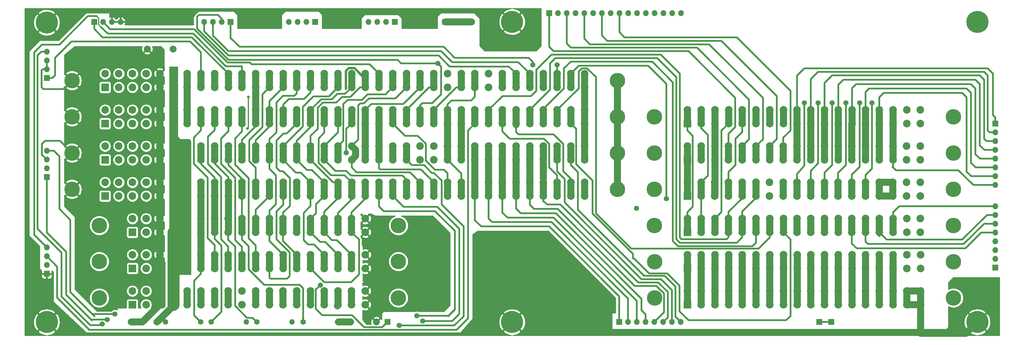
<source format=gbr>
G04 #@! TF.GenerationSoftware,KiCad,Pcbnew,(5.1.10-1-10_14)*
G04 #@! TF.CreationDate,2022-01-31T23:08:06+11:00*
G04 #@! TF.ProjectId,motherboard 2.0,6d6f7468-6572-4626-9f61-726420322e30,rev?*
G04 #@! TF.SameCoordinates,Original*
G04 #@! TF.FileFunction,Copper,L2,Bot*
G04 #@! TF.FilePolarity,Positive*
%FSLAX46Y46*%
G04 Gerber Fmt 4.6, Leading zero omitted, Abs format (unit mm)*
G04 Created by KiCad (PCBNEW (5.1.10-1-10_14)) date 2022-01-31 23:08:06*
%MOMM*%
%LPD*%
G01*
G04 APERTURE LIST*
G04 #@! TA.AperFunction,ComponentPad*
%ADD10O,1.700000X1.700000*%
G04 #@! TD*
G04 #@! TA.AperFunction,ComponentPad*
%ADD11R,1.700000X1.700000*%
G04 #@! TD*
G04 #@! TA.AperFunction,ComponentPad*
%ADD12C,2.200000*%
G04 #@! TD*
G04 #@! TA.AperFunction,ComponentPad*
%ADD13C,4.500000*%
G04 #@! TD*
G04 #@! TA.AperFunction,ComponentPad*
%ADD14R,2.200000X2.200000*%
G04 #@! TD*
G04 #@! TA.AperFunction,ComponentPad*
%ADD15O,1.600000X1.600000*%
G04 #@! TD*
G04 #@! TA.AperFunction,ComponentPad*
%ADD16C,1.600000*%
G04 #@! TD*
G04 #@! TA.AperFunction,ComponentPad*
%ADD17C,2.000000*%
G04 #@! TD*
G04 #@! TA.AperFunction,ComponentPad*
%ADD18C,0.800000*%
G04 #@! TD*
G04 #@! TA.AperFunction,ComponentPad*
%ADD19C,6.400000*%
G04 #@! TD*
G04 #@! TA.AperFunction,ViaPad*
%ADD20C,2.000000*%
G04 #@! TD*
G04 #@! TA.AperFunction,ViaPad*
%ADD21C,1.500000*%
G04 #@! TD*
G04 #@! TA.AperFunction,ViaPad*
%ADD22C,0.800000*%
G04 #@! TD*
G04 #@! TA.AperFunction,Conductor*
%ADD23C,0.500000*%
G04 #@! TD*
G04 #@! TA.AperFunction,Conductor*
%ADD24C,2.000000*%
G04 #@! TD*
G04 #@! TA.AperFunction,Conductor*
%ADD25C,3.500000*%
G04 #@! TD*
G04 #@! TA.AperFunction,Conductor*
%ADD26C,0.304800*%
G04 #@! TD*
G04 #@! TA.AperFunction,Conductor*
%ADD27C,0.635000*%
G04 #@! TD*
G04 #@! TA.AperFunction,Conductor*
%ADD28C,0.254000*%
G04 #@! TD*
G04 #@! TA.AperFunction,Conductor*
%ADD29C,0.100000*%
G04 #@! TD*
G04 APERTURE END LIST*
D10*
X220300000Y-156000000D03*
X217760000Y-156000000D03*
X215220000Y-156000000D03*
X212680000Y-156000000D03*
X210140000Y-156000000D03*
X207600000Y-156000000D03*
X205060000Y-156000000D03*
X202520000Y-156000000D03*
X199980000Y-156000000D03*
X197440000Y-156000000D03*
X194900000Y-156000000D03*
X192360000Y-156000000D03*
X189820000Y-156000000D03*
X187280000Y-156000000D03*
X184740000Y-156000000D03*
D11*
X182200000Y-156000000D03*
D10*
X159820000Y-158500000D03*
X157280000Y-158500000D03*
X154740000Y-158500000D03*
D11*
X152200000Y-158500000D03*
D10*
X37000000Y-195880000D03*
X37000000Y-198420000D03*
X37000000Y-200960000D03*
D11*
X37000000Y-203500000D03*
D10*
X37000000Y-223880000D03*
X37000000Y-226420000D03*
X37000000Y-228960000D03*
D11*
X37000000Y-231500000D03*
D10*
X37000000Y-167110000D03*
X37000000Y-169650000D03*
X37000000Y-172190000D03*
D11*
X37000000Y-174730000D03*
D10*
X58330000Y-158510000D03*
X55790000Y-158510000D03*
X53250000Y-158510000D03*
D11*
X50710000Y-158510000D03*
D10*
X107000000Y-158500000D03*
X109540000Y-158500000D03*
X112080000Y-158500000D03*
D11*
X114620000Y-158500000D03*
D10*
X130000000Y-158500000D03*
X132540000Y-158500000D03*
X135080000Y-158500000D03*
D11*
X137620000Y-158500000D03*
D10*
X82500000Y-158500000D03*
X85040000Y-158500000D03*
X87580000Y-158500000D03*
D11*
X90120000Y-158500000D03*
D10*
X311200000Y-211900000D03*
X311200000Y-214440000D03*
X311200000Y-216980000D03*
X311200000Y-219520000D03*
X311200000Y-222060000D03*
X311200000Y-224600000D03*
X311200000Y-227140000D03*
D11*
X311200000Y-229680000D03*
D10*
X311200000Y-205800000D03*
X311200000Y-203260000D03*
X311200000Y-200720000D03*
X311200000Y-198180000D03*
X311200000Y-195640000D03*
X311200000Y-193100000D03*
X311200000Y-190560000D03*
D11*
X311200000Y-188020000D03*
D10*
X220280000Y-245500000D03*
X217740000Y-245500000D03*
X215200000Y-245500000D03*
X212660000Y-245500000D03*
X210120000Y-245500000D03*
X207580000Y-245500000D03*
X205040000Y-245500000D03*
D11*
X202500000Y-245500000D03*
X260300000Y-245500000D03*
D12*
X192450000Y-194520000D03*
X192450000Y-198480000D03*
D13*
X44300000Y-196500000D03*
X202000000Y-196500000D03*
D14*
X53850000Y-198480000D03*
D12*
X57810000Y-198480000D03*
X61770000Y-198480000D03*
X65730000Y-198480000D03*
X69690000Y-198480000D03*
X73650000Y-198480000D03*
X77610000Y-198480000D03*
X81570000Y-198480000D03*
X85530000Y-198480000D03*
X89490000Y-198480000D03*
X93450000Y-198480000D03*
X97410000Y-198480000D03*
X101370000Y-198480000D03*
X105330000Y-198480000D03*
X109290000Y-198480000D03*
X113250000Y-198480000D03*
X117210000Y-198480000D03*
X121170000Y-198480000D03*
X125130000Y-198480000D03*
X129090000Y-198480000D03*
X133050000Y-198480000D03*
X137010000Y-198480000D03*
X140970000Y-198480000D03*
X144930000Y-198480000D03*
X148890000Y-198480000D03*
X152850000Y-198480000D03*
X156810000Y-198480000D03*
X160770000Y-198480000D03*
X164730000Y-198480000D03*
X168690000Y-198480000D03*
X172650000Y-198480000D03*
X176610000Y-198480000D03*
X180570000Y-198480000D03*
X184530000Y-198480000D03*
X188490000Y-198480000D03*
X53850000Y-194520000D03*
X57810000Y-194520000D03*
X61770000Y-194520000D03*
X65730000Y-194520000D03*
X69690000Y-194520000D03*
X73650000Y-194520000D03*
X77610000Y-194520000D03*
X81570000Y-194520000D03*
X85530000Y-194520000D03*
X89490000Y-194520000D03*
X93450000Y-194520000D03*
X97410000Y-194520000D03*
X101370000Y-194520000D03*
X105330000Y-194520000D03*
X109290000Y-194520000D03*
X113250000Y-194520000D03*
X117210000Y-194520000D03*
X121170000Y-194520000D03*
X125130000Y-194520000D03*
X129090000Y-194520000D03*
X133050000Y-194520000D03*
X137010000Y-194520000D03*
X140970000Y-194520000D03*
X144930000Y-194520000D03*
X148890000Y-194520000D03*
X152850000Y-194520000D03*
X156810000Y-194520000D03*
X160770000Y-194520000D03*
X164730000Y-194520000D03*
X168690000Y-194520000D03*
X172650000Y-194520000D03*
X176610000Y-194520000D03*
X180570000Y-194520000D03*
X184530000Y-194520000D03*
X188490000Y-194520000D03*
D11*
X135500000Y-245500000D03*
D15*
X71340000Y-245500000D03*
D16*
X81500000Y-245500000D03*
D13*
X52200000Y-238500000D03*
X138620000Y-238500000D03*
D14*
X61750000Y-240480000D03*
D12*
X65710000Y-240480000D03*
X69670000Y-240480000D03*
X73630000Y-240480000D03*
X77590000Y-240480000D03*
X81550000Y-240480000D03*
X85510000Y-240480000D03*
X89470000Y-240480000D03*
X93430000Y-240480000D03*
X97390000Y-240480000D03*
X101350000Y-240480000D03*
X105310000Y-240480000D03*
X109270000Y-240480000D03*
X113230000Y-240480000D03*
X117190000Y-240480000D03*
X121150000Y-240480000D03*
X125110000Y-240480000D03*
X129070000Y-240480000D03*
X61750000Y-236520000D03*
X65710000Y-236520000D03*
X69670000Y-236520000D03*
X73630000Y-236520000D03*
X77590000Y-236520000D03*
X81550000Y-236520000D03*
X85510000Y-236520000D03*
X89470000Y-236520000D03*
X93430000Y-236520000D03*
X97390000Y-236520000D03*
X101350000Y-236520000D03*
X105310000Y-236520000D03*
X109270000Y-236520000D03*
X113230000Y-236520000D03*
X117190000Y-236520000D03*
X121150000Y-236520000D03*
X125110000Y-236520000D03*
X129070000Y-236520000D03*
D11*
X263750000Y-245500000D03*
D13*
X212680000Y-238500000D03*
X299100000Y-238500000D03*
D14*
X222230000Y-240480000D03*
D12*
X226190000Y-240480000D03*
X230150000Y-240480000D03*
X234110000Y-240480000D03*
X238070000Y-240480000D03*
X242030000Y-240480000D03*
X245990000Y-240480000D03*
X249950000Y-240480000D03*
X253910000Y-240480000D03*
X257870000Y-240480000D03*
X261830000Y-240480000D03*
X265790000Y-240480000D03*
X269750000Y-240480000D03*
X273710000Y-240480000D03*
X277670000Y-240480000D03*
X281630000Y-240480000D03*
X285590000Y-240480000D03*
X289550000Y-240480000D03*
X222230000Y-236520000D03*
X226190000Y-236520000D03*
X230150000Y-236520000D03*
X234110000Y-236520000D03*
X238070000Y-236520000D03*
X242030000Y-236520000D03*
X245990000Y-236520000D03*
X249950000Y-236520000D03*
X253910000Y-236520000D03*
X257870000Y-236520000D03*
X261830000Y-236520000D03*
X265790000Y-236520000D03*
X269750000Y-236520000D03*
X273710000Y-236520000D03*
X277670000Y-236520000D03*
X281630000Y-236520000D03*
X285590000Y-236520000D03*
X289550000Y-236520000D03*
D13*
X212660000Y-217500000D03*
X299080000Y-217500000D03*
D14*
X222210000Y-219480000D03*
D12*
X226170000Y-219480000D03*
X230130000Y-219480000D03*
X234090000Y-219480000D03*
X238050000Y-219480000D03*
X242010000Y-219480000D03*
X245970000Y-219480000D03*
X249930000Y-219480000D03*
X253890000Y-219480000D03*
X257850000Y-219480000D03*
X261810000Y-219480000D03*
X265770000Y-219480000D03*
X269730000Y-219480000D03*
X273690000Y-219480000D03*
X277650000Y-219480000D03*
X281610000Y-219480000D03*
X285570000Y-219480000D03*
X289530000Y-219480000D03*
X222210000Y-215520000D03*
X226170000Y-215520000D03*
X230130000Y-215520000D03*
X234090000Y-215520000D03*
X238050000Y-215520000D03*
X242010000Y-215520000D03*
X245970000Y-215520000D03*
X249930000Y-215520000D03*
X253890000Y-215520000D03*
X257850000Y-215520000D03*
X261810000Y-215520000D03*
X265770000Y-215520000D03*
X269730000Y-215520000D03*
X273690000Y-215520000D03*
X277650000Y-215520000D03*
X281610000Y-215520000D03*
X285570000Y-215520000D03*
X289530000Y-215520000D03*
D15*
X121285000Y-245500000D03*
D16*
X111125000Y-245500000D03*
D15*
X107900000Y-245500000D03*
D16*
X97740000Y-245500000D03*
D15*
X94660000Y-245500000D03*
D16*
X84500000Y-245500000D03*
D17*
X132300000Y-245500000D03*
X124800000Y-245500000D03*
X61400000Y-245500000D03*
X68900000Y-245500000D03*
X66040000Y-166370000D03*
X73540000Y-166370000D03*
D13*
X212670000Y-185990000D03*
X299090000Y-185990000D03*
D14*
X222220000Y-187970000D03*
D12*
X226180000Y-187970000D03*
X230140000Y-187970000D03*
X234100000Y-187970000D03*
X238060000Y-187970000D03*
X242020000Y-187970000D03*
X245980000Y-187970000D03*
X249940000Y-187970000D03*
X253900000Y-187970000D03*
X257860000Y-187970000D03*
X261820000Y-187970000D03*
X265780000Y-187970000D03*
X269740000Y-187970000D03*
X273700000Y-187970000D03*
X277660000Y-187970000D03*
X281620000Y-187970000D03*
X285580000Y-187970000D03*
X289540000Y-187970000D03*
X222220000Y-184010000D03*
X226180000Y-184010000D03*
X230140000Y-184010000D03*
X234100000Y-184010000D03*
X238060000Y-184010000D03*
X242020000Y-184010000D03*
X245980000Y-184010000D03*
X249940000Y-184010000D03*
X253900000Y-184010000D03*
X257860000Y-184010000D03*
X261820000Y-184010000D03*
X265780000Y-184010000D03*
X269740000Y-184010000D03*
X273700000Y-184010000D03*
X277660000Y-184010000D03*
X281620000Y-184010000D03*
X285580000Y-184010000D03*
X289540000Y-184010000D03*
D18*
X38697056Y-243802944D03*
X37000000Y-243100000D03*
X35302944Y-243802944D03*
X34600000Y-245500000D03*
X35302944Y-247197056D03*
X37000000Y-247900000D03*
X38697056Y-247197056D03*
X39400000Y-245500000D03*
D19*
X37000000Y-245500000D03*
D18*
X173197056Y-243802944D03*
X171500000Y-243100000D03*
X169802944Y-243802944D03*
X169100000Y-245500000D03*
X169802944Y-247197056D03*
X171500000Y-247900000D03*
X173197056Y-247197056D03*
X173900000Y-245500000D03*
D19*
X171500000Y-245500000D03*
D18*
X307697056Y-243802944D03*
X306000000Y-243100000D03*
X304302944Y-243802944D03*
X303600000Y-245500000D03*
X304302944Y-247197056D03*
X306000000Y-247900000D03*
X307697056Y-247197056D03*
X308400000Y-245500000D03*
D19*
X306000000Y-245500000D03*
D18*
X38697056Y-157000000D03*
X37000000Y-156297056D03*
X35302944Y-157000000D03*
X34600000Y-158697056D03*
X35302944Y-160394112D03*
X37000000Y-161097056D03*
X38697056Y-160394112D03*
X39400000Y-158697056D03*
D19*
X37000000Y-158697056D03*
D18*
X173197056Y-156802944D03*
X171500000Y-156100000D03*
X169802944Y-156802944D03*
X169100000Y-158500000D03*
X169802944Y-160197056D03*
X171500000Y-160900000D03*
X173197056Y-160197056D03*
X173900000Y-158500000D03*
D19*
X171500000Y-158500000D03*
D18*
X307697056Y-156802944D03*
X306000000Y-156100000D03*
X304302944Y-156802944D03*
X303600000Y-158500000D03*
X304302944Y-160197056D03*
X306000000Y-160900000D03*
X307697056Y-160197056D03*
X308400000Y-158500000D03*
D19*
X306000000Y-158500000D03*
D13*
X212680000Y-228010000D03*
X299100000Y-228010000D03*
D14*
X222230000Y-229990000D03*
D12*
X226190000Y-229990000D03*
X230150000Y-229990000D03*
X234110000Y-229990000D03*
X238070000Y-229990000D03*
X242030000Y-229990000D03*
X245990000Y-229990000D03*
X249950000Y-229990000D03*
X253910000Y-229990000D03*
X257870000Y-229990000D03*
X261830000Y-229990000D03*
X265790000Y-229990000D03*
X269750000Y-229990000D03*
X273710000Y-229990000D03*
X277670000Y-229990000D03*
X281630000Y-229990000D03*
X285590000Y-229990000D03*
X289550000Y-229990000D03*
X222230000Y-226030000D03*
X226190000Y-226030000D03*
X230150000Y-226030000D03*
X234110000Y-226030000D03*
X238070000Y-226030000D03*
X242030000Y-226030000D03*
X245990000Y-226030000D03*
X249950000Y-226030000D03*
X253910000Y-226030000D03*
X257870000Y-226030000D03*
X261830000Y-226030000D03*
X265790000Y-226030000D03*
X269750000Y-226030000D03*
X273710000Y-226030000D03*
X277670000Y-226030000D03*
X281630000Y-226030000D03*
X285590000Y-226030000D03*
X289550000Y-226030000D03*
D13*
X212630000Y-207010000D03*
X299050000Y-207010000D03*
D14*
X222180000Y-208990000D03*
D12*
X226140000Y-208990000D03*
X230100000Y-208990000D03*
X234060000Y-208990000D03*
X238020000Y-208990000D03*
X241980000Y-208990000D03*
X245940000Y-208990000D03*
X249900000Y-208990000D03*
X253860000Y-208990000D03*
X257820000Y-208990000D03*
X261780000Y-208990000D03*
X265740000Y-208990000D03*
X269700000Y-208990000D03*
X273660000Y-208990000D03*
X277620000Y-208990000D03*
X281580000Y-208990000D03*
X285540000Y-208990000D03*
X289500000Y-208990000D03*
X222180000Y-205030000D03*
X226140000Y-205030000D03*
X230100000Y-205030000D03*
X234060000Y-205030000D03*
X238020000Y-205030000D03*
X241980000Y-205030000D03*
X245940000Y-205030000D03*
X249900000Y-205030000D03*
X253860000Y-205030000D03*
X257820000Y-205030000D03*
X261780000Y-205030000D03*
X265740000Y-205030000D03*
X269700000Y-205030000D03*
X273660000Y-205030000D03*
X277620000Y-205030000D03*
X281580000Y-205030000D03*
X285540000Y-205030000D03*
X289500000Y-205030000D03*
D13*
X212650000Y-196490000D03*
X299070000Y-196490000D03*
D14*
X222200000Y-198470000D03*
D12*
X226160000Y-198470000D03*
X230120000Y-198470000D03*
X234080000Y-198470000D03*
X238040000Y-198470000D03*
X242000000Y-198470000D03*
X245960000Y-198470000D03*
X249920000Y-198470000D03*
X253880000Y-198470000D03*
X257840000Y-198470000D03*
X261800000Y-198470000D03*
X265760000Y-198470000D03*
X269720000Y-198470000D03*
X273680000Y-198470000D03*
X277640000Y-198470000D03*
X281600000Y-198470000D03*
X285560000Y-198470000D03*
X289520000Y-198470000D03*
X222200000Y-194510000D03*
X226160000Y-194510000D03*
X230120000Y-194510000D03*
X234080000Y-194510000D03*
X238040000Y-194510000D03*
X242000000Y-194510000D03*
X245960000Y-194510000D03*
X249920000Y-194510000D03*
X253880000Y-194510000D03*
X257840000Y-194510000D03*
X261800000Y-194510000D03*
X265760000Y-194510000D03*
X269720000Y-194510000D03*
X273680000Y-194510000D03*
X277640000Y-194510000D03*
X281600000Y-194510000D03*
X285560000Y-194510000D03*
X289520000Y-194510000D03*
D13*
X52210000Y-227960000D03*
X138630000Y-227960000D03*
D14*
X61760000Y-229940000D03*
D12*
X65720000Y-229940000D03*
X69680000Y-229940000D03*
X73640000Y-229940000D03*
X77600000Y-229940000D03*
X81560000Y-229940000D03*
X85520000Y-229940000D03*
X89480000Y-229940000D03*
X93440000Y-229940000D03*
X97400000Y-229940000D03*
X101360000Y-229940000D03*
X105320000Y-229940000D03*
X109280000Y-229940000D03*
X113240000Y-229940000D03*
X117200000Y-229940000D03*
X121160000Y-229940000D03*
X125120000Y-229940000D03*
X129080000Y-229940000D03*
X61760000Y-225980000D03*
X65720000Y-225980000D03*
X69680000Y-225980000D03*
X73640000Y-225980000D03*
X77600000Y-225980000D03*
X81560000Y-225980000D03*
X85520000Y-225980000D03*
X89480000Y-225980000D03*
X93440000Y-225980000D03*
X97400000Y-225980000D03*
X101360000Y-225980000D03*
X105320000Y-225980000D03*
X109280000Y-225980000D03*
X113240000Y-225980000D03*
X117200000Y-225980000D03*
X121160000Y-225980000D03*
X125120000Y-225980000D03*
X129080000Y-225980000D03*
D13*
X52200000Y-217510000D03*
X138620000Y-217510000D03*
D14*
X61750000Y-219490000D03*
D12*
X65710000Y-219490000D03*
X69670000Y-219490000D03*
X73630000Y-219490000D03*
X77590000Y-219490000D03*
X81550000Y-219490000D03*
X85510000Y-219490000D03*
X89470000Y-219490000D03*
X93430000Y-219490000D03*
X97390000Y-219490000D03*
X101350000Y-219490000D03*
X105310000Y-219490000D03*
X109270000Y-219490000D03*
X113230000Y-219490000D03*
X117190000Y-219490000D03*
X121150000Y-219490000D03*
X125110000Y-219490000D03*
X129070000Y-219490000D03*
X61750000Y-215530000D03*
X65710000Y-215530000D03*
X69670000Y-215530000D03*
X73630000Y-215530000D03*
X77590000Y-215530000D03*
X81550000Y-215530000D03*
X85510000Y-215530000D03*
X89470000Y-215530000D03*
X93430000Y-215530000D03*
X97390000Y-215530000D03*
X101350000Y-215530000D03*
X105310000Y-215530000D03*
X109270000Y-215530000D03*
X113230000Y-215530000D03*
X117190000Y-215530000D03*
X121150000Y-215530000D03*
X125110000Y-215530000D03*
X129070000Y-215530000D03*
X192450000Y-173520000D03*
X192450000Y-177480000D03*
D13*
X44300000Y-175500000D03*
X202000000Y-175500000D03*
D14*
X53850000Y-177480000D03*
D12*
X57810000Y-177480000D03*
X61770000Y-177480000D03*
X65730000Y-177480000D03*
X69690000Y-177480000D03*
X73650000Y-177480000D03*
X77610000Y-177480000D03*
X81570000Y-177480000D03*
X85530000Y-177480000D03*
X89490000Y-177480000D03*
X93450000Y-177480000D03*
X97410000Y-177480000D03*
X101370000Y-177480000D03*
X105330000Y-177480000D03*
X109290000Y-177480000D03*
X113250000Y-177480000D03*
X117210000Y-177480000D03*
X121170000Y-177480000D03*
X125130000Y-177480000D03*
X129090000Y-177480000D03*
X133050000Y-177480000D03*
X137010000Y-177480000D03*
X140970000Y-177480000D03*
X144930000Y-177480000D03*
X148890000Y-177480000D03*
X152850000Y-177480000D03*
X156810000Y-177480000D03*
X160770000Y-177480000D03*
X164730000Y-177480000D03*
X168690000Y-177480000D03*
X172650000Y-177480000D03*
X176610000Y-177480000D03*
X180570000Y-177480000D03*
X184530000Y-177480000D03*
X188490000Y-177480000D03*
X53850000Y-173520000D03*
X57810000Y-173520000D03*
X61770000Y-173520000D03*
X65730000Y-173520000D03*
X69690000Y-173520000D03*
X73650000Y-173520000D03*
X77610000Y-173520000D03*
X81570000Y-173520000D03*
X85530000Y-173520000D03*
X89490000Y-173520000D03*
X93450000Y-173520000D03*
X97410000Y-173520000D03*
X101370000Y-173520000D03*
X105330000Y-173520000D03*
X109290000Y-173520000D03*
X113250000Y-173520000D03*
X117210000Y-173520000D03*
X121170000Y-173520000D03*
X125130000Y-173520000D03*
X129090000Y-173520000D03*
X133050000Y-173520000D03*
X137010000Y-173520000D03*
X140970000Y-173520000D03*
X144930000Y-173520000D03*
X148890000Y-173520000D03*
X152850000Y-173520000D03*
X156810000Y-173520000D03*
X160770000Y-173520000D03*
X164730000Y-173520000D03*
X168690000Y-173520000D03*
X172650000Y-173520000D03*
X176610000Y-173520000D03*
X180570000Y-173520000D03*
X184530000Y-173520000D03*
X188490000Y-173520000D03*
X192450000Y-205020000D03*
X192450000Y-208980000D03*
D13*
X44300000Y-207000000D03*
X202000000Y-207000000D03*
D14*
X53850000Y-208980000D03*
D12*
X57810000Y-208980000D03*
X61770000Y-208980000D03*
X65730000Y-208980000D03*
X69690000Y-208980000D03*
X73650000Y-208980000D03*
X77610000Y-208980000D03*
X81570000Y-208980000D03*
X85530000Y-208980000D03*
X89490000Y-208980000D03*
X93450000Y-208980000D03*
X97410000Y-208980000D03*
X101370000Y-208980000D03*
X105330000Y-208980000D03*
X109290000Y-208980000D03*
X113250000Y-208980000D03*
X117210000Y-208980000D03*
X121170000Y-208980000D03*
X125130000Y-208980000D03*
X129090000Y-208980000D03*
X133050000Y-208980000D03*
X137010000Y-208980000D03*
X140970000Y-208980000D03*
X144930000Y-208980000D03*
X148890000Y-208980000D03*
X152850000Y-208980000D03*
X156810000Y-208980000D03*
X160770000Y-208980000D03*
X164730000Y-208980000D03*
X168690000Y-208980000D03*
X172650000Y-208980000D03*
X176610000Y-208980000D03*
X180570000Y-208980000D03*
X184530000Y-208980000D03*
X188490000Y-208980000D03*
X53850000Y-205020000D03*
X57810000Y-205020000D03*
X61770000Y-205020000D03*
X65730000Y-205020000D03*
X69690000Y-205020000D03*
X73650000Y-205020000D03*
X77610000Y-205020000D03*
X81570000Y-205020000D03*
X85530000Y-205020000D03*
X89490000Y-205020000D03*
X93450000Y-205020000D03*
X97410000Y-205020000D03*
X101370000Y-205020000D03*
X105330000Y-205020000D03*
X109290000Y-205020000D03*
X113250000Y-205020000D03*
X117210000Y-205020000D03*
X121170000Y-205020000D03*
X125130000Y-205020000D03*
X129090000Y-205020000D03*
X133050000Y-205020000D03*
X137010000Y-205020000D03*
X140970000Y-205020000D03*
X144930000Y-205020000D03*
X148890000Y-205020000D03*
X152850000Y-205020000D03*
X156810000Y-205020000D03*
X160770000Y-205020000D03*
X164730000Y-205020000D03*
X168690000Y-205020000D03*
X172650000Y-205020000D03*
X176610000Y-205020000D03*
X180570000Y-205020000D03*
X184530000Y-205020000D03*
X188490000Y-205020000D03*
X192450000Y-184020000D03*
X192450000Y-187980000D03*
D13*
X44300000Y-186000000D03*
X202000000Y-186000000D03*
D14*
X53850000Y-187980000D03*
D12*
X57810000Y-187980000D03*
X61770000Y-187980000D03*
X65730000Y-187980000D03*
X69690000Y-187980000D03*
X73650000Y-187980000D03*
X77610000Y-187980000D03*
X81570000Y-187980000D03*
X85530000Y-187980000D03*
X89490000Y-187980000D03*
X93450000Y-187980000D03*
X97410000Y-187980000D03*
X101370000Y-187980000D03*
X105330000Y-187980000D03*
X109290000Y-187980000D03*
X113250000Y-187980000D03*
X117210000Y-187980000D03*
X121170000Y-187980000D03*
X125130000Y-187980000D03*
X129090000Y-187980000D03*
X133050000Y-187980000D03*
X137010000Y-187980000D03*
X140970000Y-187980000D03*
X144930000Y-187980000D03*
X148890000Y-187980000D03*
X152850000Y-187980000D03*
X156810000Y-187980000D03*
X160770000Y-187980000D03*
X164730000Y-187980000D03*
X168690000Y-187980000D03*
X172650000Y-187980000D03*
X176610000Y-187980000D03*
X180570000Y-187980000D03*
X184530000Y-187980000D03*
X188490000Y-187980000D03*
X53850000Y-184020000D03*
X57810000Y-184020000D03*
X61770000Y-184020000D03*
X65730000Y-184020000D03*
X69690000Y-184020000D03*
X73650000Y-184020000D03*
X77610000Y-184020000D03*
X81570000Y-184020000D03*
X85530000Y-184020000D03*
X89490000Y-184020000D03*
X93450000Y-184020000D03*
X97410000Y-184020000D03*
X101370000Y-184020000D03*
X105330000Y-184020000D03*
X109290000Y-184020000D03*
X113250000Y-184020000D03*
X117210000Y-184020000D03*
X121170000Y-184020000D03*
X125130000Y-184020000D03*
X129090000Y-184020000D03*
X133050000Y-184020000D03*
X137010000Y-184020000D03*
X140970000Y-184020000D03*
X144930000Y-184020000D03*
X148890000Y-184020000D03*
X152850000Y-184020000D03*
X156810000Y-184020000D03*
X160770000Y-184020000D03*
X164730000Y-184020000D03*
X168690000Y-184020000D03*
X172650000Y-184020000D03*
X176610000Y-184020000D03*
X180570000Y-184020000D03*
X184530000Y-184020000D03*
X188490000Y-184020000D03*
D20*
X149500000Y-217500000D03*
D21*
X46500000Y-235500000D03*
X37500000Y-235500000D03*
X45000000Y-167000000D03*
X45000000Y-158000000D03*
X207500000Y-212500000D03*
X199000000Y-239000000D03*
D22*
X95300000Y-180300000D03*
X95000000Y-189400000D03*
D21*
X180570000Y-175430000D03*
X150034999Y-170534999D03*
X184500000Y-171000000D03*
X177500000Y-171000000D03*
X216100000Y-209700000D03*
X123579999Y-196420001D03*
X53000000Y-246100000D03*
X138874007Y-246515001D03*
X54500000Y-244800000D03*
X145700000Y-245179990D03*
X144000000Y-243700000D03*
X56700000Y-243199990D03*
X256000000Y-182000000D03*
X260000000Y-182000000D03*
X264000000Y-182000000D03*
X268000000Y-182000000D03*
X272000000Y-182000000D03*
X275500000Y-182000000D03*
X116092663Y-234788423D03*
D23*
X59000000Y-156500000D02*
X61500000Y-156500000D01*
X61500000Y-156500000D02*
X72500000Y-156500000D01*
X72500000Y-156500000D02*
X74000000Y-155000000D01*
D24*
X69690000Y-173520000D02*
X69690000Y-177480000D01*
X69690000Y-173520000D02*
X69690000Y-187980000D01*
X69680000Y-187990000D02*
X69690000Y-187980000D01*
X69680000Y-229940000D02*
X69680000Y-187990000D01*
X129070000Y-229930000D02*
X129080000Y-229940000D01*
X202000000Y-175500000D02*
X202000000Y-207000000D01*
X129159000Y-230019000D02*
X129080000Y-229940000D01*
X192450000Y-205020000D02*
X192450000Y-208980000D01*
D23*
X37000000Y-198420000D02*
X35580000Y-197000000D01*
X35580000Y-197000000D02*
X35580000Y-193920000D01*
X35580000Y-193920000D02*
X36500000Y-193000000D01*
X40800000Y-193000000D02*
X44300000Y-196500000D01*
X36500000Y-193000000D02*
X40800000Y-193000000D01*
X37000000Y-169650000D02*
X37000000Y-172190000D01*
X37000000Y-172190000D02*
X35810000Y-172190000D01*
X35810000Y-172190000D02*
X35500000Y-172500000D01*
X35500000Y-172500000D02*
X35500000Y-177500000D01*
X35500000Y-177500000D02*
X36000000Y-178000000D01*
X41800000Y-178000000D02*
X44300000Y-175500000D01*
X36000000Y-178000000D02*
X41800000Y-178000000D01*
D24*
X277620000Y-205030000D02*
X277620000Y-208990000D01*
X281580000Y-208990000D02*
X277620000Y-208990000D01*
X277620000Y-205030000D02*
X281580000Y-205030000D01*
X281580000Y-205030000D02*
X281580000Y-208990000D01*
X281610000Y-209020000D02*
X281580000Y-208990000D01*
X285590000Y-236520000D02*
X285590000Y-240480000D01*
X289550000Y-236520000D02*
X289550000Y-240480000D01*
X285590000Y-240480000D02*
X289550000Y-240480000D01*
X285590000Y-236520000D02*
X289550000Y-236520000D01*
X289550000Y-240480000D02*
X289550000Y-248774990D01*
X302725010Y-248774990D02*
X306000000Y-245500000D01*
X289550000Y-248774990D02*
X302725010Y-248774990D01*
X61400000Y-245500000D02*
X63400000Y-245500000D01*
X64650000Y-245500000D02*
X63400000Y-245500000D01*
X69670000Y-240480000D02*
X64650000Y-245500000D01*
X192450000Y-173520000D02*
X192450000Y-196800000D01*
X192450000Y-196800000D02*
X192450000Y-198480000D01*
X192450000Y-194520000D02*
X192450000Y-196800000D01*
X69680000Y-240470000D02*
X69670000Y-240480000D01*
X69680000Y-229940000D02*
X69680000Y-240470000D01*
X73650000Y-173520000D02*
X73650000Y-177480000D01*
X77610000Y-205020000D02*
X77610000Y-208980000D01*
X77610000Y-203110000D02*
X77610000Y-205020000D01*
X73650000Y-229930000D02*
X73640000Y-229940000D01*
X77610000Y-229930000D02*
X77600000Y-229940000D01*
X77200000Y-225980000D02*
X77610000Y-226390000D01*
X77610000Y-226390000D02*
X77610000Y-229930000D01*
X77590000Y-219590000D02*
X77610000Y-219610000D01*
X77590000Y-219490000D02*
X77590000Y-219590000D01*
X77610000Y-219610000D02*
X77610000Y-226390000D01*
X77610000Y-208980000D02*
X77610000Y-219610000D01*
X77590000Y-219490000D02*
X73630000Y-219490000D01*
X152200000Y-158500000D02*
X159820000Y-158500000D01*
X73630000Y-236520000D02*
X73630000Y-240480000D01*
X73630000Y-219490000D02*
X73630000Y-236520000D01*
X73650000Y-219470000D02*
X73630000Y-219490000D01*
X73650000Y-205020000D02*
X73650000Y-219470000D01*
X73650000Y-194520000D02*
X73650000Y-205020000D01*
X73630000Y-240770000D02*
X68900000Y-245500000D01*
X73630000Y-240480000D02*
X73630000Y-240770000D01*
X124800000Y-245500000D02*
X121285000Y-245500000D01*
D25*
X73630000Y-240480000D02*
X73630000Y-219490000D01*
D24*
X77600000Y-236510000D02*
X77590000Y-236520000D01*
X77610000Y-173520000D02*
X77610000Y-177480000D01*
X77610000Y-177480000D02*
X77610000Y-187980000D01*
X77590000Y-236520000D02*
X77590000Y-240480000D01*
X81570000Y-173520000D02*
X81570000Y-177480000D01*
D23*
X81570000Y-171964366D02*
X81570000Y-173520000D01*
X81570000Y-167295000D02*
X81570000Y-171964366D01*
X39370000Y-168910000D02*
X44132500Y-164147500D01*
X78422500Y-164147500D02*
X81570000Y-167295000D01*
X39370000Y-173990000D02*
X39370000Y-168910000D01*
X38630000Y-174730000D02*
X39370000Y-173990000D01*
X44132500Y-164147500D02*
X78422500Y-164147500D01*
X37000000Y-174730000D02*
X38630000Y-174730000D01*
D24*
X93450000Y-173520000D02*
X93450000Y-177480000D01*
D26*
X52047599Y-159362599D02*
X52047599Y-157457599D01*
X52047599Y-157457599D02*
X51435000Y-156845000D01*
D23*
X88795000Y-171345000D02*
X93450000Y-171345000D01*
X93450000Y-171345000D02*
X93450000Y-173520000D01*
D26*
X53340000Y-160655000D02*
X52705000Y-160020000D01*
X52705000Y-160020000D02*
X52047599Y-159362599D01*
D23*
X48895000Y-156845000D02*
X51435000Y-156845000D01*
X40640000Y-165100000D02*
X48895000Y-156845000D01*
X35560000Y-165100000D02*
X40640000Y-165100000D01*
X33349999Y-167310001D02*
X35560000Y-165100000D01*
X33349999Y-220229999D02*
X33349999Y-167310001D01*
X37000000Y-223880000D02*
X33349999Y-220229999D01*
X52705000Y-160020000D02*
X54610000Y-161925000D01*
X54610000Y-161925000D02*
X79375000Y-161925000D01*
X79375000Y-161925000D02*
X88795000Y-171345000D01*
D24*
X97410000Y-173520000D02*
X97410000Y-177480000D01*
X97410000Y-177480000D02*
X97410000Y-187980000D01*
X93450000Y-194520000D02*
X93450000Y-198480000D01*
D23*
X93450000Y-194520000D02*
X93450000Y-192681000D01*
X97410000Y-188721000D02*
X97410000Y-187980000D01*
X93450000Y-192681000D02*
X97410000Y-188721000D01*
D24*
X85510000Y-236520000D02*
X85510000Y-240480000D01*
X101370000Y-173520000D02*
X101370000Y-177480000D01*
X97410000Y-205020000D02*
X97410000Y-208980000D01*
D23*
X95504000Y-192786000D02*
X99314000Y-188976000D01*
X97410000Y-205020000D02*
X97410000Y-200774002D01*
X95504000Y-198868002D02*
X95504000Y-192786000D01*
X99314000Y-188976000D02*
X99314000Y-179536000D01*
X99568000Y-179282000D02*
X101370000Y-177480000D01*
X99314000Y-179536000D02*
X99568000Y-179282000D01*
X97410000Y-200774002D02*
X95504000Y-198868002D01*
D24*
X105330000Y-173520000D02*
X105330000Y-177480000D01*
X113250000Y-173520000D02*
X113250000Y-177480000D01*
X101370000Y-184020000D02*
X101370000Y-187980000D01*
X97410000Y-194520000D02*
X97410000Y-198480000D01*
D23*
X101370000Y-184020000D02*
X101370000Y-181586000D01*
D24*
X105330000Y-184020000D02*
X105330000Y-187980000D01*
D23*
X101370000Y-181440000D02*
X101370000Y-181586000D01*
X105330000Y-177480000D02*
X101370000Y-181440000D01*
X97410000Y-194520000D02*
X97410000Y-192785000D01*
X101370000Y-188825000D02*
X101370000Y-187980000D01*
X97410000Y-192785000D02*
X101370000Y-188825000D01*
X113250000Y-178977000D02*
X113250000Y-177480000D01*
X111379000Y-180848000D02*
X113250000Y-178977000D01*
X106934000Y-180848000D02*
X111379000Y-180848000D01*
X105330000Y-182452000D02*
X106934000Y-180848000D01*
X105330000Y-184020000D02*
X105330000Y-182452000D01*
D24*
X109290000Y-173520000D02*
X109290000Y-177480000D01*
X101370000Y-194520000D02*
X101370000Y-198480000D01*
X101350000Y-215530000D02*
X101350000Y-219490000D01*
X105320000Y-225980000D02*
X105320000Y-229940000D01*
D23*
X101350000Y-222010000D02*
X105320000Y-225980000D01*
X101350000Y-219490000D02*
X101350000Y-222010000D01*
X101350000Y-215530000D02*
X101350000Y-213229000D01*
X101350000Y-213229000D02*
X103251000Y-211328000D01*
X103251000Y-211328000D02*
X103251000Y-202946000D01*
X101370000Y-201065000D02*
X101370000Y-198480000D01*
X103251000Y-202946000D02*
X101370000Y-201065000D01*
X109290000Y-179254000D02*
X109290000Y-177480000D01*
X103378000Y-181864000D02*
X105283000Y-179959000D01*
X105283000Y-179959000D02*
X108585000Y-179959000D01*
X108585000Y-179959000D02*
X109290000Y-179254000D01*
X103378000Y-190500000D02*
X103378000Y-181864000D01*
X101370000Y-192508000D02*
X103378000Y-190500000D01*
X101370000Y-194520000D02*
X101370000Y-192508000D01*
D24*
X117210000Y-173520000D02*
X117210000Y-177480000D01*
X109290000Y-205020000D02*
X109290000Y-208980000D01*
X121170000Y-173520000D02*
X121170000Y-177480000D01*
X105330000Y-194520000D02*
X105330000Y-198480000D01*
X113250000Y-205020000D02*
X113250000Y-208980000D01*
X117200000Y-225980000D02*
X117200000Y-229940000D01*
D23*
X117200000Y-225980000D02*
X114232000Y-223012000D01*
X114232000Y-223012000D02*
X112522000Y-223012000D01*
X112522000Y-223012000D02*
X111252000Y-221742000D01*
X111252000Y-221742000D02*
X111252000Y-213868000D01*
X113250000Y-211870000D02*
X113250000Y-208980000D01*
X111252000Y-213868000D02*
X113250000Y-211870000D01*
X113250000Y-205020000D02*
X110414000Y-202184000D01*
X109034000Y-202184000D02*
X105330000Y-198480000D01*
X110414000Y-202184000D02*
X109034000Y-202184000D01*
X105330000Y-194520000D02*
X110998000Y-188852000D01*
X114058000Y-180074000D02*
X118576000Y-180074000D01*
X110998000Y-183134000D02*
X114058000Y-180074000D01*
X110998000Y-188852000D02*
X110998000Y-183134000D01*
X118576000Y-180074000D02*
X121170000Y-177480000D01*
D24*
X125130000Y-173520000D02*
X125130000Y-177480000D01*
X109290000Y-194520000D02*
X109290000Y-198480000D01*
X113250000Y-184020000D02*
X113250000Y-187980000D01*
X117210000Y-205020000D02*
X117210000Y-208980000D01*
X113230000Y-215530000D02*
X113230000Y-219490000D01*
X121160000Y-225980000D02*
X121160000Y-229940000D01*
D23*
X113230000Y-215530000D02*
X114808000Y-213952000D01*
X114808000Y-211382000D02*
X117210000Y-208980000D01*
X114808000Y-213952000D02*
X114808000Y-211382000D01*
X113230000Y-219490000D02*
X115990000Y-222250000D01*
X117430000Y-222250000D02*
X121160000Y-225980000D01*
X115990000Y-222250000D02*
X117430000Y-222250000D01*
X112232000Y-201422000D02*
X109290000Y-198480000D01*
X113612000Y-201422000D02*
X112232000Y-201422000D01*
X117210000Y-205020000D02*
X113612000Y-201422000D01*
X113250000Y-184020000D02*
X116360011Y-180909989D01*
X109290000Y-194520000D02*
X109290000Y-192970000D01*
X113250000Y-189010000D02*
X113250000Y-187980000D01*
X109290000Y-192970000D02*
X113250000Y-189010000D01*
X120983000Y-179372000D02*
X119445011Y-180909989D01*
X123238000Y-179372000D02*
X120983000Y-179372000D01*
X116360011Y-180909989D02*
X119445011Y-180909989D01*
X123238000Y-179372000D02*
X125130000Y-177480000D01*
D24*
X129090000Y-173520000D02*
X129090000Y-177480000D01*
D27*
X129090000Y-175086098D02*
X129090000Y-177480000D01*
D24*
X113250000Y-194520000D02*
X113250000Y-198480000D01*
X121170000Y-205020000D02*
X121170000Y-208980000D01*
X117190000Y-215530000D02*
X117190000Y-219490000D01*
X125120000Y-225980000D02*
X125120000Y-229940000D01*
D27*
X123512499Y-172743599D02*
X124353599Y-171902499D01*
X123512499Y-177916619D02*
X123512499Y-172743599D01*
X124353599Y-171902499D02*
X125906401Y-171902499D01*
X125906401Y-171902499D02*
X129090000Y-175086098D01*
D23*
X117190000Y-219490000D02*
X119442000Y-221742000D01*
X120882000Y-221742000D02*
X125120000Y-225980000D01*
X119442000Y-221742000D02*
X120882000Y-221742000D01*
X117190000Y-215530000D02*
X117190000Y-213518000D01*
X121170000Y-209538000D02*
X121170000Y-208980000D01*
X117190000Y-213518000D02*
X121170000Y-209538000D01*
X119790000Y-205020000D02*
X113250000Y-198480000D01*
X121170000Y-205020000D02*
X119790000Y-205020000D01*
X124757683Y-180256683D02*
X127534366Y-177480000D01*
X122343317Y-180256683D02*
X124757683Y-180256683D01*
X120700000Y-181900000D02*
X122343317Y-180256683D01*
X113250000Y-194520000D02*
X113250000Y-191550000D01*
X116804000Y-181900000D02*
X120700000Y-181900000D01*
X127534366Y-177480000D02*
X129090000Y-177480000D01*
X115316000Y-183388000D02*
X116804000Y-181900000D01*
X115316000Y-189484000D02*
X115316000Y-183388000D01*
X113250000Y-191550000D02*
X115316000Y-189484000D01*
D24*
X133050000Y-173520000D02*
X133050000Y-177480000D01*
D23*
X79590025Y-160589989D02*
X89245046Y-170245011D01*
X53250000Y-158510000D02*
X55329989Y-160589989D01*
X55329989Y-160589989D02*
X79590025Y-160589989D01*
X89245046Y-170245011D02*
X95669976Y-170245011D01*
X95669976Y-170245011D02*
X96239965Y-170815000D01*
X130345000Y-170815000D02*
X131950001Y-172420001D01*
X96239965Y-170815000D02*
X130345000Y-170815000D01*
X131950001Y-172420001D02*
X133050000Y-173520000D01*
D24*
X137010000Y-173520000D02*
X137010000Y-177480000D01*
X121170000Y-194520000D02*
X121170000Y-198480000D01*
D23*
X121170000Y-194520000D02*
X122720001Y-192969999D01*
X122720001Y-182333999D02*
X123952000Y-181102000D01*
X122720001Y-192969999D02*
X122720001Y-182333999D01*
X123952000Y-181102000D02*
X128102000Y-181102000D01*
X135370000Y-179120000D02*
X137010000Y-177480000D01*
X135013000Y-179477000D02*
X135370000Y-179120000D01*
X129727000Y-179477000D02*
X135013000Y-179477000D01*
X129727000Y-179477000D02*
X128102000Y-181102000D01*
D24*
X140970000Y-173520000D02*
X140970000Y-177480000D01*
X144930000Y-205020000D02*
X144930000Y-208980000D01*
D23*
X142040000Y-202130000D02*
X126565000Y-202130000D01*
X142040000Y-202130000D02*
X144930000Y-205020000D01*
X125130000Y-200695000D02*
X125130000Y-198480000D01*
X126565000Y-202130000D02*
X125130000Y-200695000D01*
D24*
X126229999Y-195619999D02*
X126229999Y-197380001D01*
X126229999Y-197380001D02*
X125130000Y-198480000D01*
X125130000Y-194520000D02*
X126229999Y-195619999D01*
D23*
X127000000Y-182750000D02*
X127000000Y-192650000D01*
X127592001Y-182157999D02*
X127000000Y-182750000D01*
X127000000Y-192650000D02*
X125130000Y-194520000D01*
X130157999Y-180657999D02*
X128657999Y-182157999D01*
X128657999Y-182157999D02*
X127592001Y-182157999D01*
X137792001Y-180657999D02*
X130157999Y-180657999D01*
X140970000Y-177480000D02*
X137792001Y-180657999D01*
D24*
X144930000Y-173520000D02*
X144930000Y-177480000D01*
X129090000Y-184020000D02*
X129090000Y-187980000D01*
X129090000Y-194520000D02*
X129090000Y-198480000D01*
X129090000Y-187980000D02*
X129090000Y-194520000D01*
D23*
X140105000Y-182305000D02*
X144930000Y-177480000D01*
X130805000Y-182305000D02*
X140105000Y-182305000D01*
X129090000Y-184020000D02*
X130805000Y-182305000D01*
D24*
X148890000Y-173520000D02*
X148890000Y-177480000D01*
X140970000Y-184020000D02*
X140970000Y-187980000D01*
D23*
X140970000Y-184020000D02*
X147510000Y-177480000D01*
X147510000Y-177480000D02*
X148890000Y-177480000D01*
D24*
X109270000Y-236520000D02*
X109270000Y-240480000D01*
X156810000Y-173520000D02*
X156810000Y-177480000D01*
X148890000Y-184020000D02*
X148890000Y-187980000D01*
D23*
X148890000Y-184020000D02*
X155430000Y-177480000D01*
X155430000Y-177480000D02*
X156810000Y-177480000D01*
D24*
X113230000Y-236520000D02*
X113230000Y-240480000D01*
X160770000Y-173520000D02*
X160770000Y-177480000D01*
X152850000Y-184020000D02*
X152850000Y-187980000D01*
X152850000Y-194520000D02*
X152850000Y-198480000D01*
X152850000Y-187980000D02*
X152850000Y-194520000D01*
D23*
X152850000Y-182430000D02*
X152850000Y-184020000D01*
X154018000Y-181262000D02*
X152850000Y-182430000D01*
X159672000Y-181262000D02*
X154018000Y-181262000D01*
X160770000Y-180164000D02*
X159672000Y-181262000D01*
X160770000Y-177480000D02*
X160770000Y-180164000D01*
D24*
X156810000Y-205020000D02*
X156810000Y-208980000D01*
D23*
X152850000Y-198480000D02*
X156845000Y-202475000D01*
X156845000Y-204985000D02*
X156810000Y-205020000D01*
X156845000Y-202475000D02*
X156845000Y-204985000D01*
X97790000Y-235839000D02*
X97790000Y-236855000D01*
D24*
X97390000Y-236520000D02*
X97390000Y-240480000D01*
X172650000Y-173520000D02*
X172650000Y-177480000D01*
D23*
X171550001Y-172420001D02*
X172650000Y-173520000D01*
X170580000Y-171450000D02*
X171550001Y-172420001D01*
X153450000Y-171450000D02*
X170580000Y-171450000D01*
X150275000Y-168275000D02*
X153450000Y-171450000D01*
X89535000Y-168275000D02*
X150275000Y-168275000D01*
X82500000Y-161240000D02*
X89535000Y-168275000D01*
X82500000Y-158500000D02*
X82500000Y-161240000D01*
D26*
X95300000Y-189100000D02*
X95000000Y-189400000D01*
X95300000Y-180300000D02*
X95300000Y-189100000D01*
D24*
X176610000Y-173520000D02*
X176610000Y-177480000D01*
D23*
X175510001Y-172420001D02*
X176610000Y-173520000D01*
X175510001Y-172410001D02*
X175510001Y-172420001D01*
X173280000Y-170180000D02*
X175510001Y-172410001D01*
X154180000Y-170180000D02*
X173280000Y-170180000D01*
X151005000Y-167005000D02*
X154180000Y-170180000D01*
X89535000Y-167005000D02*
X151005000Y-167005000D01*
X85040000Y-162510000D02*
X89535000Y-167005000D01*
X85040000Y-158500000D02*
X85040000Y-162510000D01*
D24*
X180570000Y-173520000D02*
X180570000Y-175430000D01*
X144930000Y-184020000D02*
X144930000Y-187980000D01*
D23*
X86500000Y-156500000D02*
X87580000Y-157580000D01*
X81000000Y-156500000D02*
X86500000Y-156500000D01*
X80495000Y-157005000D02*
X81000000Y-156500000D01*
X80495000Y-160505000D02*
X80495000Y-157005000D01*
X148425317Y-182080317D02*
X151000000Y-179505634D01*
X89535000Y-169545000D02*
X80495000Y-160505000D01*
X151000000Y-171500000D02*
X150034999Y-170534999D01*
X139419999Y-170534999D02*
X138430000Y-169545000D01*
X87580000Y-157580000D02*
X87580000Y-158500000D01*
X144930000Y-184020000D02*
X144930000Y-182730000D01*
X138430000Y-169545000D02*
X89535000Y-169545000D01*
X151000000Y-179505634D02*
X151000000Y-171500000D01*
X145579683Y-182080317D02*
X148425317Y-182080317D01*
X150034999Y-170534999D02*
X139419999Y-170534999D01*
X144930000Y-182730000D02*
X145579683Y-182080317D01*
D24*
X180570000Y-175430000D02*
X180570000Y-177480000D01*
X184530000Y-173520000D02*
X184530000Y-177480000D01*
D23*
X184500000Y-171000000D02*
X184500000Y-173490000D01*
X184500000Y-173490000D02*
X184530000Y-173520000D01*
X92710000Y-165735000D02*
X90120000Y-163145000D01*
X90120000Y-163145000D02*
X90120000Y-158500000D01*
X154910000Y-168910000D02*
X151735000Y-165735000D01*
X151735000Y-165735000D02*
X92710000Y-165735000D01*
X177500000Y-170100000D02*
X176310000Y-168910000D01*
X176310000Y-168910000D02*
X154910000Y-168910000D01*
X177500000Y-171000000D02*
X177500000Y-170100000D01*
D24*
X188490000Y-173520000D02*
X188490000Y-177480000D01*
D23*
X306765000Y-198180000D02*
X311200000Y-198180000D01*
X305435000Y-196850000D02*
X306765000Y-198180000D01*
X305435000Y-177800000D02*
X305435000Y-196850000D01*
X304165000Y-176530000D02*
X305435000Y-177800000D01*
D24*
X269740000Y-184010000D02*
X269740000Y-187970000D01*
X269720000Y-187990000D02*
X269740000Y-187970000D01*
X269720000Y-198470000D02*
X269720000Y-187990000D01*
D23*
X304165000Y-176530000D02*
X270970000Y-176530000D01*
X269740000Y-177760000D02*
X269740000Y-184010000D01*
X270970000Y-176530000D02*
X269740000Y-177760000D01*
X188490000Y-173520000D02*
X190814000Y-171196000D01*
X216100000Y-176476000D02*
X216100000Y-191200000D01*
X190814000Y-171196000D02*
X210820000Y-171196000D01*
X210820000Y-171196000D02*
X216100000Y-176476000D01*
X216100000Y-191200000D02*
X216100000Y-209700000D01*
D24*
X101350000Y-236520000D02*
X101350000Y-240480000D01*
X188490000Y-184020000D02*
X188490000Y-187980000D01*
X249930000Y-215520000D02*
X249930000Y-219480000D01*
D23*
X190040001Y-189530001D02*
X188490000Y-187980000D01*
X190040001Y-199790001D02*
X190040001Y-189530001D01*
X194750000Y-204500000D02*
X190040001Y-199790001D01*
X194750000Y-214076002D02*
X194750000Y-204500000D01*
X206423998Y-225750000D02*
X194750000Y-214076002D01*
X252000000Y-243750000D02*
X250750000Y-245000000D01*
X219942931Y-234942931D02*
X216375000Y-231375000D01*
X219942931Y-242442931D02*
X219942931Y-234942931D01*
X222500000Y-245000000D02*
X219942931Y-242442931D01*
X250750000Y-245000000D02*
X222500000Y-245000000D01*
X252000000Y-221550000D02*
X252000000Y-243750000D01*
X249930000Y-219480000D02*
X252000000Y-221550000D01*
X206826002Y-227076002D02*
X211125000Y-231375000D01*
X206423998Y-227076002D02*
X206826002Y-227076002D01*
X216375000Y-231375000D02*
X211125000Y-231375000D01*
X206423998Y-227076002D02*
X206423998Y-225750000D01*
D24*
X184530000Y-184020000D02*
X184530000Y-187980000D01*
X245970000Y-215520000D02*
X245970000Y-219480000D01*
D23*
X191705999Y-171969999D02*
X193194001Y-171969999D01*
X184530000Y-184020000D02*
X190750000Y-177800000D01*
X190750000Y-177800000D02*
X190750000Y-172925998D01*
X190750000Y-172925998D02*
X191705999Y-171969999D01*
X193194001Y-171969999D02*
X195750000Y-174525998D01*
X195750000Y-174525998D02*
X195750000Y-214086038D01*
X205913962Y-224250000D02*
X242755634Y-224250000D01*
X242755634Y-224250000D02*
X245970000Y-221035634D01*
X195750000Y-214086038D02*
X205913962Y-224250000D01*
X245970000Y-221035634D02*
X245970000Y-219480000D01*
D24*
X242010000Y-215520000D02*
X242010000Y-219480000D01*
D23*
X242010000Y-219480000D02*
X242010000Y-222490000D01*
X242010000Y-222490000D02*
X241000000Y-223500000D01*
X241000000Y-223500000D02*
X219500000Y-223500000D01*
X219500000Y-223500000D02*
X218000000Y-222000000D01*
X180570000Y-183734002D02*
X180570000Y-185430000D01*
X186500000Y-177804002D02*
X180570000Y-183734002D01*
D24*
X180570000Y-185430000D02*
X180570000Y-187980000D01*
X180570000Y-184020000D02*
X180570000Y-185430000D01*
D23*
X186500000Y-172000000D02*
X188500000Y-170000000D01*
X186500000Y-172000000D02*
X186500000Y-177804002D01*
X188500000Y-170000000D02*
X212000000Y-170000000D01*
X212000000Y-170000000D02*
X218000000Y-176000000D01*
X218000000Y-222000000D02*
X218000000Y-176000000D01*
D24*
X176610000Y-184020000D02*
X176610000Y-187980000D01*
X241980000Y-205030000D02*
X241980000Y-208990000D01*
X238050000Y-215520000D02*
X238050000Y-219480000D01*
D23*
X238050000Y-215520000D02*
X238050000Y-213435000D01*
X241980000Y-209505000D02*
X241980000Y-208990000D01*
X238050000Y-213435000D02*
X241980000Y-209505000D01*
X238050000Y-219480000D02*
X238050000Y-220950000D01*
X220000000Y-222500000D02*
X219000000Y-221500000D01*
X236500000Y-222500000D02*
X220000000Y-222500000D01*
X238050000Y-220950000D02*
X236500000Y-222500000D01*
X176610000Y-184020000D02*
X182500000Y-178130000D01*
X182500000Y-178130000D02*
X182500000Y-170500000D01*
X213500000Y-169000000D02*
X219000000Y-174500000D01*
X184000000Y-169000000D02*
X213500000Y-169000000D01*
X219000000Y-221500000D02*
X219000000Y-174500000D01*
X182500000Y-170500000D02*
X184000000Y-169000000D01*
D24*
X172650000Y-184020000D02*
X172650000Y-188350000D01*
X172650000Y-188350000D02*
X172650000Y-187980000D01*
X188490000Y-205020000D02*
X188490000Y-208980000D01*
D23*
X188490000Y-203990000D02*
X188490000Y-205020000D01*
X186315000Y-193935000D02*
X186315000Y-201815000D01*
X173355000Y-191135000D02*
X183515000Y-191135000D01*
X172650000Y-190430000D02*
X173355000Y-191135000D01*
X183515000Y-191135000D02*
X186315000Y-193935000D01*
X186315000Y-201815000D02*
X188490000Y-203990000D01*
X172650000Y-187980000D02*
X172650000Y-190430000D01*
D24*
X168690000Y-184020000D02*
X168690000Y-187980000D01*
X184530000Y-205020000D02*
X184530000Y-208980000D01*
D23*
X170815000Y-192405000D02*
X168690000Y-190280000D01*
X182245000Y-193900998D02*
X180749002Y-192405000D01*
X184530000Y-202945000D02*
X182245000Y-200660000D01*
X180749002Y-192405000D02*
X170815000Y-192405000D01*
X182245000Y-200660000D02*
X182245000Y-193900998D01*
X168690000Y-190280000D02*
X168690000Y-187980000D01*
X184530000Y-205020000D02*
X184530000Y-202945000D01*
D24*
X164730000Y-184020000D02*
X164730000Y-187980000D01*
X238020000Y-205030000D02*
X238020000Y-208990000D01*
X234090000Y-215520000D02*
X234090000Y-219480000D01*
D23*
X234090000Y-215520000D02*
X234090000Y-213585000D01*
X238020000Y-209655000D02*
X238020000Y-208990000D01*
X234090000Y-213585000D02*
X238020000Y-209655000D01*
X234090000Y-220910000D02*
X234090000Y-219480000D01*
X220500000Y-221500000D02*
X233500000Y-221500000D01*
X220000000Y-221000000D02*
X220500000Y-221500000D01*
X220000000Y-173500000D02*
X220000000Y-221000000D01*
X214500000Y-168000000D02*
X220000000Y-173500000D01*
X178500000Y-172436000D02*
X182936000Y-168000000D01*
X177000000Y-180000000D02*
X178500000Y-178500000D01*
X233500000Y-221500000D02*
X234090000Y-220910000D01*
X178500000Y-178500000D02*
X178500000Y-172436000D01*
X182936000Y-168000000D02*
X214500000Y-168000000D01*
X168750000Y-180000000D02*
X177000000Y-180000000D01*
X164730000Y-184020000D02*
X168750000Y-180000000D01*
D24*
X160770000Y-184020000D02*
X160770000Y-187980000D01*
D23*
X37000000Y-226420000D02*
X40005000Y-229425000D01*
X40005000Y-238479964D02*
X49012518Y-247487482D01*
X40005000Y-229425000D02*
X40005000Y-238479964D01*
X155509989Y-247715011D02*
X49240047Y-247715011D01*
X158750000Y-244475000D02*
X155509989Y-247715011D01*
X158750000Y-228319965D02*
X158750000Y-244475000D01*
X49240047Y-247715011D02*
X49012518Y-247487482D01*
X158815011Y-228254954D02*
X158750000Y-228319965D01*
X158815011Y-218150046D02*
X158815011Y-228254954D01*
X158750000Y-218085035D02*
X158815011Y-218150046D01*
X158750000Y-190000000D02*
X158750000Y-218085035D01*
X160770000Y-187980000D02*
X158750000Y-190000000D01*
D24*
X156810000Y-184020000D02*
X156810000Y-187980000D01*
X156810000Y-194520000D02*
X156810000Y-198480000D01*
X156810000Y-187980000D02*
X156810000Y-194520000D01*
X117190000Y-236520000D02*
X117190000Y-240480000D01*
X137010000Y-184020000D02*
X137010000Y-187980000D01*
X152850000Y-205020000D02*
X152850000Y-208980000D01*
D23*
X144220002Y-191516000D02*
X140546000Y-191516000D01*
X140546000Y-191516000D02*
X137010000Y-187980000D01*
X146558000Y-193853998D02*
X144220002Y-191516000D01*
X146558000Y-198728000D02*
X146558000Y-193853998D01*
X152850000Y-205020000D02*
X152850000Y-202380000D01*
X151815000Y-201345000D02*
X149175000Y-201345000D01*
X152850000Y-202380000D02*
X151815000Y-201345000D01*
X149175000Y-201345000D02*
X146558000Y-198728000D01*
D24*
X133050000Y-184020000D02*
X133050000Y-187980000D01*
X133050000Y-194520000D02*
X133050000Y-198480000D01*
X148890000Y-205020000D02*
X148890000Y-208980000D01*
D23*
X133050000Y-198480000D02*
X133050000Y-200995000D01*
X133050000Y-200995000D02*
X133350000Y-201295000D01*
X145165000Y-201295000D02*
X146877500Y-203007500D01*
X133350000Y-201295000D02*
X145165000Y-201295000D01*
X146877500Y-203007500D02*
X148890000Y-205020000D01*
D24*
X133050000Y-187980000D02*
X133050000Y-194520000D01*
X125130000Y-184020000D02*
X125130000Y-187980000D01*
X137010000Y-194520000D02*
X137010000Y-198480000D01*
D23*
X123579999Y-189530001D02*
X123579999Y-196420001D01*
X125130000Y-187980000D02*
X123579999Y-189530001D01*
D24*
X121170000Y-184020000D02*
X121170000Y-187980000D01*
X117210000Y-194520000D02*
X117210000Y-198480000D01*
X140970000Y-205020000D02*
X140970000Y-208980000D01*
D23*
X140970000Y-204216000D02*
X140970000Y-205020000D01*
X117210000Y-198480000D02*
X120406000Y-201676000D01*
X121170000Y-190560000D02*
X117210000Y-194520000D01*
X121170000Y-187980000D02*
X121170000Y-190560000D01*
X124968000Y-203073000D02*
X123571000Y-201676000D01*
X139827000Y-203073000D02*
X124968000Y-203073000D01*
X120406000Y-201676000D02*
X123571000Y-201676000D01*
X139827000Y-203073000D02*
X140970000Y-204216000D01*
D24*
X117210000Y-184020000D02*
X117210000Y-187980000D01*
X125130000Y-205020000D02*
X125130000Y-208980000D01*
X121150000Y-215530000D02*
X121150000Y-219490000D01*
D23*
X121150000Y-215530000D02*
X121150000Y-213876000D01*
X125130000Y-209896000D02*
X125130000Y-208980000D01*
X121150000Y-213876000D02*
X125130000Y-209896000D01*
X115570000Y-192278000D02*
X117210000Y-190638000D01*
X115570000Y-199390000D02*
X115570000Y-192278000D01*
X119126000Y-202946000D02*
X115570000Y-199390000D01*
X123056000Y-202946000D02*
X119126000Y-202946000D01*
X117210000Y-190638000D02*
X117210000Y-187980000D01*
X125130000Y-205020000D02*
X123056000Y-202946000D01*
D24*
X109290000Y-184020000D02*
X109290000Y-187980000D01*
X105310000Y-215530000D02*
X105310000Y-219490000D01*
X109280000Y-225980000D02*
X109280000Y-229940000D01*
D23*
X105310000Y-222010000D02*
X109280000Y-225980000D01*
X105310000Y-219490000D02*
X105310000Y-222010000D01*
X105410000Y-190881000D02*
X106389000Y-190881000D01*
X103378000Y-192913000D02*
X105410000Y-190881000D01*
X103378000Y-200787000D02*
X103378000Y-192913000D01*
X104394000Y-201803000D02*
X103378000Y-200787000D01*
X107315000Y-211836000D02*
X107315000Y-203835000D01*
X105283000Y-201803000D02*
X104394000Y-201803000D01*
X107315000Y-203835000D02*
X105283000Y-201803000D01*
X106389000Y-190881000D02*
X109290000Y-187980000D01*
X105310000Y-213841000D02*
X107315000Y-211836000D01*
X105310000Y-215530000D02*
X105310000Y-213841000D01*
D24*
X93450000Y-184020000D02*
X93450000Y-187980000D01*
X97400000Y-225980000D02*
X97400000Y-229940000D01*
D23*
X97400000Y-225980000D02*
X97400000Y-223257000D01*
X97400000Y-223257000D02*
X95377000Y-221234000D01*
X95377000Y-221234000D02*
X95377000Y-203835000D01*
X95377000Y-203835000D02*
X91440000Y-199898000D01*
X91440000Y-199898000D02*
X91440000Y-192278000D01*
X93450000Y-190268000D02*
X93450000Y-187980000D01*
X91440000Y-192278000D02*
X93450000Y-190268000D01*
D24*
X89490000Y-184020000D02*
X89490000Y-187980000D01*
X93440000Y-225980000D02*
X93440000Y-229940000D01*
D23*
X93440000Y-223742000D02*
X93440000Y-225980000D01*
X91440000Y-221742000D02*
X93440000Y-223742000D01*
X91440000Y-203708000D02*
X91440000Y-221742000D01*
X89490000Y-190164000D02*
X87376000Y-192278000D01*
X87376000Y-192278000D02*
X87376000Y-199644000D01*
X87376000Y-199644000D02*
X91440000Y-203708000D01*
X89490000Y-187980000D02*
X89490000Y-190164000D01*
D24*
X85530000Y-184020000D02*
X85530000Y-187980000D01*
X89480000Y-225980000D02*
X89480000Y-229940000D01*
D23*
X89480000Y-223592000D02*
X89480000Y-225980000D01*
X87376000Y-221488000D02*
X89480000Y-223592000D01*
X83566000Y-199644000D02*
X87376000Y-203454000D01*
X83566000Y-191770000D02*
X83566000Y-199644000D01*
X85530000Y-189806000D02*
X83566000Y-191770000D01*
X87376000Y-203454000D02*
X87376000Y-221488000D01*
X85530000Y-187980000D02*
X85530000Y-189806000D01*
D24*
X81570000Y-184020000D02*
X81570000Y-187980000D01*
X85520000Y-225980000D02*
X85520000Y-229940000D01*
D23*
X85520000Y-223170000D02*
X85520000Y-225980000D01*
X83500000Y-221150000D02*
X85520000Y-223170000D01*
X79502000Y-199644000D02*
X83500000Y-203642000D01*
X83500000Y-203642000D02*
X83500000Y-221150000D01*
X81570000Y-187980000D02*
X81570000Y-189956000D01*
X81570000Y-189956000D02*
X79502000Y-192024000D01*
X79502000Y-192024000D02*
X79502000Y-199644000D01*
D24*
X81570000Y-194520000D02*
X81570000Y-198480000D01*
X85530000Y-205020000D02*
X85530000Y-208980000D01*
X85530000Y-219470000D02*
X85510000Y-219490000D01*
X85530000Y-205020000D02*
X85530000Y-219470000D01*
D23*
X81570000Y-198480000D02*
X81570000Y-199680000D01*
X85530000Y-203640000D02*
X85530000Y-205020000D01*
X81570000Y-199680000D02*
X85530000Y-203640000D01*
X87503000Y-242497000D02*
X84500000Y-245500000D01*
X85510000Y-221400000D02*
X87503000Y-223393000D01*
X87503000Y-223393000D02*
X87503000Y-242497000D01*
X85510000Y-219490000D02*
X85510000Y-221400000D01*
D24*
X85530000Y-194520000D02*
X85530000Y-198480000D01*
X89490000Y-205020000D02*
X89490000Y-208980000D01*
X89490000Y-219470000D02*
X89470000Y-219490000D01*
X89490000Y-205020000D02*
X89490000Y-219470000D01*
D23*
X85530000Y-198480000D02*
X85530000Y-199576000D01*
X89490000Y-203536000D02*
X89490000Y-205020000D01*
X85530000Y-199576000D02*
X89490000Y-203536000D01*
X91440000Y-240840000D02*
X94849999Y-244249999D01*
X89470000Y-221677000D02*
X91440000Y-223647000D01*
X94849999Y-244249999D02*
X96489999Y-244249999D01*
X91440000Y-223647000D02*
X91440000Y-240840000D01*
X96489999Y-244249999D02*
X97740000Y-245500000D01*
X89470000Y-219490000D02*
X89470000Y-221677000D01*
D24*
X89490000Y-194520000D02*
X89490000Y-198480000D01*
X93430000Y-215530000D02*
X93430000Y-219490000D01*
D23*
X93430000Y-215530000D02*
X93430000Y-212640000D01*
X89490000Y-199980000D02*
X89490000Y-198480000D01*
X93430000Y-219490000D02*
X93430000Y-221573000D01*
X93430000Y-221573000D02*
X95377000Y-223520000D01*
X95377000Y-230211002D02*
X99861998Y-234696000D01*
X95377000Y-223520000D02*
X95377000Y-230211002D01*
X99861998Y-234696000D02*
X110109000Y-234696000D01*
X111125000Y-235712000D02*
X111125000Y-236855000D01*
X110109000Y-234696000D02*
X111125000Y-235712000D01*
D24*
X93450000Y-205020000D02*
X93450000Y-208980000D01*
D23*
X93450000Y-215510000D02*
X93430000Y-215530000D01*
X93450000Y-208980000D02*
X93450000Y-215510000D01*
X93450000Y-203940000D02*
X89490000Y-199980000D01*
X93450000Y-205020000D02*
X93450000Y-203940000D01*
X111125000Y-236855000D02*
X111125000Y-245500000D01*
D24*
X140970000Y-194520000D02*
X140970000Y-198480000D01*
D23*
X35455000Y-167110000D02*
X37000000Y-167110000D01*
X41275000Y-238125000D02*
X41275000Y-225425000D01*
X34290000Y-218440000D02*
X34290000Y-168275000D01*
X41275000Y-225425000D02*
X34290000Y-218440000D01*
X34290000Y-168275000D02*
X35455000Y-167110000D01*
X49530000Y-246380000D02*
X41275000Y-238125000D01*
X52720000Y-246380000D02*
X53000000Y-246100000D01*
X49530000Y-246380000D02*
X52720000Y-246380000D01*
X151130000Y-211455000D02*
X157480000Y-217805000D01*
X140970000Y-198480000D02*
X142520001Y-200030001D01*
X151130000Y-204470000D02*
X151130000Y-211455000D01*
X154804999Y-246515001D02*
X138874007Y-246515001D01*
X157480000Y-243840000D02*
X154804999Y-246515001D01*
X148272500Y-202247500D02*
X148907500Y-202247500D01*
X142520001Y-200030001D02*
X146055001Y-200030001D01*
X148907500Y-202247500D02*
X151130000Y-204470000D01*
X157480000Y-217805000D02*
X157480000Y-243840000D01*
X146055001Y-200030001D02*
X148272500Y-202247500D01*
D24*
X160770000Y-205020000D02*
X160770000Y-208980000D01*
X160770000Y-198480000D02*
X160770000Y-205020000D01*
D23*
X202500000Y-245500000D02*
X202500000Y-238060000D01*
X202500000Y-238060000D02*
X182245000Y-217805000D01*
X182245000Y-217805000D02*
X162560000Y-217805000D01*
X160770000Y-216015000D02*
X160770000Y-208980000D01*
X162560000Y-217805000D02*
X160770000Y-216015000D01*
D24*
X160770000Y-194520000D02*
X160770000Y-198480000D01*
X164730000Y-194520000D02*
X164730000Y-198480000D01*
X164730000Y-205020000D02*
X164730000Y-208980000D01*
X164730000Y-198480000D02*
X164730000Y-205020000D01*
D23*
X164730000Y-215530000D02*
X164730000Y-208980000D01*
X165735000Y-216535000D02*
X164730000Y-215530000D01*
X182880000Y-216535000D02*
X165735000Y-216535000D01*
X205040000Y-238695000D02*
X182880000Y-216535000D01*
X205040000Y-245500000D02*
X205040000Y-238695000D01*
D24*
X168690000Y-194520000D02*
X168690000Y-198480000D01*
X168690000Y-205020000D02*
X168690000Y-208980000D01*
X168690000Y-198480000D02*
X168690000Y-205020000D01*
D23*
X207580000Y-245500000D02*
X207580000Y-239330000D01*
X207580000Y-239330000D02*
X183515000Y-215265000D01*
X168690000Y-213775000D02*
X170180000Y-215265000D01*
X168690000Y-208980000D02*
X168690000Y-213775000D01*
X183515000Y-215265000D02*
X170180000Y-215265000D01*
D24*
X172650000Y-194520000D02*
X172650000Y-198480000D01*
X172650000Y-205020000D02*
X172650000Y-208980000D01*
X172650000Y-198480000D02*
X172650000Y-205020000D01*
D23*
X210120000Y-243270000D02*
X210120000Y-245500000D01*
X208915000Y-242065000D02*
X210120000Y-243270000D01*
X184150000Y-213995000D02*
X208915000Y-238760000D01*
X172650000Y-212655000D02*
X173990000Y-213995000D01*
X208915000Y-238760000D02*
X208915000Y-242065000D01*
X173990000Y-213995000D02*
X184150000Y-213995000D01*
X172650000Y-208980000D02*
X172650000Y-212655000D01*
D24*
X176610000Y-194520000D02*
X176610000Y-198480000D01*
X176610000Y-205020000D02*
X176610000Y-208980000D01*
X176610000Y-198480000D02*
X176610000Y-205020000D01*
D23*
X215449956Y-242710044D02*
X212660000Y-245500000D01*
X206965000Y-235035000D02*
X213211004Y-235035000D01*
X177800000Y-212725000D02*
X184655000Y-212725000D01*
X176610000Y-211535000D02*
X177800000Y-212725000D01*
X215449956Y-237273954D02*
X215449956Y-242710044D01*
X213211004Y-235035000D02*
X215449956Y-237273954D01*
X184655000Y-212725000D02*
X206965000Y-235035000D01*
X176610000Y-208980000D02*
X176610000Y-211535000D01*
D24*
X180570000Y-205020000D02*
X180570000Y-208980000D01*
X180570000Y-198480000D02*
X180570000Y-203930000D01*
X180570000Y-203930000D02*
X180570000Y-194520000D01*
D23*
X180570000Y-208980000D02*
X180570000Y-210415000D01*
X180570000Y-208980000D02*
X180570000Y-210590000D01*
X180570000Y-210415000D02*
X180570000Y-210590000D01*
X216500000Y-244200000D02*
X215200000Y-245500000D01*
X216500000Y-236750000D02*
X216500000Y-244200000D01*
X207982500Y-234017500D02*
X213767500Y-234017500D01*
X185420000Y-211455000D02*
X207982500Y-234017500D01*
X213767500Y-234017500D02*
X216500000Y-236750000D01*
X181610000Y-211455000D02*
X185420000Y-211455000D01*
X180570000Y-210415000D02*
X181610000Y-211455000D01*
D24*
X184530000Y-194520000D02*
X184530000Y-198480000D01*
D23*
X214565000Y-233065000D02*
X217740000Y-236240000D01*
X217740000Y-236240000D02*
X217740000Y-245500000D01*
X208935000Y-233065000D02*
X214565000Y-233065000D01*
X186690000Y-210820000D02*
X208935000Y-233065000D01*
X186690000Y-204060000D02*
X186690000Y-210820000D01*
X184530000Y-201900000D02*
X186690000Y-204060000D01*
X184530000Y-198480000D02*
X184530000Y-201900000D01*
D24*
X188490000Y-194520000D02*
X188490000Y-198480000D01*
D23*
X218750000Y-243970000D02*
X220280000Y-245500000D01*
X218750000Y-235250000D02*
X218750000Y-243970000D01*
X215619982Y-232119982D02*
X218750000Y-235250000D01*
X209630018Y-232119982D02*
X215619982Y-232119982D01*
X190500000Y-212989965D02*
X209630018Y-232119982D01*
X190500000Y-202045634D02*
X190500000Y-212989965D01*
X188490000Y-200035634D02*
X190500000Y-202045634D01*
X188490000Y-198480000D02*
X188490000Y-200035634D01*
D24*
X137010000Y-205020000D02*
X137010000Y-208980000D01*
D23*
X37000000Y-203500000D02*
X37000000Y-219525036D01*
X42610011Y-225135047D02*
X42610011Y-237555011D01*
X37000000Y-219525036D02*
X42610011Y-225135047D01*
X49827500Y-244772500D02*
X54472500Y-244772500D01*
X42610011Y-237555011D02*
X49827500Y-244772500D01*
X54472500Y-244772500D02*
X54500000Y-244800000D01*
X49827500Y-244772500D02*
X50099990Y-245044990D01*
X156210000Y-243205000D02*
X154235010Y-245179990D01*
X156210000Y-218440000D02*
X156210000Y-243205000D01*
X149860000Y-212090000D02*
X156210000Y-218440000D01*
X137010000Y-208980000D02*
X140120000Y-212090000D01*
X140120000Y-212090000D02*
X149860000Y-212090000D01*
X154235010Y-245179990D02*
X145700000Y-245179990D01*
D24*
X133050000Y-205020000D02*
X133050000Y-208980000D01*
D23*
X37000000Y-195880000D02*
X39035000Y-195880000D01*
X39035000Y-195880000D02*
X40005000Y-196850000D01*
X153035000Y-243840000D02*
X154940000Y-241935000D01*
X43815000Y-215900000D02*
X43815000Y-236855000D01*
X40650001Y-212735001D02*
X43815000Y-215900000D01*
X39035000Y-195880000D02*
X40650001Y-197495001D01*
X40650001Y-197495001D02*
X40650001Y-212735001D01*
X43815000Y-236855000D02*
X50180000Y-243220000D01*
X50180000Y-243220000D02*
X50800000Y-243840000D01*
X153080000Y-243700000D02*
X154940000Y-241840000D01*
X144000000Y-243700000D02*
X153080000Y-243700000D01*
X154940000Y-241935000D02*
X154940000Y-241840000D01*
X50180000Y-243220000D02*
X56679990Y-243220000D01*
X56679990Y-243220000D02*
X56700000Y-243199990D01*
X134360000Y-213360000D02*
X133050000Y-212050000D01*
X133050000Y-212050000D02*
X133050000Y-208980000D01*
X154940000Y-219075000D02*
X149225000Y-213360000D01*
X149225000Y-213360000D02*
X134360000Y-213360000D01*
X154940000Y-241840000D02*
X154940000Y-219075000D01*
D24*
X129090000Y-205020000D02*
X129090000Y-208980000D01*
X125110000Y-215530000D02*
X125110000Y-219490000D01*
X113240000Y-225980000D02*
X113240000Y-229940000D01*
D23*
X129090000Y-209710000D02*
X129090000Y-208980000D01*
X125110000Y-213690000D02*
X129090000Y-209710000D01*
X125110000Y-215530000D02*
X125110000Y-213690000D01*
X125110000Y-219490000D02*
X127254000Y-221634000D01*
X127254000Y-221634000D02*
X127254000Y-231648000D01*
X117234000Y-233934000D02*
X113240000Y-229940000D01*
X127254000Y-231648000D02*
X124968000Y-233934000D01*
X124968000Y-233934000D02*
X117234000Y-233934000D01*
D24*
X249900000Y-205030000D02*
X249900000Y-208990000D01*
X105330000Y-205020000D02*
X105330000Y-208980000D01*
X101360000Y-225980000D02*
X101360000Y-229940000D01*
D23*
X103378000Y-213487000D02*
X105330000Y-211535000D01*
X105330000Y-211535000D02*
X105330000Y-211375000D01*
X107188000Y-232156000D02*
X107188000Y-225298000D01*
X106426000Y-232918000D02*
X107188000Y-232156000D01*
X107188000Y-225298000D02*
X103378000Y-221488000D01*
X101600000Y-232918000D02*
X106426000Y-232918000D01*
X105330000Y-211375000D02*
X105330000Y-208980000D01*
X101360000Y-232678000D02*
X101600000Y-232918000D01*
X103378000Y-221488000D02*
X103378000Y-213487000D01*
X101360000Y-229940000D02*
X101360000Y-232678000D01*
D24*
X101370000Y-205020000D02*
X101370000Y-207870000D01*
X101370000Y-207870000D02*
X101370000Y-208980000D01*
X97390000Y-215530000D02*
X97390000Y-219490000D01*
D23*
X97390000Y-212960000D02*
X101370000Y-208980000D01*
X97390000Y-215530000D02*
X97390000Y-212960000D01*
D24*
X81570000Y-205020000D02*
X81570000Y-208980000D01*
X81570000Y-229930000D02*
X81560000Y-229940000D01*
X81570000Y-205020000D02*
X81570000Y-229930000D01*
D23*
X81560000Y-229940000D02*
X81560000Y-231540000D01*
X81560000Y-231540000D02*
X79600000Y-233500000D01*
X79600000Y-243600000D02*
X81500000Y-245500000D01*
X79600000Y-233500000D02*
X79600000Y-243600000D01*
D24*
X253890000Y-215520000D02*
X253890000Y-219480000D01*
X257850000Y-215520000D02*
X257850000Y-219480000D01*
X261810000Y-215520000D02*
X261810000Y-219480000D01*
X265770000Y-215520000D02*
X265770000Y-219480000D01*
X269730000Y-215520000D02*
X269730000Y-219480000D01*
D23*
X269730000Y-219480000D02*
X269730000Y-222740000D01*
X269730000Y-222740000D02*
X271145000Y-224155000D01*
X302515000Y-224155000D02*
X307150000Y-219520000D01*
X271145000Y-224155000D02*
X302515000Y-224155000D01*
X307150000Y-219520000D02*
X311200000Y-219520000D01*
D24*
X273690000Y-215520000D02*
X273690000Y-219480000D01*
D23*
X302075424Y-222885000D02*
X307980424Y-216980000D01*
X307980424Y-216980000D02*
X311200000Y-216980000D01*
X274330000Y-222885000D02*
X302075424Y-222885000D01*
X273690000Y-222245000D02*
X274330000Y-222885000D01*
X273690000Y-219480000D02*
X273690000Y-222245000D01*
D24*
X277650000Y-215520000D02*
X277650000Y-217650000D01*
X277650000Y-217650000D02*
X277650000Y-219480000D01*
D27*
X277650000Y-219480000D02*
X277650000Y-220500000D01*
D23*
X301625000Y-221615000D02*
X308800000Y-214440000D01*
X279785000Y-221615000D02*
X301625000Y-221615000D01*
X308800000Y-214440000D02*
X311200000Y-214440000D01*
X277650000Y-219480000D02*
X279785000Y-221615000D01*
D24*
X281580000Y-219450000D02*
X281610000Y-219480000D01*
D23*
X281610000Y-215520000D02*
X281610000Y-213690000D01*
X283400000Y-211900000D02*
X311200000Y-211900000D01*
X281610000Y-213690000D02*
X283400000Y-211900000D01*
D24*
X281610000Y-215520000D02*
X281610000Y-219480000D01*
X105310000Y-236520000D02*
X105310000Y-240480000D01*
X281620000Y-198450000D02*
X281600000Y-198470000D01*
X281620000Y-184010000D02*
X281620000Y-198450000D01*
D23*
X281600000Y-198470000D02*
X281600000Y-199685000D01*
X304800000Y-205800000D02*
X307300000Y-205800000D01*
X307300000Y-205800000D02*
X311200000Y-205800000D01*
X300500000Y-201500000D02*
X304800000Y-205800000D01*
X282500000Y-201500000D02*
X300500000Y-201500000D01*
X281500000Y-200500000D02*
X282500000Y-201500000D01*
X281600000Y-200400000D02*
X281500000Y-200500000D01*
X281600000Y-198470000D02*
X281600000Y-200400000D01*
X304225000Y-203260000D02*
X311200000Y-203260000D01*
X302895000Y-201930000D02*
X304225000Y-203260000D01*
X301625000Y-179070000D02*
X302895000Y-180340000D01*
X302895000Y-180340000D02*
X302895000Y-201930000D01*
D24*
X277660000Y-184010000D02*
X277660000Y-187970000D01*
X277640000Y-187990000D02*
X277660000Y-187970000D01*
X277640000Y-198470000D02*
X277640000Y-187990000D01*
D23*
X301625000Y-179070000D02*
X278930000Y-179070000D01*
X277660000Y-180340000D02*
X277660000Y-184010000D01*
X278930000Y-179070000D02*
X277660000Y-180340000D01*
X305495000Y-200720000D02*
X311200000Y-200720000D01*
X304165000Y-179070000D02*
X304165000Y-199390000D01*
X302895000Y-177800000D02*
X304165000Y-179070000D01*
X304165000Y-199390000D02*
X305495000Y-200720000D01*
D24*
X273700000Y-184010000D02*
X273700000Y-187970000D01*
X273680000Y-187990000D02*
X273700000Y-187970000D01*
X273680000Y-198470000D02*
X273680000Y-187990000D01*
D23*
X302895000Y-177800000D02*
X274700000Y-177800000D01*
X273700000Y-178800000D02*
X273700000Y-184010000D01*
X274700000Y-177800000D02*
X273700000Y-178800000D01*
X306705000Y-176530000D02*
X305435000Y-175260000D01*
X311200000Y-195640000D02*
X308035000Y-195640000D01*
X306705000Y-194310000D02*
X306705000Y-176530000D01*
X308035000Y-195640000D02*
X306705000Y-194310000D01*
D24*
X265780000Y-184010000D02*
X265780000Y-187970000D01*
X265760000Y-187990000D02*
X265780000Y-187970000D01*
X265760000Y-198470000D02*
X265760000Y-187990000D01*
D23*
X305435000Y-175260000D02*
X267240000Y-175260000D01*
X265780000Y-176720000D02*
X265780000Y-184010000D01*
X267240000Y-175260000D02*
X265780000Y-176720000D01*
X308670000Y-193100000D02*
X311200000Y-193100000D01*
X307975000Y-192405000D02*
X308670000Y-193100000D01*
X306705000Y-173990000D02*
X307975000Y-175260000D01*
X307975000Y-175260000D02*
X307975000Y-192405000D01*
D24*
X261820000Y-184010000D02*
X261820000Y-187970000D01*
X261800000Y-187990000D02*
X261820000Y-187970000D01*
X261800000Y-198470000D02*
X261800000Y-187990000D01*
D23*
X306705000Y-173990000D02*
X264010000Y-173990000D01*
X261820000Y-176180000D02*
X261820000Y-184010000D01*
X264010000Y-173990000D02*
X261820000Y-176180000D01*
D24*
X257860000Y-184010000D02*
X257860000Y-187970000D01*
X257840000Y-187990000D02*
X257860000Y-187970000D01*
X257840000Y-198470000D02*
X257840000Y-187990000D01*
D23*
X311200000Y-190560000D02*
X309560000Y-190560000D01*
X309560000Y-190560000D02*
X309000000Y-190000000D01*
X309000000Y-190000000D02*
X309000000Y-174000000D01*
X309000000Y-174000000D02*
X308000000Y-173000000D01*
X308000000Y-173000000D02*
X260000000Y-173000000D01*
X257860000Y-175140000D02*
X257860000Y-184010000D01*
X260000000Y-173000000D02*
X257860000Y-175140000D01*
D24*
X253900000Y-184010000D02*
X253900000Y-187970000D01*
X253880000Y-187990000D02*
X253900000Y-187970000D01*
X253880000Y-198470000D02*
X253880000Y-187990000D01*
D23*
X311200000Y-188020000D02*
X311200000Y-186200000D01*
X311200000Y-186200000D02*
X310500000Y-185500000D01*
X310500000Y-185500000D02*
X310500000Y-173500000D01*
X310500000Y-173500000D02*
X309000000Y-172000000D01*
X309000000Y-172000000D02*
X256000000Y-172000000D01*
X253900000Y-174100000D02*
X253900000Y-184010000D01*
X256000000Y-172000000D02*
X253900000Y-174100000D01*
D24*
X234080000Y-194510000D02*
X234080000Y-198470000D01*
D23*
X234080000Y-190920000D02*
X236000000Y-189000000D01*
X236000000Y-180500000D02*
X222500000Y-167000000D01*
X234080000Y-194510000D02*
X234080000Y-190920000D01*
X236000000Y-189000000D02*
X236000000Y-180500000D01*
X182200000Y-165700000D02*
X182200000Y-156000000D01*
X222500000Y-167000000D02*
X183500000Y-167000000D01*
X183500000Y-167000000D02*
X182200000Y-165700000D01*
D24*
X253860000Y-205030000D02*
X253860000Y-208990000D01*
D23*
X256000000Y-182000000D02*
X256289999Y-181789999D01*
X256289999Y-181789999D02*
X256000000Y-181500000D01*
X253860000Y-202640000D02*
X253860000Y-205030000D01*
X256000000Y-200210001D02*
X253860000Y-202640000D01*
X256000000Y-182000000D02*
X256000000Y-200210001D01*
D24*
X238040000Y-194510000D02*
X238040000Y-198470000D01*
D23*
X187280000Y-164780000D02*
X187280000Y-156000000D01*
X238040000Y-194510000D02*
X240000000Y-192550000D01*
X188500000Y-166000000D02*
X187280000Y-164780000D01*
X225000000Y-166000000D02*
X188500000Y-166000000D01*
X240000000Y-192550000D02*
X240000000Y-181000000D01*
X240000000Y-181000000D02*
X225000000Y-166000000D01*
D24*
X257820000Y-205030000D02*
X257820000Y-208990000D01*
D23*
X257820000Y-201680000D02*
X257820000Y-205030000D01*
X260000000Y-199500000D02*
X257820000Y-201680000D01*
X260000000Y-182000000D02*
X260000000Y-199500000D01*
D24*
X242000000Y-194510000D02*
X242000000Y-198470000D01*
D23*
X192360000Y-163360000D02*
X192360000Y-156000000D01*
X194000000Y-165000000D02*
X192360000Y-163360000D01*
X244000000Y-192510000D02*
X244000000Y-180500000D01*
X228500000Y-165000000D02*
X194000000Y-165000000D01*
X244000000Y-180500000D02*
X228500000Y-165000000D01*
X242000000Y-194510000D02*
X244000000Y-192510000D01*
D24*
X261780000Y-205030000D02*
X261780000Y-208990000D01*
D23*
X261780000Y-205030000D02*
X261780000Y-202220000D01*
X261780000Y-202220000D02*
X264000000Y-200000000D01*
X264000000Y-182000000D02*
X264000000Y-181500000D01*
X264000000Y-200000000D02*
X264000000Y-182000000D01*
D24*
X245960000Y-194510000D02*
X245960000Y-198470000D01*
D23*
X248000000Y-180000000D02*
X232000000Y-164000000D01*
X245960000Y-194510000D02*
X248000000Y-192470000D01*
X199000000Y-164000000D02*
X197440000Y-162440000D01*
X197440000Y-162440000D02*
X197440000Y-156000000D01*
X248000000Y-192470000D02*
X248000000Y-180000000D01*
X232000000Y-164000000D02*
X199000000Y-164000000D01*
D24*
X265740000Y-205030000D02*
X265740000Y-208990000D01*
D23*
X265740000Y-205030000D02*
X265740000Y-202260000D01*
X265740000Y-202260000D02*
X268000000Y-200000000D01*
X268000000Y-182000000D02*
X268000000Y-181500000D01*
X268000000Y-200000000D02*
X268000000Y-182000000D01*
D24*
X249920000Y-198470000D02*
X249920000Y-194510000D01*
D23*
X202520000Y-161520000D02*
X202520000Y-156000000D01*
X249920000Y-192080000D02*
X252000000Y-190000000D01*
X252000000Y-178500000D02*
X236500000Y-163000000D01*
X252000000Y-190000000D02*
X252000000Y-178500000D01*
X204000000Y-163000000D02*
X202520000Y-161520000D01*
X236500000Y-163000000D02*
X204000000Y-163000000D01*
X249920000Y-194510000D02*
X249920000Y-192080000D01*
D24*
X269700000Y-205030000D02*
X269700000Y-208990000D01*
D23*
X269700000Y-202800000D02*
X269700000Y-205030000D01*
X272000000Y-200500000D02*
X269700000Y-202800000D01*
X272000000Y-182000000D02*
X272000000Y-200500000D01*
D24*
X273660000Y-205030000D02*
X273660000Y-208990000D01*
D23*
X275250001Y-182249999D02*
X275500000Y-182000000D01*
X275500000Y-201000000D02*
X273660000Y-202840000D01*
X275500000Y-182000000D02*
X275500000Y-201000000D01*
X273660000Y-205030000D02*
X273660000Y-202840000D01*
D24*
X222220000Y-184010000D02*
X222220000Y-187970000D01*
X222210000Y-215520000D02*
X222210000Y-219480000D01*
D23*
X222210000Y-213654000D02*
X223760001Y-212103999D01*
X222210000Y-215520000D02*
X222210000Y-213654000D01*
X222220000Y-187970000D02*
X222220000Y-189989998D01*
X222220000Y-189989998D02*
X223760001Y-191529999D01*
X223760001Y-191529999D02*
X223760001Y-212103999D01*
D24*
X226180000Y-184010000D02*
X226180000Y-187970000D01*
X226140000Y-205030000D02*
X226140000Y-208990000D01*
X226170000Y-215520000D02*
X226170000Y-219480000D01*
D23*
X226170000Y-209020000D02*
X226140000Y-208990000D01*
X226170000Y-215520000D02*
X226170000Y-209020000D01*
X226140000Y-205030000D02*
X228092000Y-203078000D01*
X228092000Y-203078000D02*
X228092000Y-191262000D01*
X226180000Y-189350000D02*
X226180000Y-187970000D01*
X228092000Y-191262000D02*
X226180000Y-189350000D01*
D24*
X230140000Y-184010000D02*
X230140000Y-187970000D01*
X230120000Y-194510000D02*
X230120000Y-198470000D01*
X230100000Y-205030000D02*
X230100000Y-208990000D01*
X230140000Y-208950000D02*
X230100000Y-208990000D01*
X230140000Y-187970000D02*
X230140000Y-208950000D01*
X234100000Y-184010000D02*
X234100000Y-187970000D01*
X230130000Y-215520000D02*
X230130000Y-217870000D01*
X230130000Y-217870000D02*
X230130000Y-219480000D01*
D23*
X232029000Y-213621000D02*
X232029000Y-190041000D01*
X230130000Y-215520000D02*
X232029000Y-213621000D01*
X232029000Y-190041000D02*
X234100000Y-187970000D01*
D24*
X121031000Y-240792000D02*
X121285000Y-240538000D01*
X238060000Y-184010000D02*
X238060000Y-187970000D01*
X234060000Y-205030000D02*
X234060000Y-208990000D01*
D23*
X236093000Y-192405000D02*
X238060000Y-190438000D01*
X236093000Y-200025000D02*
X236093000Y-192405000D01*
X234060000Y-202058000D02*
X236093000Y-200025000D01*
X238060000Y-190438000D02*
X238060000Y-187970000D01*
X234060000Y-205030000D02*
X234060000Y-202058000D01*
D24*
X121150000Y-236520000D02*
X121150000Y-240480000D01*
X242020000Y-184010000D02*
X242020000Y-187970000D01*
X125110000Y-236520000D02*
X125110000Y-240480000D01*
X245980000Y-184010000D02*
X245980000Y-187970000D01*
X249940000Y-184010000D02*
X249940000Y-186940000D01*
X249940000Y-186940000D02*
X249940000Y-187970000D01*
X89490000Y-173520000D02*
X89490000Y-177480000D01*
D23*
X78952500Y-162982500D02*
X89490000Y-173520000D01*
X53127500Y-162982500D02*
X78952500Y-162982500D01*
X50710000Y-160565000D02*
X53127500Y-162982500D01*
X50710000Y-158510000D02*
X50710000Y-160565000D01*
X260300000Y-245500000D02*
X264000000Y-245500000D01*
D24*
X109270000Y-215530000D02*
X109270000Y-219490000D01*
X222200000Y-194510000D02*
X222200000Y-198470000D01*
X222180000Y-205030000D02*
X222180000Y-208990000D01*
X222200000Y-205010000D02*
X222180000Y-205030000D01*
X222200000Y-198470000D02*
X222200000Y-205010000D01*
X222230000Y-226030000D02*
X222230000Y-229990000D01*
X222230000Y-229990000D02*
X222230000Y-240480000D01*
X226190000Y-226030000D02*
X226190000Y-229990000D01*
X226190000Y-229990000D02*
X226190000Y-240480000D01*
X230150000Y-226030000D02*
X230150000Y-229990000D01*
X230150000Y-229990000D02*
X230150000Y-240480000D01*
X234110000Y-226030000D02*
X234110000Y-229990000D01*
X234110000Y-229990000D02*
X234110000Y-240480000D01*
X238070000Y-226030000D02*
X238070000Y-229990000D01*
X238070000Y-229990000D02*
X238070000Y-240480000D01*
X242030000Y-226030000D02*
X242030000Y-229990000D01*
X242030000Y-229990000D02*
X242030000Y-240480000D01*
X245990000Y-226030000D02*
X245990000Y-229990000D01*
X245990000Y-229990000D02*
X245990000Y-240480000D01*
X249950000Y-226030000D02*
X249950000Y-229990000D01*
X249950000Y-229990000D02*
X249950000Y-240480000D01*
X253910000Y-226030000D02*
X253910000Y-229990000D01*
X253910000Y-229990000D02*
X253910000Y-240480000D01*
X257870000Y-226030000D02*
X257870000Y-229990000D01*
X257870000Y-229990000D02*
X257870000Y-240480000D01*
X261830000Y-226030000D02*
X261830000Y-229990000D01*
X261830000Y-229990000D02*
X261830000Y-240480000D01*
X265790000Y-226030000D02*
X265790000Y-229990000D01*
X265790000Y-229990000D02*
X265790000Y-240480000D01*
X269750000Y-226030000D02*
X269750000Y-229990000D01*
X269750000Y-229990000D02*
X269750000Y-240480000D01*
X273710000Y-226030000D02*
X273710000Y-229990000D01*
X273710000Y-229990000D02*
X273710000Y-240480000D01*
X277670000Y-226030000D02*
X277670000Y-229990000D01*
X277670000Y-240480000D02*
X277670000Y-229990000D01*
X281630000Y-226030000D02*
X281630000Y-229990000D01*
X281630000Y-226030000D02*
X281630000Y-240480000D01*
D23*
X81560000Y-236575000D02*
X81280000Y-236855000D01*
D24*
X81550000Y-236520000D02*
X81550000Y-240480000D01*
X168690000Y-173520000D02*
X168690000Y-177480000D01*
X89470000Y-236520000D02*
X89470000Y-240480000D01*
X85530000Y-173520000D02*
X85530000Y-177480000D01*
X226160000Y-194510000D02*
X226160000Y-198470000D01*
D23*
X135500000Y-245500000D02*
X134000000Y-247000000D01*
X134000000Y-247000000D02*
X128750000Y-247000000D01*
X128750000Y-247000000D02*
X125250000Y-243500000D01*
X125250000Y-243500000D02*
X120210000Y-243500000D01*
X114780001Y-236101085D02*
X114780001Y-241680001D01*
X116092663Y-234788423D02*
X114780001Y-236101085D01*
X116600000Y-243500000D02*
X120210000Y-243500000D01*
X114780001Y-241680001D02*
X116600000Y-243500000D01*
D28*
X74803000Y-191770000D02*
X74805440Y-191794776D01*
X74812667Y-191818601D01*
X74824403Y-191840557D01*
X74840197Y-191859803D01*
X75475197Y-192494803D01*
X75494443Y-192510597D01*
X75516399Y-192522333D01*
X75540224Y-192529560D01*
X75565000Y-192532000D01*
X78052394Y-192532000D01*
X78613000Y-193092606D01*
X78613000Y-199641147D01*
X78612719Y-199644000D01*
X78613000Y-199646853D01*
X78613000Y-231648000D01*
X72517000Y-231648000D01*
X72517000Y-171577000D01*
X74803000Y-171577000D01*
X74803000Y-191770000D01*
G04 #@! TA.AperFunction,Conductor*
D29*
G36*
X74803000Y-191770000D02*
G01*
X74805440Y-191794776D01*
X74812667Y-191818601D01*
X74824403Y-191840557D01*
X74840197Y-191859803D01*
X75475197Y-192494803D01*
X75494443Y-192510597D01*
X75516399Y-192522333D01*
X75540224Y-192529560D01*
X75565000Y-192532000D01*
X78052394Y-192532000D01*
X78613000Y-193092606D01*
X78613000Y-199641147D01*
X78612719Y-199644000D01*
X78613000Y-199646853D01*
X78613000Y-231648000D01*
X72517000Y-231648000D01*
X72517000Y-171577000D01*
X74803000Y-171577000D01*
X74803000Y-191770000D01*
G37*
G04 #@! TD.AperFunction*
D28*
X64499296Y-165799571D02*
X64417616Y-166111108D01*
X64398282Y-166432595D01*
X64442039Y-166751675D01*
X64547205Y-167056088D01*
X64640186Y-167230044D01*
X64904587Y-167325808D01*
X65860395Y-166370000D01*
X65846253Y-166355858D01*
X66025858Y-166176253D01*
X66040000Y-166190395D01*
X66054143Y-166176253D01*
X66233748Y-166355858D01*
X66219605Y-166370000D01*
X67175413Y-167325808D01*
X67439814Y-167230044D01*
X67580704Y-166940429D01*
X67662384Y-166628892D01*
X67681718Y-166307405D01*
X67637961Y-165988325D01*
X67532795Y-165683912D01*
X67502375Y-165627000D01*
X69947394Y-165627000D01*
X70873000Y-166552606D01*
X70873000Y-171450000D01*
X70875440Y-171474776D01*
X70882667Y-171498601D01*
X70894403Y-171520557D01*
X70910197Y-171539803D01*
X70929443Y-171555597D01*
X70951399Y-171567333D01*
X70975224Y-171574560D01*
X70993000Y-171576311D01*
X70993000Y-172530701D01*
X70896712Y-172492893D01*
X69869605Y-173520000D01*
X70896712Y-174547107D01*
X70993000Y-174509299D01*
X70993000Y-176490701D01*
X70896712Y-176452893D01*
X69869605Y-177480000D01*
X70896712Y-178507107D01*
X70993000Y-178469299D01*
X70993000Y-183030701D01*
X70896712Y-182992893D01*
X69869605Y-184020000D01*
X70896712Y-185047107D01*
X70993000Y-185009299D01*
X70993000Y-186990701D01*
X70896712Y-186952893D01*
X69869605Y-187980000D01*
X70896712Y-189007107D01*
X70993000Y-188969299D01*
X70993000Y-193530701D01*
X70896712Y-193492893D01*
X69869605Y-194520000D01*
X70896712Y-195547107D01*
X70993000Y-195509299D01*
X70993000Y-197490701D01*
X70896712Y-197452893D01*
X69869605Y-198480000D01*
X70896712Y-199507107D01*
X70993000Y-199469299D01*
X70993000Y-204030701D01*
X70896712Y-203992893D01*
X69869605Y-205020000D01*
X70896712Y-206047107D01*
X70993000Y-206009299D01*
X70993000Y-207990701D01*
X70896712Y-207952893D01*
X69869605Y-208980000D01*
X70896712Y-210007107D01*
X70993000Y-209969299D01*
X70993000Y-214548554D01*
X70876712Y-214502893D01*
X69849605Y-215530000D01*
X70876712Y-216557107D01*
X70993000Y-216511446D01*
X70993000Y-218508554D01*
X70876712Y-218462893D01*
X69849605Y-219490000D01*
X70876712Y-220517107D01*
X70993000Y-220471446D01*
X70993000Y-224994627D01*
X70886712Y-224952893D01*
X69859605Y-225980000D01*
X70886712Y-227007107D01*
X70993000Y-226965373D01*
X70993000Y-228954627D01*
X70886712Y-228912893D01*
X69859605Y-229940000D01*
X70886712Y-230967107D01*
X70993000Y-230925373D01*
X70993000Y-231648689D01*
X70975224Y-231650440D01*
X70951399Y-231657667D01*
X70929443Y-231669403D01*
X70910197Y-231685197D01*
X70894403Y-231704443D01*
X70882667Y-231726399D01*
X70875440Y-231750224D01*
X70873000Y-231775000D01*
X70873000Y-231873000D01*
X60000000Y-231873000D01*
X59975224Y-231875440D01*
X59951399Y-231882667D01*
X59929443Y-231894403D01*
X59902436Y-231918697D01*
X57402436Y-234918697D01*
X57388449Y-234939293D01*
X57378749Y-234962222D01*
X57373709Y-234986602D01*
X57373000Y-235000000D01*
X57373000Y-241947394D01*
X57350197Y-241970197D01*
X57103989Y-241868215D01*
X56836411Y-241814990D01*
X56563589Y-241814990D01*
X56296011Y-241868215D01*
X56043957Y-241972619D01*
X55817114Y-242124191D01*
X55624201Y-242317104D01*
X55612243Y-242335000D01*
X51514606Y-242335000D01*
X47395458Y-238215852D01*
X49315000Y-238215852D01*
X49315000Y-238784148D01*
X49425869Y-239341523D01*
X49643346Y-239866560D01*
X49959074Y-240339080D01*
X50360920Y-240740926D01*
X50833440Y-241056654D01*
X51358477Y-241274131D01*
X51915852Y-241385000D01*
X52484148Y-241385000D01*
X53041523Y-241274131D01*
X53566560Y-241056654D01*
X54039080Y-240740926D01*
X54440926Y-240339080D01*
X54756654Y-239866560D01*
X54974131Y-239341523D01*
X55085000Y-238784148D01*
X55085000Y-238215852D01*
X54974131Y-237658477D01*
X54756654Y-237133440D01*
X54440926Y-236660920D01*
X54039080Y-236259074D01*
X53566560Y-235943346D01*
X53041523Y-235725869D01*
X52484148Y-235615000D01*
X51915852Y-235615000D01*
X51358477Y-235725869D01*
X50833440Y-235943346D01*
X50360920Y-236259074D01*
X49959074Y-236660920D01*
X49643346Y-237133440D01*
X49425869Y-237658477D01*
X49315000Y-238215852D01*
X47395458Y-238215852D01*
X45127000Y-235947394D01*
X45127000Y-227675852D01*
X49325000Y-227675852D01*
X49325000Y-228244148D01*
X49435869Y-228801523D01*
X49653346Y-229326560D01*
X49969074Y-229799080D01*
X50370920Y-230200926D01*
X50843440Y-230516654D01*
X51368477Y-230734131D01*
X51925852Y-230845000D01*
X52494148Y-230845000D01*
X53051523Y-230734131D01*
X53576560Y-230516654D01*
X54049080Y-230200926D01*
X54450926Y-229799080D01*
X54766654Y-229326560D01*
X54968193Y-228840000D01*
X60021928Y-228840000D01*
X60021928Y-231040000D01*
X60034188Y-231164482D01*
X60070498Y-231284180D01*
X60129463Y-231394494D01*
X60208815Y-231491185D01*
X60305506Y-231570537D01*
X60415820Y-231629502D01*
X60535518Y-231665812D01*
X60660000Y-231678072D01*
X62860000Y-231678072D01*
X62984482Y-231665812D01*
X63104180Y-231629502D01*
X63214494Y-231570537D01*
X63311185Y-231491185D01*
X63390537Y-231394494D01*
X63449502Y-231284180D01*
X63485812Y-231164482D01*
X63498072Y-231040000D01*
X63498072Y-229769117D01*
X63985000Y-229769117D01*
X63985000Y-230110883D01*
X64051675Y-230446081D01*
X64182463Y-230761831D01*
X64372337Y-231045998D01*
X64614002Y-231287663D01*
X64898169Y-231477537D01*
X65213919Y-231608325D01*
X65549117Y-231675000D01*
X65890883Y-231675000D01*
X66226081Y-231608325D01*
X66541831Y-231477537D01*
X66825998Y-231287663D01*
X66966949Y-231146712D01*
X68652893Y-231146712D01*
X68760726Y-231421338D01*
X69067384Y-231572216D01*
X69397585Y-231660369D01*
X69738639Y-231682409D01*
X70077439Y-231637489D01*
X70400966Y-231527336D01*
X70599274Y-231421338D01*
X70707107Y-231146712D01*
X69680000Y-230119605D01*
X68652893Y-231146712D01*
X66966949Y-231146712D01*
X67067663Y-231045998D01*
X67257537Y-230761831D01*
X67388325Y-230446081D01*
X67455000Y-230110883D01*
X67455000Y-229998639D01*
X67937591Y-229998639D01*
X67982511Y-230337439D01*
X68092664Y-230660966D01*
X68198662Y-230859274D01*
X68473288Y-230967107D01*
X69500395Y-229940000D01*
X68473288Y-228912893D01*
X68198662Y-229020726D01*
X68047784Y-229327384D01*
X67959631Y-229657585D01*
X67937591Y-229998639D01*
X67455000Y-229998639D01*
X67455000Y-229769117D01*
X67388325Y-229433919D01*
X67257537Y-229118169D01*
X67067663Y-228834002D01*
X66966949Y-228733288D01*
X68652893Y-228733288D01*
X69680000Y-229760395D01*
X70707107Y-228733288D01*
X70599274Y-228458662D01*
X70292616Y-228307784D01*
X69962415Y-228219631D01*
X69621361Y-228197591D01*
X69282561Y-228242511D01*
X68959034Y-228352664D01*
X68760726Y-228458662D01*
X68652893Y-228733288D01*
X66966949Y-228733288D01*
X66825998Y-228592337D01*
X66541831Y-228402463D01*
X66226081Y-228271675D01*
X65890883Y-228205000D01*
X65549117Y-228205000D01*
X65213919Y-228271675D01*
X64898169Y-228402463D01*
X64614002Y-228592337D01*
X64372337Y-228834002D01*
X64182463Y-229118169D01*
X64051675Y-229433919D01*
X63985000Y-229769117D01*
X63498072Y-229769117D01*
X63498072Y-228840000D01*
X63485812Y-228715518D01*
X63449502Y-228595820D01*
X63390537Y-228485506D01*
X63311185Y-228388815D01*
X63214494Y-228309463D01*
X63104180Y-228250498D01*
X62984482Y-228214188D01*
X62860000Y-228201928D01*
X60660000Y-228201928D01*
X60535518Y-228214188D01*
X60415820Y-228250498D01*
X60305506Y-228309463D01*
X60208815Y-228388815D01*
X60129463Y-228485506D01*
X60070498Y-228595820D01*
X60034188Y-228715518D01*
X60021928Y-228840000D01*
X54968193Y-228840000D01*
X54984131Y-228801523D01*
X55095000Y-228244148D01*
X55095000Y-227675852D01*
X54984131Y-227118477D01*
X54766654Y-226593440D01*
X54450926Y-226120920D01*
X54139123Y-225809117D01*
X60025000Y-225809117D01*
X60025000Y-226150883D01*
X60091675Y-226486081D01*
X60222463Y-226801831D01*
X60412337Y-227085998D01*
X60654002Y-227327663D01*
X60938169Y-227517537D01*
X61253919Y-227648325D01*
X61589117Y-227715000D01*
X61930883Y-227715000D01*
X62266081Y-227648325D01*
X62581831Y-227517537D01*
X62865998Y-227327663D01*
X63107663Y-227085998D01*
X63297537Y-226801831D01*
X63428325Y-226486081D01*
X63495000Y-226150883D01*
X63495000Y-225809117D01*
X63985000Y-225809117D01*
X63985000Y-226150883D01*
X64051675Y-226486081D01*
X64182463Y-226801831D01*
X64372337Y-227085998D01*
X64614002Y-227327663D01*
X64898169Y-227517537D01*
X65213919Y-227648325D01*
X65549117Y-227715000D01*
X65890883Y-227715000D01*
X66226081Y-227648325D01*
X66541831Y-227517537D01*
X66825998Y-227327663D01*
X66966949Y-227186712D01*
X68652893Y-227186712D01*
X68760726Y-227461338D01*
X69067384Y-227612216D01*
X69397585Y-227700369D01*
X69738639Y-227722409D01*
X70077439Y-227677489D01*
X70400966Y-227567336D01*
X70599274Y-227461338D01*
X70707107Y-227186712D01*
X69680000Y-226159605D01*
X68652893Y-227186712D01*
X66966949Y-227186712D01*
X67067663Y-227085998D01*
X67257537Y-226801831D01*
X67388325Y-226486081D01*
X67455000Y-226150883D01*
X67455000Y-226038639D01*
X67937591Y-226038639D01*
X67982511Y-226377439D01*
X68092664Y-226700966D01*
X68198662Y-226899274D01*
X68473288Y-227007107D01*
X69500395Y-225980000D01*
X68473288Y-224952893D01*
X68198662Y-225060726D01*
X68047784Y-225367384D01*
X67959631Y-225697585D01*
X67937591Y-226038639D01*
X67455000Y-226038639D01*
X67455000Y-225809117D01*
X67388325Y-225473919D01*
X67257537Y-225158169D01*
X67067663Y-224874002D01*
X66966949Y-224773288D01*
X68652893Y-224773288D01*
X69680000Y-225800395D01*
X70707107Y-224773288D01*
X70599274Y-224498662D01*
X70292616Y-224347784D01*
X69962415Y-224259631D01*
X69621361Y-224237591D01*
X69282561Y-224282511D01*
X68959034Y-224392664D01*
X68760726Y-224498662D01*
X68652893Y-224773288D01*
X66966949Y-224773288D01*
X66825998Y-224632337D01*
X66541831Y-224442463D01*
X66226081Y-224311675D01*
X65890883Y-224245000D01*
X65549117Y-224245000D01*
X65213919Y-224311675D01*
X64898169Y-224442463D01*
X64614002Y-224632337D01*
X64372337Y-224874002D01*
X64182463Y-225158169D01*
X64051675Y-225473919D01*
X63985000Y-225809117D01*
X63495000Y-225809117D01*
X63428325Y-225473919D01*
X63297537Y-225158169D01*
X63107663Y-224874002D01*
X62865998Y-224632337D01*
X62581831Y-224442463D01*
X62266081Y-224311675D01*
X61930883Y-224245000D01*
X61589117Y-224245000D01*
X61253919Y-224311675D01*
X60938169Y-224442463D01*
X60654002Y-224632337D01*
X60412337Y-224874002D01*
X60222463Y-225158169D01*
X60091675Y-225473919D01*
X60025000Y-225809117D01*
X54139123Y-225809117D01*
X54049080Y-225719074D01*
X53576560Y-225403346D01*
X53051523Y-225185869D01*
X52494148Y-225075000D01*
X51925852Y-225075000D01*
X51368477Y-225185869D01*
X50843440Y-225403346D01*
X50370920Y-225719074D01*
X49969074Y-226120920D01*
X49653346Y-226593440D01*
X49435869Y-227118477D01*
X49325000Y-227675852D01*
X45127000Y-227675852D01*
X45127000Y-217225852D01*
X49315000Y-217225852D01*
X49315000Y-217794148D01*
X49425869Y-218351523D01*
X49643346Y-218876560D01*
X49959074Y-219349080D01*
X50360920Y-219750926D01*
X50833440Y-220066654D01*
X51358477Y-220284131D01*
X51915852Y-220395000D01*
X52484148Y-220395000D01*
X53041523Y-220284131D01*
X53566560Y-220066654D01*
X54039080Y-219750926D01*
X54440926Y-219349080D01*
X54756654Y-218876560D01*
X54958193Y-218390000D01*
X60011928Y-218390000D01*
X60011928Y-220590000D01*
X60024188Y-220714482D01*
X60060498Y-220834180D01*
X60119463Y-220944494D01*
X60198815Y-221041185D01*
X60295506Y-221120537D01*
X60405820Y-221179502D01*
X60525518Y-221215812D01*
X60650000Y-221228072D01*
X62850000Y-221228072D01*
X62974482Y-221215812D01*
X63094180Y-221179502D01*
X63204494Y-221120537D01*
X63301185Y-221041185D01*
X63380537Y-220944494D01*
X63439502Y-220834180D01*
X63475812Y-220714482D01*
X63488072Y-220590000D01*
X63488072Y-219319117D01*
X63975000Y-219319117D01*
X63975000Y-219660883D01*
X64041675Y-219996081D01*
X64172463Y-220311831D01*
X64362337Y-220595998D01*
X64604002Y-220837663D01*
X64888169Y-221027537D01*
X65203919Y-221158325D01*
X65539117Y-221225000D01*
X65880883Y-221225000D01*
X66216081Y-221158325D01*
X66531831Y-221027537D01*
X66815998Y-220837663D01*
X66956949Y-220696712D01*
X68642893Y-220696712D01*
X68750726Y-220971338D01*
X69057384Y-221122216D01*
X69387585Y-221210369D01*
X69728639Y-221232409D01*
X70067439Y-221187489D01*
X70390966Y-221077336D01*
X70589274Y-220971338D01*
X70697107Y-220696712D01*
X69670000Y-219669605D01*
X68642893Y-220696712D01*
X66956949Y-220696712D01*
X67057663Y-220595998D01*
X67247537Y-220311831D01*
X67378325Y-219996081D01*
X67445000Y-219660883D01*
X67445000Y-219548639D01*
X67927591Y-219548639D01*
X67972511Y-219887439D01*
X68082664Y-220210966D01*
X68188662Y-220409274D01*
X68463288Y-220517107D01*
X69490395Y-219490000D01*
X68463288Y-218462893D01*
X68188662Y-218570726D01*
X68037784Y-218877384D01*
X67949631Y-219207585D01*
X67927591Y-219548639D01*
X67445000Y-219548639D01*
X67445000Y-219319117D01*
X67378325Y-218983919D01*
X67247537Y-218668169D01*
X67057663Y-218384002D01*
X66956949Y-218283288D01*
X68642893Y-218283288D01*
X69670000Y-219310395D01*
X70697107Y-218283288D01*
X70589274Y-218008662D01*
X70282616Y-217857784D01*
X69952415Y-217769631D01*
X69611361Y-217747591D01*
X69272561Y-217792511D01*
X68949034Y-217902664D01*
X68750726Y-218008662D01*
X68642893Y-218283288D01*
X66956949Y-218283288D01*
X66815998Y-218142337D01*
X66531831Y-217952463D01*
X66216081Y-217821675D01*
X65880883Y-217755000D01*
X65539117Y-217755000D01*
X65203919Y-217821675D01*
X64888169Y-217952463D01*
X64604002Y-218142337D01*
X64362337Y-218384002D01*
X64172463Y-218668169D01*
X64041675Y-218983919D01*
X63975000Y-219319117D01*
X63488072Y-219319117D01*
X63488072Y-218390000D01*
X63475812Y-218265518D01*
X63439502Y-218145820D01*
X63380537Y-218035506D01*
X63301185Y-217938815D01*
X63204494Y-217859463D01*
X63094180Y-217800498D01*
X62974482Y-217764188D01*
X62850000Y-217751928D01*
X60650000Y-217751928D01*
X60525518Y-217764188D01*
X60405820Y-217800498D01*
X60295506Y-217859463D01*
X60198815Y-217938815D01*
X60119463Y-218035506D01*
X60060498Y-218145820D01*
X60024188Y-218265518D01*
X60011928Y-218390000D01*
X54958193Y-218390000D01*
X54974131Y-218351523D01*
X55085000Y-217794148D01*
X55085000Y-217225852D01*
X54974131Y-216668477D01*
X54756654Y-216143440D01*
X54440926Y-215670920D01*
X54129123Y-215359117D01*
X60015000Y-215359117D01*
X60015000Y-215700883D01*
X60081675Y-216036081D01*
X60212463Y-216351831D01*
X60402337Y-216635998D01*
X60644002Y-216877663D01*
X60928169Y-217067537D01*
X61243919Y-217198325D01*
X61579117Y-217265000D01*
X61920883Y-217265000D01*
X62256081Y-217198325D01*
X62571831Y-217067537D01*
X62855998Y-216877663D01*
X63097663Y-216635998D01*
X63287537Y-216351831D01*
X63418325Y-216036081D01*
X63485000Y-215700883D01*
X63485000Y-215359117D01*
X63975000Y-215359117D01*
X63975000Y-215700883D01*
X64041675Y-216036081D01*
X64172463Y-216351831D01*
X64362337Y-216635998D01*
X64604002Y-216877663D01*
X64888169Y-217067537D01*
X65203919Y-217198325D01*
X65539117Y-217265000D01*
X65880883Y-217265000D01*
X66216081Y-217198325D01*
X66531831Y-217067537D01*
X66815998Y-216877663D01*
X66956949Y-216736712D01*
X68642893Y-216736712D01*
X68750726Y-217011338D01*
X69057384Y-217162216D01*
X69387585Y-217250369D01*
X69728639Y-217272409D01*
X70067439Y-217227489D01*
X70390966Y-217117336D01*
X70589274Y-217011338D01*
X70697107Y-216736712D01*
X69670000Y-215709605D01*
X68642893Y-216736712D01*
X66956949Y-216736712D01*
X67057663Y-216635998D01*
X67247537Y-216351831D01*
X67378325Y-216036081D01*
X67445000Y-215700883D01*
X67445000Y-215588639D01*
X67927591Y-215588639D01*
X67972511Y-215927439D01*
X68082664Y-216250966D01*
X68188662Y-216449274D01*
X68463288Y-216557107D01*
X69490395Y-215530000D01*
X68463288Y-214502893D01*
X68188662Y-214610726D01*
X68037784Y-214917384D01*
X67949631Y-215247585D01*
X67927591Y-215588639D01*
X67445000Y-215588639D01*
X67445000Y-215359117D01*
X67378325Y-215023919D01*
X67247537Y-214708169D01*
X67057663Y-214424002D01*
X66956949Y-214323288D01*
X68642893Y-214323288D01*
X69670000Y-215350395D01*
X70697107Y-214323288D01*
X70589274Y-214048662D01*
X70282616Y-213897784D01*
X69952415Y-213809631D01*
X69611361Y-213787591D01*
X69272561Y-213832511D01*
X68949034Y-213942664D01*
X68750726Y-214048662D01*
X68642893Y-214323288D01*
X66956949Y-214323288D01*
X66815998Y-214182337D01*
X66531831Y-213992463D01*
X66216081Y-213861675D01*
X65880883Y-213795000D01*
X65539117Y-213795000D01*
X65203919Y-213861675D01*
X64888169Y-213992463D01*
X64604002Y-214182337D01*
X64362337Y-214424002D01*
X64172463Y-214708169D01*
X64041675Y-215023919D01*
X63975000Y-215359117D01*
X63485000Y-215359117D01*
X63418325Y-215023919D01*
X63287537Y-214708169D01*
X63097663Y-214424002D01*
X62855998Y-214182337D01*
X62571831Y-213992463D01*
X62256081Y-213861675D01*
X61920883Y-213795000D01*
X61579117Y-213795000D01*
X61243919Y-213861675D01*
X60928169Y-213992463D01*
X60644002Y-214182337D01*
X60402337Y-214424002D01*
X60212463Y-214708169D01*
X60081675Y-215023919D01*
X60015000Y-215359117D01*
X54129123Y-215359117D01*
X54039080Y-215269074D01*
X53566560Y-214953346D01*
X53041523Y-214735869D01*
X52484148Y-214625000D01*
X51915852Y-214625000D01*
X51358477Y-214735869D01*
X50833440Y-214953346D01*
X50360920Y-215269074D01*
X49959074Y-215670920D01*
X49643346Y-216143440D01*
X49425869Y-216668477D01*
X49315000Y-217225852D01*
X45127000Y-217225852D01*
X45127000Y-215000000D01*
X45124560Y-214975224D01*
X45117333Y-214951399D01*
X45105597Y-214929443D01*
X45089803Y-214910197D01*
X42127000Y-211947394D01*
X42127000Y-209025340D01*
X42454265Y-209025340D01*
X42700416Y-209417704D01*
X43202822Y-209683312D01*
X43747393Y-209845801D01*
X44313199Y-209898928D01*
X44878498Y-209840652D01*
X45421566Y-209673210D01*
X45899584Y-209417704D01*
X46145735Y-209025340D01*
X44300000Y-207179605D01*
X42454265Y-209025340D01*
X42127000Y-209025340D01*
X42127000Y-208753100D01*
X42274660Y-208845735D01*
X44120395Y-207000000D01*
X44479605Y-207000000D01*
X46325340Y-208845735D01*
X46717704Y-208599584D01*
X46983312Y-208097178D01*
X47048113Y-207880000D01*
X52111928Y-207880000D01*
X52111928Y-210080000D01*
X52124188Y-210204482D01*
X52160498Y-210324180D01*
X52219463Y-210434494D01*
X52298815Y-210531185D01*
X52395506Y-210610537D01*
X52505820Y-210669502D01*
X52625518Y-210705812D01*
X52750000Y-210718072D01*
X54950000Y-210718072D01*
X55074482Y-210705812D01*
X55194180Y-210669502D01*
X55304494Y-210610537D01*
X55401185Y-210531185D01*
X55480537Y-210434494D01*
X55539502Y-210324180D01*
X55575812Y-210204482D01*
X55588072Y-210080000D01*
X55588072Y-208809117D01*
X56075000Y-208809117D01*
X56075000Y-209150883D01*
X56141675Y-209486081D01*
X56272463Y-209801831D01*
X56462337Y-210085998D01*
X56704002Y-210327663D01*
X56988169Y-210517537D01*
X57303919Y-210648325D01*
X57639117Y-210715000D01*
X57980883Y-210715000D01*
X58316081Y-210648325D01*
X58631831Y-210517537D01*
X58915998Y-210327663D01*
X59157663Y-210085998D01*
X59347537Y-209801831D01*
X59478325Y-209486081D01*
X59545000Y-209150883D01*
X59545000Y-208809117D01*
X60035000Y-208809117D01*
X60035000Y-209150883D01*
X60101675Y-209486081D01*
X60232463Y-209801831D01*
X60422337Y-210085998D01*
X60664002Y-210327663D01*
X60948169Y-210517537D01*
X61263919Y-210648325D01*
X61599117Y-210715000D01*
X61940883Y-210715000D01*
X62276081Y-210648325D01*
X62591831Y-210517537D01*
X62875998Y-210327663D01*
X63117663Y-210085998D01*
X63307537Y-209801831D01*
X63438325Y-209486081D01*
X63505000Y-209150883D01*
X63505000Y-208809117D01*
X63995000Y-208809117D01*
X63995000Y-209150883D01*
X64061675Y-209486081D01*
X64192463Y-209801831D01*
X64382337Y-210085998D01*
X64624002Y-210327663D01*
X64908169Y-210517537D01*
X65223919Y-210648325D01*
X65559117Y-210715000D01*
X65900883Y-210715000D01*
X66236081Y-210648325D01*
X66551831Y-210517537D01*
X66835998Y-210327663D01*
X66976949Y-210186712D01*
X68662893Y-210186712D01*
X68770726Y-210461338D01*
X69077384Y-210612216D01*
X69407585Y-210700369D01*
X69748639Y-210722409D01*
X70087439Y-210677489D01*
X70410966Y-210567336D01*
X70609274Y-210461338D01*
X70717107Y-210186712D01*
X69690000Y-209159605D01*
X68662893Y-210186712D01*
X66976949Y-210186712D01*
X67077663Y-210085998D01*
X67267537Y-209801831D01*
X67398325Y-209486081D01*
X67465000Y-209150883D01*
X67465000Y-209038639D01*
X67947591Y-209038639D01*
X67992511Y-209377439D01*
X68102664Y-209700966D01*
X68208662Y-209899274D01*
X68483288Y-210007107D01*
X69510395Y-208980000D01*
X68483288Y-207952893D01*
X68208662Y-208060726D01*
X68057784Y-208367384D01*
X67969631Y-208697585D01*
X67947591Y-209038639D01*
X67465000Y-209038639D01*
X67465000Y-208809117D01*
X67398325Y-208473919D01*
X67267537Y-208158169D01*
X67077663Y-207874002D01*
X66976949Y-207773288D01*
X68662893Y-207773288D01*
X69690000Y-208800395D01*
X70717107Y-207773288D01*
X70609274Y-207498662D01*
X70302616Y-207347784D01*
X69972415Y-207259631D01*
X69631361Y-207237591D01*
X69292561Y-207282511D01*
X68969034Y-207392664D01*
X68770726Y-207498662D01*
X68662893Y-207773288D01*
X66976949Y-207773288D01*
X66835998Y-207632337D01*
X66551831Y-207442463D01*
X66236081Y-207311675D01*
X65900883Y-207245000D01*
X65559117Y-207245000D01*
X65223919Y-207311675D01*
X64908169Y-207442463D01*
X64624002Y-207632337D01*
X64382337Y-207874002D01*
X64192463Y-208158169D01*
X64061675Y-208473919D01*
X63995000Y-208809117D01*
X63505000Y-208809117D01*
X63438325Y-208473919D01*
X63307537Y-208158169D01*
X63117663Y-207874002D01*
X62875998Y-207632337D01*
X62591831Y-207442463D01*
X62276081Y-207311675D01*
X61940883Y-207245000D01*
X61599117Y-207245000D01*
X61263919Y-207311675D01*
X60948169Y-207442463D01*
X60664002Y-207632337D01*
X60422337Y-207874002D01*
X60232463Y-208158169D01*
X60101675Y-208473919D01*
X60035000Y-208809117D01*
X59545000Y-208809117D01*
X59478325Y-208473919D01*
X59347537Y-208158169D01*
X59157663Y-207874002D01*
X58915998Y-207632337D01*
X58631831Y-207442463D01*
X58316081Y-207311675D01*
X57980883Y-207245000D01*
X57639117Y-207245000D01*
X57303919Y-207311675D01*
X56988169Y-207442463D01*
X56704002Y-207632337D01*
X56462337Y-207874002D01*
X56272463Y-208158169D01*
X56141675Y-208473919D01*
X56075000Y-208809117D01*
X55588072Y-208809117D01*
X55588072Y-207880000D01*
X55575812Y-207755518D01*
X55539502Y-207635820D01*
X55480537Y-207525506D01*
X55401185Y-207428815D01*
X55304494Y-207349463D01*
X55194180Y-207290498D01*
X55074482Y-207254188D01*
X54950000Y-207241928D01*
X52750000Y-207241928D01*
X52625518Y-207254188D01*
X52505820Y-207290498D01*
X52395506Y-207349463D01*
X52298815Y-207428815D01*
X52219463Y-207525506D01*
X52160498Y-207635820D01*
X52124188Y-207755518D01*
X52111928Y-207880000D01*
X47048113Y-207880000D01*
X47145801Y-207552607D01*
X47198928Y-206986801D01*
X47140652Y-206421502D01*
X46973210Y-205878434D01*
X46717704Y-205400416D01*
X46325340Y-205154265D01*
X44479605Y-207000000D01*
X44120395Y-207000000D01*
X42274660Y-205154265D01*
X42127000Y-205246900D01*
X42127000Y-204974660D01*
X42454265Y-204974660D01*
X44300000Y-206820395D01*
X46145735Y-204974660D01*
X46066976Y-204849117D01*
X52115000Y-204849117D01*
X52115000Y-205190883D01*
X52181675Y-205526081D01*
X52312463Y-205841831D01*
X52502337Y-206125998D01*
X52744002Y-206367663D01*
X53028169Y-206557537D01*
X53343919Y-206688325D01*
X53679117Y-206755000D01*
X54020883Y-206755000D01*
X54356081Y-206688325D01*
X54671831Y-206557537D01*
X54955998Y-206367663D01*
X55197663Y-206125998D01*
X55387537Y-205841831D01*
X55518325Y-205526081D01*
X55585000Y-205190883D01*
X55585000Y-204849117D01*
X56075000Y-204849117D01*
X56075000Y-205190883D01*
X56141675Y-205526081D01*
X56272463Y-205841831D01*
X56462337Y-206125998D01*
X56704002Y-206367663D01*
X56988169Y-206557537D01*
X57303919Y-206688325D01*
X57639117Y-206755000D01*
X57980883Y-206755000D01*
X58316081Y-206688325D01*
X58631831Y-206557537D01*
X58915998Y-206367663D01*
X59157663Y-206125998D01*
X59347537Y-205841831D01*
X59478325Y-205526081D01*
X59545000Y-205190883D01*
X59545000Y-204849117D01*
X60035000Y-204849117D01*
X60035000Y-205190883D01*
X60101675Y-205526081D01*
X60232463Y-205841831D01*
X60422337Y-206125998D01*
X60664002Y-206367663D01*
X60948169Y-206557537D01*
X61263919Y-206688325D01*
X61599117Y-206755000D01*
X61940883Y-206755000D01*
X62276081Y-206688325D01*
X62591831Y-206557537D01*
X62875998Y-206367663D01*
X63117663Y-206125998D01*
X63307537Y-205841831D01*
X63438325Y-205526081D01*
X63505000Y-205190883D01*
X63505000Y-204849117D01*
X63995000Y-204849117D01*
X63995000Y-205190883D01*
X64061675Y-205526081D01*
X64192463Y-205841831D01*
X64382337Y-206125998D01*
X64624002Y-206367663D01*
X64908169Y-206557537D01*
X65223919Y-206688325D01*
X65559117Y-206755000D01*
X65900883Y-206755000D01*
X66236081Y-206688325D01*
X66551831Y-206557537D01*
X66835998Y-206367663D01*
X66976949Y-206226712D01*
X68662893Y-206226712D01*
X68770726Y-206501338D01*
X69077384Y-206652216D01*
X69407585Y-206740369D01*
X69748639Y-206762409D01*
X70087439Y-206717489D01*
X70410966Y-206607336D01*
X70609274Y-206501338D01*
X70717107Y-206226712D01*
X69690000Y-205199605D01*
X68662893Y-206226712D01*
X66976949Y-206226712D01*
X67077663Y-206125998D01*
X67267537Y-205841831D01*
X67398325Y-205526081D01*
X67465000Y-205190883D01*
X67465000Y-205078639D01*
X67947591Y-205078639D01*
X67992511Y-205417439D01*
X68102664Y-205740966D01*
X68208662Y-205939274D01*
X68483288Y-206047107D01*
X69510395Y-205020000D01*
X68483288Y-203992893D01*
X68208662Y-204100726D01*
X68057784Y-204407384D01*
X67969631Y-204737585D01*
X67947591Y-205078639D01*
X67465000Y-205078639D01*
X67465000Y-204849117D01*
X67398325Y-204513919D01*
X67267537Y-204198169D01*
X67077663Y-203914002D01*
X66976949Y-203813288D01*
X68662893Y-203813288D01*
X69690000Y-204840395D01*
X70717107Y-203813288D01*
X70609274Y-203538662D01*
X70302616Y-203387784D01*
X69972415Y-203299631D01*
X69631361Y-203277591D01*
X69292561Y-203322511D01*
X68969034Y-203432664D01*
X68770726Y-203538662D01*
X68662893Y-203813288D01*
X66976949Y-203813288D01*
X66835998Y-203672337D01*
X66551831Y-203482463D01*
X66236081Y-203351675D01*
X65900883Y-203285000D01*
X65559117Y-203285000D01*
X65223919Y-203351675D01*
X64908169Y-203482463D01*
X64624002Y-203672337D01*
X64382337Y-203914002D01*
X64192463Y-204198169D01*
X64061675Y-204513919D01*
X63995000Y-204849117D01*
X63505000Y-204849117D01*
X63438325Y-204513919D01*
X63307537Y-204198169D01*
X63117663Y-203914002D01*
X62875998Y-203672337D01*
X62591831Y-203482463D01*
X62276081Y-203351675D01*
X61940883Y-203285000D01*
X61599117Y-203285000D01*
X61263919Y-203351675D01*
X60948169Y-203482463D01*
X60664002Y-203672337D01*
X60422337Y-203914002D01*
X60232463Y-204198169D01*
X60101675Y-204513919D01*
X60035000Y-204849117D01*
X59545000Y-204849117D01*
X59478325Y-204513919D01*
X59347537Y-204198169D01*
X59157663Y-203914002D01*
X58915998Y-203672337D01*
X58631831Y-203482463D01*
X58316081Y-203351675D01*
X57980883Y-203285000D01*
X57639117Y-203285000D01*
X57303919Y-203351675D01*
X56988169Y-203482463D01*
X56704002Y-203672337D01*
X56462337Y-203914002D01*
X56272463Y-204198169D01*
X56141675Y-204513919D01*
X56075000Y-204849117D01*
X55585000Y-204849117D01*
X55518325Y-204513919D01*
X55387537Y-204198169D01*
X55197663Y-203914002D01*
X54955998Y-203672337D01*
X54671831Y-203482463D01*
X54356081Y-203351675D01*
X54020883Y-203285000D01*
X53679117Y-203285000D01*
X53343919Y-203351675D01*
X53028169Y-203482463D01*
X52744002Y-203672337D01*
X52502337Y-203914002D01*
X52312463Y-204198169D01*
X52181675Y-204513919D01*
X52115000Y-204849117D01*
X46066976Y-204849117D01*
X45899584Y-204582296D01*
X45397178Y-204316688D01*
X44852607Y-204154199D01*
X44286801Y-204101072D01*
X43721502Y-204159348D01*
X43178434Y-204326790D01*
X42700416Y-204582296D01*
X42454265Y-204974660D01*
X42127000Y-204974660D01*
X42127000Y-198525340D01*
X42454265Y-198525340D01*
X42700416Y-198917704D01*
X43202822Y-199183312D01*
X43747393Y-199345801D01*
X44313199Y-199398928D01*
X44878498Y-199340652D01*
X45421566Y-199173210D01*
X45899584Y-198917704D01*
X46145735Y-198525340D01*
X44300000Y-196679605D01*
X42454265Y-198525340D01*
X42127000Y-198525340D01*
X42127000Y-198253100D01*
X42274660Y-198345735D01*
X44120395Y-196500000D01*
X44479605Y-196500000D01*
X46325340Y-198345735D01*
X46717704Y-198099584D01*
X46983312Y-197597178D01*
X47048113Y-197380000D01*
X52111928Y-197380000D01*
X52111928Y-199580000D01*
X52124188Y-199704482D01*
X52160498Y-199824180D01*
X52219463Y-199934494D01*
X52298815Y-200031185D01*
X52395506Y-200110537D01*
X52505820Y-200169502D01*
X52625518Y-200205812D01*
X52750000Y-200218072D01*
X54950000Y-200218072D01*
X55074482Y-200205812D01*
X55194180Y-200169502D01*
X55304494Y-200110537D01*
X55401185Y-200031185D01*
X55480537Y-199934494D01*
X55539502Y-199824180D01*
X55575812Y-199704482D01*
X55588072Y-199580000D01*
X55588072Y-198309117D01*
X56075000Y-198309117D01*
X56075000Y-198650883D01*
X56141675Y-198986081D01*
X56272463Y-199301831D01*
X56462337Y-199585998D01*
X56704002Y-199827663D01*
X56988169Y-200017537D01*
X57303919Y-200148325D01*
X57639117Y-200215000D01*
X57980883Y-200215000D01*
X58316081Y-200148325D01*
X58631831Y-200017537D01*
X58915998Y-199827663D01*
X59157663Y-199585998D01*
X59347537Y-199301831D01*
X59478325Y-198986081D01*
X59545000Y-198650883D01*
X59545000Y-198309117D01*
X60035000Y-198309117D01*
X60035000Y-198650883D01*
X60101675Y-198986081D01*
X60232463Y-199301831D01*
X60422337Y-199585998D01*
X60664002Y-199827663D01*
X60948169Y-200017537D01*
X61263919Y-200148325D01*
X61599117Y-200215000D01*
X61940883Y-200215000D01*
X62276081Y-200148325D01*
X62591831Y-200017537D01*
X62875998Y-199827663D01*
X63117663Y-199585998D01*
X63307537Y-199301831D01*
X63438325Y-198986081D01*
X63505000Y-198650883D01*
X63505000Y-198309117D01*
X63995000Y-198309117D01*
X63995000Y-198650883D01*
X64061675Y-198986081D01*
X64192463Y-199301831D01*
X64382337Y-199585998D01*
X64624002Y-199827663D01*
X64908169Y-200017537D01*
X65223919Y-200148325D01*
X65559117Y-200215000D01*
X65900883Y-200215000D01*
X66236081Y-200148325D01*
X66551831Y-200017537D01*
X66835998Y-199827663D01*
X66976949Y-199686712D01*
X68662893Y-199686712D01*
X68770726Y-199961338D01*
X69077384Y-200112216D01*
X69407585Y-200200369D01*
X69748639Y-200222409D01*
X70087439Y-200177489D01*
X70410966Y-200067336D01*
X70609274Y-199961338D01*
X70717107Y-199686712D01*
X69690000Y-198659605D01*
X68662893Y-199686712D01*
X66976949Y-199686712D01*
X67077663Y-199585998D01*
X67267537Y-199301831D01*
X67398325Y-198986081D01*
X67465000Y-198650883D01*
X67465000Y-198538639D01*
X67947591Y-198538639D01*
X67992511Y-198877439D01*
X68102664Y-199200966D01*
X68208662Y-199399274D01*
X68483288Y-199507107D01*
X69510395Y-198480000D01*
X68483288Y-197452893D01*
X68208662Y-197560726D01*
X68057784Y-197867384D01*
X67969631Y-198197585D01*
X67947591Y-198538639D01*
X67465000Y-198538639D01*
X67465000Y-198309117D01*
X67398325Y-197973919D01*
X67267537Y-197658169D01*
X67077663Y-197374002D01*
X66976949Y-197273288D01*
X68662893Y-197273288D01*
X69690000Y-198300395D01*
X70717107Y-197273288D01*
X70609274Y-196998662D01*
X70302616Y-196847784D01*
X69972415Y-196759631D01*
X69631361Y-196737591D01*
X69292561Y-196782511D01*
X68969034Y-196892664D01*
X68770726Y-196998662D01*
X68662893Y-197273288D01*
X66976949Y-197273288D01*
X66835998Y-197132337D01*
X66551831Y-196942463D01*
X66236081Y-196811675D01*
X65900883Y-196745000D01*
X65559117Y-196745000D01*
X65223919Y-196811675D01*
X64908169Y-196942463D01*
X64624002Y-197132337D01*
X64382337Y-197374002D01*
X64192463Y-197658169D01*
X64061675Y-197973919D01*
X63995000Y-198309117D01*
X63505000Y-198309117D01*
X63438325Y-197973919D01*
X63307537Y-197658169D01*
X63117663Y-197374002D01*
X62875998Y-197132337D01*
X62591831Y-196942463D01*
X62276081Y-196811675D01*
X61940883Y-196745000D01*
X61599117Y-196745000D01*
X61263919Y-196811675D01*
X60948169Y-196942463D01*
X60664002Y-197132337D01*
X60422337Y-197374002D01*
X60232463Y-197658169D01*
X60101675Y-197973919D01*
X60035000Y-198309117D01*
X59545000Y-198309117D01*
X59478325Y-197973919D01*
X59347537Y-197658169D01*
X59157663Y-197374002D01*
X58915998Y-197132337D01*
X58631831Y-196942463D01*
X58316081Y-196811675D01*
X57980883Y-196745000D01*
X57639117Y-196745000D01*
X57303919Y-196811675D01*
X56988169Y-196942463D01*
X56704002Y-197132337D01*
X56462337Y-197374002D01*
X56272463Y-197658169D01*
X56141675Y-197973919D01*
X56075000Y-198309117D01*
X55588072Y-198309117D01*
X55588072Y-197380000D01*
X55575812Y-197255518D01*
X55539502Y-197135820D01*
X55480537Y-197025506D01*
X55401185Y-196928815D01*
X55304494Y-196849463D01*
X55194180Y-196790498D01*
X55074482Y-196754188D01*
X54950000Y-196741928D01*
X52750000Y-196741928D01*
X52625518Y-196754188D01*
X52505820Y-196790498D01*
X52395506Y-196849463D01*
X52298815Y-196928815D01*
X52219463Y-197025506D01*
X52160498Y-197135820D01*
X52124188Y-197255518D01*
X52111928Y-197380000D01*
X47048113Y-197380000D01*
X47145801Y-197052607D01*
X47198928Y-196486801D01*
X47140652Y-195921502D01*
X46973210Y-195378434D01*
X46717704Y-194900416D01*
X46325340Y-194654265D01*
X44479605Y-196500000D01*
X44120395Y-196500000D01*
X42274660Y-194654265D01*
X42127000Y-194746900D01*
X42127000Y-194474660D01*
X42454265Y-194474660D01*
X44300000Y-196320395D01*
X46145735Y-194474660D01*
X46066976Y-194349117D01*
X52115000Y-194349117D01*
X52115000Y-194690883D01*
X52181675Y-195026081D01*
X52312463Y-195341831D01*
X52502337Y-195625998D01*
X52744002Y-195867663D01*
X53028169Y-196057537D01*
X53343919Y-196188325D01*
X53679117Y-196255000D01*
X54020883Y-196255000D01*
X54356081Y-196188325D01*
X54671831Y-196057537D01*
X54955998Y-195867663D01*
X55197663Y-195625998D01*
X55387537Y-195341831D01*
X55518325Y-195026081D01*
X55585000Y-194690883D01*
X55585000Y-194349117D01*
X56075000Y-194349117D01*
X56075000Y-194690883D01*
X56141675Y-195026081D01*
X56272463Y-195341831D01*
X56462337Y-195625998D01*
X56704002Y-195867663D01*
X56988169Y-196057537D01*
X57303919Y-196188325D01*
X57639117Y-196255000D01*
X57980883Y-196255000D01*
X58316081Y-196188325D01*
X58631831Y-196057537D01*
X58915998Y-195867663D01*
X59157663Y-195625998D01*
X59347537Y-195341831D01*
X59478325Y-195026081D01*
X59545000Y-194690883D01*
X59545000Y-194349117D01*
X60035000Y-194349117D01*
X60035000Y-194690883D01*
X60101675Y-195026081D01*
X60232463Y-195341831D01*
X60422337Y-195625998D01*
X60664002Y-195867663D01*
X60948169Y-196057537D01*
X61263919Y-196188325D01*
X61599117Y-196255000D01*
X61940883Y-196255000D01*
X62276081Y-196188325D01*
X62591831Y-196057537D01*
X62875998Y-195867663D01*
X63117663Y-195625998D01*
X63307537Y-195341831D01*
X63438325Y-195026081D01*
X63505000Y-194690883D01*
X63505000Y-194349117D01*
X63995000Y-194349117D01*
X63995000Y-194690883D01*
X64061675Y-195026081D01*
X64192463Y-195341831D01*
X64382337Y-195625998D01*
X64624002Y-195867663D01*
X64908169Y-196057537D01*
X65223919Y-196188325D01*
X65559117Y-196255000D01*
X65900883Y-196255000D01*
X66236081Y-196188325D01*
X66551831Y-196057537D01*
X66835998Y-195867663D01*
X66976949Y-195726712D01*
X68662893Y-195726712D01*
X68770726Y-196001338D01*
X69077384Y-196152216D01*
X69407585Y-196240369D01*
X69748639Y-196262409D01*
X70087439Y-196217489D01*
X70410966Y-196107336D01*
X70609274Y-196001338D01*
X70717107Y-195726712D01*
X69690000Y-194699605D01*
X68662893Y-195726712D01*
X66976949Y-195726712D01*
X67077663Y-195625998D01*
X67267537Y-195341831D01*
X67398325Y-195026081D01*
X67465000Y-194690883D01*
X67465000Y-194578639D01*
X67947591Y-194578639D01*
X67992511Y-194917439D01*
X68102664Y-195240966D01*
X68208662Y-195439274D01*
X68483288Y-195547107D01*
X69510395Y-194520000D01*
X68483288Y-193492893D01*
X68208662Y-193600726D01*
X68057784Y-193907384D01*
X67969631Y-194237585D01*
X67947591Y-194578639D01*
X67465000Y-194578639D01*
X67465000Y-194349117D01*
X67398325Y-194013919D01*
X67267537Y-193698169D01*
X67077663Y-193414002D01*
X66976949Y-193313288D01*
X68662893Y-193313288D01*
X69690000Y-194340395D01*
X70717107Y-193313288D01*
X70609274Y-193038662D01*
X70302616Y-192887784D01*
X69972415Y-192799631D01*
X69631361Y-192777591D01*
X69292561Y-192822511D01*
X68969034Y-192932664D01*
X68770726Y-193038662D01*
X68662893Y-193313288D01*
X66976949Y-193313288D01*
X66835998Y-193172337D01*
X66551831Y-192982463D01*
X66236081Y-192851675D01*
X65900883Y-192785000D01*
X65559117Y-192785000D01*
X65223919Y-192851675D01*
X64908169Y-192982463D01*
X64624002Y-193172337D01*
X64382337Y-193414002D01*
X64192463Y-193698169D01*
X64061675Y-194013919D01*
X63995000Y-194349117D01*
X63505000Y-194349117D01*
X63438325Y-194013919D01*
X63307537Y-193698169D01*
X63117663Y-193414002D01*
X62875998Y-193172337D01*
X62591831Y-192982463D01*
X62276081Y-192851675D01*
X61940883Y-192785000D01*
X61599117Y-192785000D01*
X61263919Y-192851675D01*
X60948169Y-192982463D01*
X60664002Y-193172337D01*
X60422337Y-193414002D01*
X60232463Y-193698169D01*
X60101675Y-194013919D01*
X60035000Y-194349117D01*
X59545000Y-194349117D01*
X59478325Y-194013919D01*
X59347537Y-193698169D01*
X59157663Y-193414002D01*
X58915998Y-193172337D01*
X58631831Y-192982463D01*
X58316081Y-192851675D01*
X57980883Y-192785000D01*
X57639117Y-192785000D01*
X57303919Y-192851675D01*
X56988169Y-192982463D01*
X56704002Y-193172337D01*
X56462337Y-193414002D01*
X56272463Y-193698169D01*
X56141675Y-194013919D01*
X56075000Y-194349117D01*
X55585000Y-194349117D01*
X55518325Y-194013919D01*
X55387537Y-193698169D01*
X55197663Y-193414002D01*
X54955998Y-193172337D01*
X54671831Y-192982463D01*
X54356081Y-192851675D01*
X54020883Y-192785000D01*
X53679117Y-192785000D01*
X53343919Y-192851675D01*
X53028169Y-192982463D01*
X52744002Y-193172337D01*
X52502337Y-193414002D01*
X52312463Y-193698169D01*
X52181675Y-194013919D01*
X52115000Y-194349117D01*
X46066976Y-194349117D01*
X45899584Y-194082296D01*
X45397178Y-193816688D01*
X44852607Y-193654199D01*
X44286801Y-193601072D01*
X43721502Y-193659348D01*
X43178434Y-193826790D01*
X42700416Y-194082296D01*
X42454265Y-194474660D01*
X42127000Y-194474660D01*
X42127000Y-188025340D01*
X42454265Y-188025340D01*
X42700416Y-188417704D01*
X43202822Y-188683312D01*
X43747393Y-188845801D01*
X44313199Y-188898928D01*
X44878498Y-188840652D01*
X45421566Y-188673210D01*
X45899584Y-188417704D01*
X46145735Y-188025340D01*
X44300000Y-186179605D01*
X42454265Y-188025340D01*
X42127000Y-188025340D01*
X42127000Y-187753100D01*
X42274660Y-187845735D01*
X44120395Y-186000000D01*
X44479605Y-186000000D01*
X46325340Y-187845735D01*
X46717704Y-187599584D01*
X46983312Y-187097178D01*
X47048113Y-186880000D01*
X52111928Y-186880000D01*
X52111928Y-189080000D01*
X52124188Y-189204482D01*
X52160498Y-189324180D01*
X52219463Y-189434494D01*
X52298815Y-189531185D01*
X52395506Y-189610537D01*
X52505820Y-189669502D01*
X52625518Y-189705812D01*
X52750000Y-189718072D01*
X54950000Y-189718072D01*
X55074482Y-189705812D01*
X55194180Y-189669502D01*
X55304494Y-189610537D01*
X55401185Y-189531185D01*
X55480537Y-189434494D01*
X55539502Y-189324180D01*
X55575812Y-189204482D01*
X55588072Y-189080000D01*
X55588072Y-187809117D01*
X56075000Y-187809117D01*
X56075000Y-188150883D01*
X56141675Y-188486081D01*
X56272463Y-188801831D01*
X56462337Y-189085998D01*
X56704002Y-189327663D01*
X56988169Y-189517537D01*
X57303919Y-189648325D01*
X57639117Y-189715000D01*
X57980883Y-189715000D01*
X58316081Y-189648325D01*
X58631831Y-189517537D01*
X58915998Y-189327663D01*
X59157663Y-189085998D01*
X59347537Y-188801831D01*
X59478325Y-188486081D01*
X59545000Y-188150883D01*
X59545000Y-187809117D01*
X60035000Y-187809117D01*
X60035000Y-188150883D01*
X60101675Y-188486081D01*
X60232463Y-188801831D01*
X60422337Y-189085998D01*
X60664002Y-189327663D01*
X60948169Y-189517537D01*
X61263919Y-189648325D01*
X61599117Y-189715000D01*
X61940883Y-189715000D01*
X62276081Y-189648325D01*
X62591831Y-189517537D01*
X62875998Y-189327663D01*
X63117663Y-189085998D01*
X63307537Y-188801831D01*
X63438325Y-188486081D01*
X63505000Y-188150883D01*
X63505000Y-187809117D01*
X63995000Y-187809117D01*
X63995000Y-188150883D01*
X64061675Y-188486081D01*
X64192463Y-188801831D01*
X64382337Y-189085998D01*
X64624002Y-189327663D01*
X64908169Y-189517537D01*
X65223919Y-189648325D01*
X65559117Y-189715000D01*
X65900883Y-189715000D01*
X66236081Y-189648325D01*
X66551831Y-189517537D01*
X66835998Y-189327663D01*
X66976949Y-189186712D01*
X68662893Y-189186712D01*
X68770726Y-189461338D01*
X69077384Y-189612216D01*
X69407585Y-189700369D01*
X69748639Y-189722409D01*
X70087439Y-189677489D01*
X70410966Y-189567336D01*
X70609274Y-189461338D01*
X70717107Y-189186712D01*
X69690000Y-188159605D01*
X68662893Y-189186712D01*
X66976949Y-189186712D01*
X67077663Y-189085998D01*
X67267537Y-188801831D01*
X67398325Y-188486081D01*
X67465000Y-188150883D01*
X67465000Y-188038639D01*
X67947591Y-188038639D01*
X67992511Y-188377439D01*
X68102664Y-188700966D01*
X68208662Y-188899274D01*
X68483288Y-189007107D01*
X69510395Y-187980000D01*
X68483288Y-186952893D01*
X68208662Y-187060726D01*
X68057784Y-187367384D01*
X67969631Y-187697585D01*
X67947591Y-188038639D01*
X67465000Y-188038639D01*
X67465000Y-187809117D01*
X67398325Y-187473919D01*
X67267537Y-187158169D01*
X67077663Y-186874002D01*
X66976949Y-186773288D01*
X68662893Y-186773288D01*
X69690000Y-187800395D01*
X70717107Y-186773288D01*
X70609274Y-186498662D01*
X70302616Y-186347784D01*
X69972415Y-186259631D01*
X69631361Y-186237591D01*
X69292561Y-186282511D01*
X68969034Y-186392664D01*
X68770726Y-186498662D01*
X68662893Y-186773288D01*
X66976949Y-186773288D01*
X66835998Y-186632337D01*
X66551831Y-186442463D01*
X66236081Y-186311675D01*
X65900883Y-186245000D01*
X65559117Y-186245000D01*
X65223919Y-186311675D01*
X64908169Y-186442463D01*
X64624002Y-186632337D01*
X64382337Y-186874002D01*
X64192463Y-187158169D01*
X64061675Y-187473919D01*
X63995000Y-187809117D01*
X63505000Y-187809117D01*
X63438325Y-187473919D01*
X63307537Y-187158169D01*
X63117663Y-186874002D01*
X62875998Y-186632337D01*
X62591831Y-186442463D01*
X62276081Y-186311675D01*
X61940883Y-186245000D01*
X61599117Y-186245000D01*
X61263919Y-186311675D01*
X60948169Y-186442463D01*
X60664002Y-186632337D01*
X60422337Y-186874002D01*
X60232463Y-187158169D01*
X60101675Y-187473919D01*
X60035000Y-187809117D01*
X59545000Y-187809117D01*
X59478325Y-187473919D01*
X59347537Y-187158169D01*
X59157663Y-186874002D01*
X58915998Y-186632337D01*
X58631831Y-186442463D01*
X58316081Y-186311675D01*
X57980883Y-186245000D01*
X57639117Y-186245000D01*
X57303919Y-186311675D01*
X56988169Y-186442463D01*
X56704002Y-186632337D01*
X56462337Y-186874002D01*
X56272463Y-187158169D01*
X56141675Y-187473919D01*
X56075000Y-187809117D01*
X55588072Y-187809117D01*
X55588072Y-186880000D01*
X55575812Y-186755518D01*
X55539502Y-186635820D01*
X55480537Y-186525506D01*
X55401185Y-186428815D01*
X55304494Y-186349463D01*
X55194180Y-186290498D01*
X55074482Y-186254188D01*
X54950000Y-186241928D01*
X52750000Y-186241928D01*
X52625518Y-186254188D01*
X52505820Y-186290498D01*
X52395506Y-186349463D01*
X52298815Y-186428815D01*
X52219463Y-186525506D01*
X52160498Y-186635820D01*
X52124188Y-186755518D01*
X52111928Y-186880000D01*
X47048113Y-186880000D01*
X47145801Y-186552607D01*
X47198928Y-185986801D01*
X47140652Y-185421502D01*
X46973210Y-184878434D01*
X46717704Y-184400416D01*
X46325340Y-184154265D01*
X44479605Y-186000000D01*
X44120395Y-186000000D01*
X42274660Y-184154265D01*
X42127000Y-184246900D01*
X42127000Y-183974660D01*
X42454265Y-183974660D01*
X44300000Y-185820395D01*
X46145735Y-183974660D01*
X46066976Y-183849117D01*
X52115000Y-183849117D01*
X52115000Y-184190883D01*
X52181675Y-184526081D01*
X52312463Y-184841831D01*
X52502337Y-185125998D01*
X52744002Y-185367663D01*
X53028169Y-185557537D01*
X53343919Y-185688325D01*
X53679117Y-185755000D01*
X54020883Y-185755000D01*
X54356081Y-185688325D01*
X54671831Y-185557537D01*
X54955998Y-185367663D01*
X55197663Y-185125998D01*
X55387537Y-184841831D01*
X55518325Y-184526081D01*
X55585000Y-184190883D01*
X55585000Y-183849117D01*
X56075000Y-183849117D01*
X56075000Y-184190883D01*
X56141675Y-184526081D01*
X56272463Y-184841831D01*
X56462337Y-185125998D01*
X56704002Y-185367663D01*
X56988169Y-185557537D01*
X57303919Y-185688325D01*
X57639117Y-185755000D01*
X57980883Y-185755000D01*
X58316081Y-185688325D01*
X58631831Y-185557537D01*
X58915998Y-185367663D01*
X59157663Y-185125998D01*
X59347537Y-184841831D01*
X59478325Y-184526081D01*
X59545000Y-184190883D01*
X59545000Y-183849117D01*
X60035000Y-183849117D01*
X60035000Y-184190883D01*
X60101675Y-184526081D01*
X60232463Y-184841831D01*
X60422337Y-185125998D01*
X60664002Y-185367663D01*
X60948169Y-185557537D01*
X61263919Y-185688325D01*
X61599117Y-185755000D01*
X61940883Y-185755000D01*
X62276081Y-185688325D01*
X62591831Y-185557537D01*
X62875998Y-185367663D01*
X63117663Y-185125998D01*
X63307537Y-184841831D01*
X63438325Y-184526081D01*
X63505000Y-184190883D01*
X63505000Y-183849117D01*
X63995000Y-183849117D01*
X63995000Y-184190883D01*
X64061675Y-184526081D01*
X64192463Y-184841831D01*
X64382337Y-185125998D01*
X64624002Y-185367663D01*
X64908169Y-185557537D01*
X65223919Y-185688325D01*
X65559117Y-185755000D01*
X65900883Y-185755000D01*
X66236081Y-185688325D01*
X66551831Y-185557537D01*
X66835998Y-185367663D01*
X66976949Y-185226712D01*
X68662893Y-185226712D01*
X68770726Y-185501338D01*
X69077384Y-185652216D01*
X69407585Y-185740369D01*
X69748639Y-185762409D01*
X70087439Y-185717489D01*
X70410966Y-185607336D01*
X70609274Y-185501338D01*
X70717107Y-185226712D01*
X69690000Y-184199605D01*
X68662893Y-185226712D01*
X66976949Y-185226712D01*
X67077663Y-185125998D01*
X67267537Y-184841831D01*
X67398325Y-184526081D01*
X67465000Y-184190883D01*
X67465000Y-184078639D01*
X67947591Y-184078639D01*
X67992511Y-184417439D01*
X68102664Y-184740966D01*
X68208662Y-184939274D01*
X68483288Y-185047107D01*
X69510395Y-184020000D01*
X68483288Y-182992893D01*
X68208662Y-183100726D01*
X68057784Y-183407384D01*
X67969631Y-183737585D01*
X67947591Y-184078639D01*
X67465000Y-184078639D01*
X67465000Y-183849117D01*
X67398325Y-183513919D01*
X67267537Y-183198169D01*
X67077663Y-182914002D01*
X66976949Y-182813288D01*
X68662893Y-182813288D01*
X69690000Y-183840395D01*
X70717107Y-182813288D01*
X70609274Y-182538662D01*
X70302616Y-182387784D01*
X69972415Y-182299631D01*
X69631361Y-182277591D01*
X69292561Y-182322511D01*
X68969034Y-182432664D01*
X68770726Y-182538662D01*
X68662893Y-182813288D01*
X66976949Y-182813288D01*
X66835998Y-182672337D01*
X66551831Y-182482463D01*
X66236081Y-182351675D01*
X65900883Y-182285000D01*
X65559117Y-182285000D01*
X65223919Y-182351675D01*
X64908169Y-182482463D01*
X64624002Y-182672337D01*
X64382337Y-182914002D01*
X64192463Y-183198169D01*
X64061675Y-183513919D01*
X63995000Y-183849117D01*
X63505000Y-183849117D01*
X63438325Y-183513919D01*
X63307537Y-183198169D01*
X63117663Y-182914002D01*
X62875998Y-182672337D01*
X62591831Y-182482463D01*
X62276081Y-182351675D01*
X61940883Y-182285000D01*
X61599117Y-182285000D01*
X61263919Y-182351675D01*
X60948169Y-182482463D01*
X60664002Y-182672337D01*
X60422337Y-182914002D01*
X60232463Y-183198169D01*
X60101675Y-183513919D01*
X60035000Y-183849117D01*
X59545000Y-183849117D01*
X59478325Y-183513919D01*
X59347537Y-183198169D01*
X59157663Y-182914002D01*
X58915998Y-182672337D01*
X58631831Y-182482463D01*
X58316081Y-182351675D01*
X57980883Y-182285000D01*
X57639117Y-182285000D01*
X57303919Y-182351675D01*
X56988169Y-182482463D01*
X56704002Y-182672337D01*
X56462337Y-182914002D01*
X56272463Y-183198169D01*
X56141675Y-183513919D01*
X56075000Y-183849117D01*
X55585000Y-183849117D01*
X55518325Y-183513919D01*
X55387537Y-183198169D01*
X55197663Y-182914002D01*
X54955998Y-182672337D01*
X54671831Y-182482463D01*
X54356081Y-182351675D01*
X54020883Y-182285000D01*
X53679117Y-182285000D01*
X53343919Y-182351675D01*
X53028169Y-182482463D01*
X52744002Y-182672337D01*
X52502337Y-182914002D01*
X52312463Y-183198169D01*
X52181675Y-183513919D01*
X52115000Y-183849117D01*
X46066976Y-183849117D01*
X45899584Y-183582296D01*
X45397178Y-183316688D01*
X44852607Y-183154199D01*
X44286801Y-183101072D01*
X43721502Y-183159348D01*
X43178434Y-183326790D01*
X42700416Y-183582296D01*
X42454265Y-183974660D01*
X42127000Y-183974660D01*
X42127000Y-177525340D01*
X42454265Y-177525340D01*
X42700416Y-177917704D01*
X43202822Y-178183312D01*
X43747393Y-178345801D01*
X44313199Y-178398928D01*
X44878498Y-178340652D01*
X45421566Y-178173210D01*
X45899584Y-177917704D01*
X46145735Y-177525340D01*
X44300000Y-175679605D01*
X42454265Y-177525340D01*
X42127000Y-177525340D01*
X42127000Y-177253100D01*
X42274660Y-177345735D01*
X44120395Y-175500000D01*
X44479605Y-175500000D01*
X46325340Y-177345735D01*
X46717704Y-177099584D01*
X46983312Y-176597178D01*
X47048113Y-176380000D01*
X52111928Y-176380000D01*
X52111928Y-178580000D01*
X52124188Y-178704482D01*
X52160498Y-178824180D01*
X52219463Y-178934494D01*
X52298815Y-179031185D01*
X52395506Y-179110537D01*
X52505820Y-179169502D01*
X52625518Y-179205812D01*
X52750000Y-179218072D01*
X54950000Y-179218072D01*
X55074482Y-179205812D01*
X55194180Y-179169502D01*
X55304494Y-179110537D01*
X55401185Y-179031185D01*
X55480537Y-178934494D01*
X55539502Y-178824180D01*
X55575812Y-178704482D01*
X55588072Y-178580000D01*
X55588072Y-177309117D01*
X56075000Y-177309117D01*
X56075000Y-177650883D01*
X56141675Y-177986081D01*
X56272463Y-178301831D01*
X56462337Y-178585998D01*
X56704002Y-178827663D01*
X56988169Y-179017537D01*
X57303919Y-179148325D01*
X57639117Y-179215000D01*
X57980883Y-179215000D01*
X58316081Y-179148325D01*
X58631831Y-179017537D01*
X58915998Y-178827663D01*
X59157663Y-178585998D01*
X59347537Y-178301831D01*
X59478325Y-177986081D01*
X59545000Y-177650883D01*
X59545000Y-177309117D01*
X60035000Y-177309117D01*
X60035000Y-177650883D01*
X60101675Y-177986081D01*
X60232463Y-178301831D01*
X60422337Y-178585998D01*
X60664002Y-178827663D01*
X60948169Y-179017537D01*
X61263919Y-179148325D01*
X61599117Y-179215000D01*
X61940883Y-179215000D01*
X62276081Y-179148325D01*
X62591831Y-179017537D01*
X62875998Y-178827663D01*
X63117663Y-178585998D01*
X63307537Y-178301831D01*
X63438325Y-177986081D01*
X63505000Y-177650883D01*
X63505000Y-177309117D01*
X63995000Y-177309117D01*
X63995000Y-177650883D01*
X64061675Y-177986081D01*
X64192463Y-178301831D01*
X64382337Y-178585998D01*
X64624002Y-178827663D01*
X64908169Y-179017537D01*
X65223919Y-179148325D01*
X65559117Y-179215000D01*
X65900883Y-179215000D01*
X66236081Y-179148325D01*
X66551831Y-179017537D01*
X66835998Y-178827663D01*
X66976949Y-178686712D01*
X68662893Y-178686712D01*
X68770726Y-178961338D01*
X69077384Y-179112216D01*
X69407585Y-179200369D01*
X69748639Y-179222409D01*
X70087439Y-179177489D01*
X70410966Y-179067336D01*
X70609274Y-178961338D01*
X70717107Y-178686712D01*
X69690000Y-177659605D01*
X68662893Y-178686712D01*
X66976949Y-178686712D01*
X67077663Y-178585998D01*
X67267537Y-178301831D01*
X67398325Y-177986081D01*
X67465000Y-177650883D01*
X67465000Y-177538639D01*
X67947591Y-177538639D01*
X67992511Y-177877439D01*
X68102664Y-178200966D01*
X68208662Y-178399274D01*
X68483288Y-178507107D01*
X69510395Y-177480000D01*
X68483288Y-176452893D01*
X68208662Y-176560726D01*
X68057784Y-176867384D01*
X67969631Y-177197585D01*
X67947591Y-177538639D01*
X67465000Y-177538639D01*
X67465000Y-177309117D01*
X67398325Y-176973919D01*
X67267537Y-176658169D01*
X67077663Y-176374002D01*
X66976949Y-176273288D01*
X68662893Y-176273288D01*
X69690000Y-177300395D01*
X70717107Y-176273288D01*
X70609274Y-175998662D01*
X70302616Y-175847784D01*
X69972415Y-175759631D01*
X69631361Y-175737591D01*
X69292561Y-175782511D01*
X68969034Y-175892664D01*
X68770726Y-175998662D01*
X68662893Y-176273288D01*
X66976949Y-176273288D01*
X66835998Y-176132337D01*
X66551831Y-175942463D01*
X66236081Y-175811675D01*
X65900883Y-175745000D01*
X65559117Y-175745000D01*
X65223919Y-175811675D01*
X64908169Y-175942463D01*
X64624002Y-176132337D01*
X64382337Y-176374002D01*
X64192463Y-176658169D01*
X64061675Y-176973919D01*
X63995000Y-177309117D01*
X63505000Y-177309117D01*
X63438325Y-176973919D01*
X63307537Y-176658169D01*
X63117663Y-176374002D01*
X62875998Y-176132337D01*
X62591831Y-175942463D01*
X62276081Y-175811675D01*
X61940883Y-175745000D01*
X61599117Y-175745000D01*
X61263919Y-175811675D01*
X60948169Y-175942463D01*
X60664002Y-176132337D01*
X60422337Y-176374002D01*
X60232463Y-176658169D01*
X60101675Y-176973919D01*
X60035000Y-177309117D01*
X59545000Y-177309117D01*
X59478325Y-176973919D01*
X59347537Y-176658169D01*
X59157663Y-176374002D01*
X58915998Y-176132337D01*
X58631831Y-175942463D01*
X58316081Y-175811675D01*
X57980883Y-175745000D01*
X57639117Y-175745000D01*
X57303919Y-175811675D01*
X56988169Y-175942463D01*
X56704002Y-176132337D01*
X56462337Y-176374002D01*
X56272463Y-176658169D01*
X56141675Y-176973919D01*
X56075000Y-177309117D01*
X55588072Y-177309117D01*
X55588072Y-176380000D01*
X55575812Y-176255518D01*
X55539502Y-176135820D01*
X55480537Y-176025506D01*
X55401185Y-175928815D01*
X55304494Y-175849463D01*
X55194180Y-175790498D01*
X55074482Y-175754188D01*
X54950000Y-175741928D01*
X52750000Y-175741928D01*
X52625518Y-175754188D01*
X52505820Y-175790498D01*
X52395506Y-175849463D01*
X52298815Y-175928815D01*
X52219463Y-176025506D01*
X52160498Y-176135820D01*
X52124188Y-176255518D01*
X52111928Y-176380000D01*
X47048113Y-176380000D01*
X47145801Y-176052607D01*
X47198928Y-175486801D01*
X47140652Y-174921502D01*
X46973210Y-174378434D01*
X46717704Y-173900416D01*
X46325340Y-173654265D01*
X44479605Y-175500000D01*
X44120395Y-175500000D01*
X42274660Y-173654265D01*
X42127000Y-173746900D01*
X42127000Y-173474660D01*
X42454265Y-173474660D01*
X44300000Y-175320395D01*
X46145735Y-173474660D01*
X46066976Y-173349117D01*
X52115000Y-173349117D01*
X52115000Y-173690883D01*
X52181675Y-174026081D01*
X52312463Y-174341831D01*
X52502337Y-174625998D01*
X52744002Y-174867663D01*
X53028169Y-175057537D01*
X53343919Y-175188325D01*
X53679117Y-175255000D01*
X54020883Y-175255000D01*
X54356081Y-175188325D01*
X54671831Y-175057537D01*
X54955998Y-174867663D01*
X55197663Y-174625998D01*
X55387537Y-174341831D01*
X55518325Y-174026081D01*
X55585000Y-173690883D01*
X55585000Y-173349117D01*
X56075000Y-173349117D01*
X56075000Y-173690883D01*
X56141675Y-174026081D01*
X56272463Y-174341831D01*
X56462337Y-174625998D01*
X56704002Y-174867663D01*
X56988169Y-175057537D01*
X57303919Y-175188325D01*
X57639117Y-175255000D01*
X57980883Y-175255000D01*
X58316081Y-175188325D01*
X58631831Y-175057537D01*
X58915998Y-174867663D01*
X59157663Y-174625998D01*
X59347537Y-174341831D01*
X59478325Y-174026081D01*
X59545000Y-173690883D01*
X59545000Y-173349117D01*
X60035000Y-173349117D01*
X60035000Y-173690883D01*
X60101675Y-174026081D01*
X60232463Y-174341831D01*
X60422337Y-174625998D01*
X60664002Y-174867663D01*
X60948169Y-175057537D01*
X61263919Y-175188325D01*
X61599117Y-175255000D01*
X61940883Y-175255000D01*
X62276081Y-175188325D01*
X62591831Y-175057537D01*
X62875998Y-174867663D01*
X63117663Y-174625998D01*
X63307537Y-174341831D01*
X63438325Y-174026081D01*
X63505000Y-173690883D01*
X63505000Y-173349117D01*
X63995000Y-173349117D01*
X63995000Y-173690883D01*
X64061675Y-174026081D01*
X64192463Y-174341831D01*
X64382337Y-174625998D01*
X64624002Y-174867663D01*
X64908169Y-175057537D01*
X65223919Y-175188325D01*
X65559117Y-175255000D01*
X65900883Y-175255000D01*
X66236081Y-175188325D01*
X66551831Y-175057537D01*
X66835998Y-174867663D01*
X66976949Y-174726712D01*
X68662893Y-174726712D01*
X68770726Y-175001338D01*
X69077384Y-175152216D01*
X69407585Y-175240369D01*
X69748639Y-175262409D01*
X70087439Y-175217489D01*
X70410966Y-175107336D01*
X70609274Y-175001338D01*
X70717107Y-174726712D01*
X69690000Y-173699605D01*
X68662893Y-174726712D01*
X66976949Y-174726712D01*
X67077663Y-174625998D01*
X67267537Y-174341831D01*
X67398325Y-174026081D01*
X67465000Y-173690883D01*
X67465000Y-173578639D01*
X67947591Y-173578639D01*
X67992511Y-173917439D01*
X68102664Y-174240966D01*
X68208662Y-174439274D01*
X68483288Y-174547107D01*
X69510395Y-173520000D01*
X68483288Y-172492893D01*
X68208662Y-172600726D01*
X68057784Y-172907384D01*
X67969631Y-173237585D01*
X67947591Y-173578639D01*
X67465000Y-173578639D01*
X67465000Y-173349117D01*
X67398325Y-173013919D01*
X67267537Y-172698169D01*
X67077663Y-172414002D01*
X66976949Y-172313288D01*
X68662893Y-172313288D01*
X69690000Y-173340395D01*
X70717107Y-172313288D01*
X70609274Y-172038662D01*
X70302616Y-171887784D01*
X69972415Y-171799631D01*
X69631361Y-171777591D01*
X69292561Y-171822511D01*
X68969034Y-171932664D01*
X68770726Y-172038662D01*
X68662893Y-172313288D01*
X66976949Y-172313288D01*
X66835998Y-172172337D01*
X66551831Y-171982463D01*
X66236081Y-171851675D01*
X65900883Y-171785000D01*
X65559117Y-171785000D01*
X65223919Y-171851675D01*
X64908169Y-171982463D01*
X64624002Y-172172337D01*
X64382337Y-172414002D01*
X64192463Y-172698169D01*
X64061675Y-173013919D01*
X63995000Y-173349117D01*
X63505000Y-173349117D01*
X63438325Y-173013919D01*
X63307537Y-172698169D01*
X63117663Y-172414002D01*
X62875998Y-172172337D01*
X62591831Y-171982463D01*
X62276081Y-171851675D01*
X61940883Y-171785000D01*
X61599117Y-171785000D01*
X61263919Y-171851675D01*
X60948169Y-171982463D01*
X60664002Y-172172337D01*
X60422337Y-172414002D01*
X60232463Y-172698169D01*
X60101675Y-173013919D01*
X60035000Y-173349117D01*
X59545000Y-173349117D01*
X59478325Y-173013919D01*
X59347537Y-172698169D01*
X59157663Y-172414002D01*
X58915998Y-172172337D01*
X58631831Y-171982463D01*
X58316081Y-171851675D01*
X57980883Y-171785000D01*
X57639117Y-171785000D01*
X57303919Y-171851675D01*
X56988169Y-171982463D01*
X56704002Y-172172337D01*
X56462337Y-172414002D01*
X56272463Y-172698169D01*
X56141675Y-173013919D01*
X56075000Y-173349117D01*
X55585000Y-173349117D01*
X55518325Y-173013919D01*
X55387537Y-172698169D01*
X55197663Y-172414002D01*
X54955998Y-172172337D01*
X54671831Y-171982463D01*
X54356081Y-171851675D01*
X54020883Y-171785000D01*
X53679117Y-171785000D01*
X53343919Y-171851675D01*
X53028169Y-171982463D01*
X52744002Y-172172337D01*
X52502337Y-172414002D01*
X52312463Y-172698169D01*
X52181675Y-173013919D01*
X52115000Y-173349117D01*
X46066976Y-173349117D01*
X45899584Y-173082296D01*
X45397178Y-172816688D01*
X44852607Y-172654199D01*
X44286801Y-172601072D01*
X43721502Y-172659348D01*
X43178434Y-172826790D01*
X42700416Y-173082296D01*
X42454265Y-173474660D01*
X42127000Y-173474660D01*
X42127000Y-168059483D01*
X42791884Y-167505413D01*
X65084192Y-167505413D01*
X65179956Y-167769814D01*
X65469571Y-167910704D01*
X65781108Y-167992384D01*
X66102595Y-168011718D01*
X66421675Y-167967961D01*
X66726088Y-167862795D01*
X66900044Y-167769814D01*
X66995808Y-167505413D01*
X66040000Y-166549605D01*
X65084192Y-167505413D01*
X42791884Y-167505413D01*
X45045980Y-165627000D01*
X64583247Y-165627000D01*
X64499296Y-165799571D01*
G04 #@! TA.AperFunction,Conductor*
D29*
G36*
X64499296Y-165799571D02*
G01*
X64417616Y-166111108D01*
X64398282Y-166432595D01*
X64442039Y-166751675D01*
X64547205Y-167056088D01*
X64640186Y-167230044D01*
X64904587Y-167325808D01*
X65860395Y-166370000D01*
X65846253Y-166355858D01*
X66025858Y-166176253D01*
X66040000Y-166190395D01*
X66054143Y-166176253D01*
X66233748Y-166355858D01*
X66219605Y-166370000D01*
X67175413Y-167325808D01*
X67439814Y-167230044D01*
X67580704Y-166940429D01*
X67662384Y-166628892D01*
X67681718Y-166307405D01*
X67637961Y-165988325D01*
X67532795Y-165683912D01*
X67502375Y-165627000D01*
X69947394Y-165627000D01*
X70873000Y-166552606D01*
X70873000Y-171450000D01*
X70875440Y-171474776D01*
X70882667Y-171498601D01*
X70894403Y-171520557D01*
X70910197Y-171539803D01*
X70929443Y-171555597D01*
X70951399Y-171567333D01*
X70975224Y-171574560D01*
X70993000Y-171576311D01*
X70993000Y-172530701D01*
X70896712Y-172492893D01*
X69869605Y-173520000D01*
X70896712Y-174547107D01*
X70993000Y-174509299D01*
X70993000Y-176490701D01*
X70896712Y-176452893D01*
X69869605Y-177480000D01*
X70896712Y-178507107D01*
X70993000Y-178469299D01*
X70993000Y-183030701D01*
X70896712Y-182992893D01*
X69869605Y-184020000D01*
X70896712Y-185047107D01*
X70993000Y-185009299D01*
X70993000Y-186990701D01*
X70896712Y-186952893D01*
X69869605Y-187980000D01*
X70896712Y-189007107D01*
X70993000Y-188969299D01*
X70993000Y-193530701D01*
X70896712Y-193492893D01*
X69869605Y-194520000D01*
X70896712Y-195547107D01*
X70993000Y-195509299D01*
X70993000Y-197490701D01*
X70896712Y-197452893D01*
X69869605Y-198480000D01*
X70896712Y-199507107D01*
X70993000Y-199469299D01*
X70993000Y-204030701D01*
X70896712Y-203992893D01*
X69869605Y-205020000D01*
X70896712Y-206047107D01*
X70993000Y-206009299D01*
X70993000Y-207990701D01*
X70896712Y-207952893D01*
X69869605Y-208980000D01*
X70896712Y-210007107D01*
X70993000Y-209969299D01*
X70993000Y-214548554D01*
X70876712Y-214502893D01*
X69849605Y-215530000D01*
X70876712Y-216557107D01*
X70993000Y-216511446D01*
X70993000Y-218508554D01*
X70876712Y-218462893D01*
X69849605Y-219490000D01*
X70876712Y-220517107D01*
X70993000Y-220471446D01*
X70993000Y-224994627D01*
X70886712Y-224952893D01*
X69859605Y-225980000D01*
X70886712Y-227007107D01*
X70993000Y-226965373D01*
X70993000Y-228954627D01*
X70886712Y-228912893D01*
X69859605Y-229940000D01*
X70886712Y-230967107D01*
X70993000Y-230925373D01*
X70993000Y-231648689D01*
X70975224Y-231650440D01*
X70951399Y-231657667D01*
X70929443Y-231669403D01*
X70910197Y-231685197D01*
X70894403Y-231704443D01*
X70882667Y-231726399D01*
X70875440Y-231750224D01*
X70873000Y-231775000D01*
X70873000Y-231873000D01*
X60000000Y-231873000D01*
X59975224Y-231875440D01*
X59951399Y-231882667D01*
X59929443Y-231894403D01*
X59902436Y-231918697D01*
X57402436Y-234918697D01*
X57388449Y-234939293D01*
X57378749Y-234962222D01*
X57373709Y-234986602D01*
X57373000Y-235000000D01*
X57373000Y-241947394D01*
X57350197Y-241970197D01*
X57103989Y-241868215D01*
X56836411Y-241814990D01*
X56563589Y-241814990D01*
X56296011Y-241868215D01*
X56043957Y-241972619D01*
X55817114Y-242124191D01*
X55624201Y-242317104D01*
X55612243Y-242335000D01*
X51514606Y-242335000D01*
X47395458Y-238215852D01*
X49315000Y-238215852D01*
X49315000Y-238784148D01*
X49425869Y-239341523D01*
X49643346Y-239866560D01*
X49959074Y-240339080D01*
X50360920Y-240740926D01*
X50833440Y-241056654D01*
X51358477Y-241274131D01*
X51915852Y-241385000D01*
X52484148Y-241385000D01*
X53041523Y-241274131D01*
X53566560Y-241056654D01*
X54039080Y-240740926D01*
X54440926Y-240339080D01*
X54756654Y-239866560D01*
X54974131Y-239341523D01*
X55085000Y-238784148D01*
X55085000Y-238215852D01*
X54974131Y-237658477D01*
X54756654Y-237133440D01*
X54440926Y-236660920D01*
X54039080Y-236259074D01*
X53566560Y-235943346D01*
X53041523Y-235725869D01*
X52484148Y-235615000D01*
X51915852Y-235615000D01*
X51358477Y-235725869D01*
X50833440Y-235943346D01*
X50360920Y-236259074D01*
X49959074Y-236660920D01*
X49643346Y-237133440D01*
X49425869Y-237658477D01*
X49315000Y-238215852D01*
X47395458Y-238215852D01*
X45127000Y-235947394D01*
X45127000Y-227675852D01*
X49325000Y-227675852D01*
X49325000Y-228244148D01*
X49435869Y-228801523D01*
X49653346Y-229326560D01*
X49969074Y-229799080D01*
X50370920Y-230200926D01*
X50843440Y-230516654D01*
X51368477Y-230734131D01*
X51925852Y-230845000D01*
X52494148Y-230845000D01*
X53051523Y-230734131D01*
X53576560Y-230516654D01*
X54049080Y-230200926D01*
X54450926Y-229799080D01*
X54766654Y-229326560D01*
X54968193Y-228840000D01*
X60021928Y-228840000D01*
X60021928Y-231040000D01*
X60034188Y-231164482D01*
X60070498Y-231284180D01*
X60129463Y-231394494D01*
X60208815Y-231491185D01*
X60305506Y-231570537D01*
X60415820Y-231629502D01*
X60535518Y-231665812D01*
X60660000Y-231678072D01*
X62860000Y-231678072D01*
X62984482Y-231665812D01*
X63104180Y-231629502D01*
X63214494Y-231570537D01*
X63311185Y-231491185D01*
X63390537Y-231394494D01*
X63449502Y-231284180D01*
X63485812Y-231164482D01*
X63498072Y-231040000D01*
X63498072Y-229769117D01*
X63985000Y-229769117D01*
X63985000Y-230110883D01*
X64051675Y-230446081D01*
X64182463Y-230761831D01*
X64372337Y-231045998D01*
X64614002Y-231287663D01*
X64898169Y-231477537D01*
X65213919Y-231608325D01*
X65549117Y-231675000D01*
X65890883Y-231675000D01*
X66226081Y-231608325D01*
X66541831Y-231477537D01*
X66825998Y-231287663D01*
X66966949Y-231146712D01*
X68652893Y-231146712D01*
X68760726Y-231421338D01*
X69067384Y-231572216D01*
X69397585Y-231660369D01*
X69738639Y-231682409D01*
X70077439Y-231637489D01*
X70400966Y-231527336D01*
X70599274Y-231421338D01*
X70707107Y-231146712D01*
X69680000Y-230119605D01*
X68652893Y-231146712D01*
X66966949Y-231146712D01*
X67067663Y-231045998D01*
X67257537Y-230761831D01*
X67388325Y-230446081D01*
X67455000Y-230110883D01*
X67455000Y-229998639D01*
X67937591Y-229998639D01*
X67982511Y-230337439D01*
X68092664Y-230660966D01*
X68198662Y-230859274D01*
X68473288Y-230967107D01*
X69500395Y-229940000D01*
X68473288Y-228912893D01*
X68198662Y-229020726D01*
X68047784Y-229327384D01*
X67959631Y-229657585D01*
X67937591Y-229998639D01*
X67455000Y-229998639D01*
X67455000Y-229769117D01*
X67388325Y-229433919D01*
X67257537Y-229118169D01*
X67067663Y-228834002D01*
X66966949Y-228733288D01*
X68652893Y-228733288D01*
X69680000Y-229760395D01*
X70707107Y-228733288D01*
X70599274Y-228458662D01*
X70292616Y-228307784D01*
X69962415Y-228219631D01*
X69621361Y-228197591D01*
X69282561Y-228242511D01*
X68959034Y-228352664D01*
X68760726Y-228458662D01*
X68652893Y-228733288D01*
X66966949Y-228733288D01*
X66825998Y-228592337D01*
X66541831Y-228402463D01*
X66226081Y-228271675D01*
X65890883Y-228205000D01*
X65549117Y-228205000D01*
X65213919Y-228271675D01*
X64898169Y-228402463D01*
X64614002Y-228592337D01*
X64372337Y-228834002D01*
X64182463Y-229118169D01*
X64051675Y-229433919D01*
X63985000Y-229769117D01*
X63498072Y-229769117D01*
X63498072Y-228840000D01*
X63485812Y-228715518D01*
X63449502Y-228595820D01*
X63390537Y-228485506D01*
X63311185Y-228388815D01*
X63214494Y-228309463D01*
X63104180Y-228250498D01*
X62984482Y-228214188D01*
X62860000Y-228201928D01*
X60660000Y-228201928D01*
X60535518Y-228214188D01*
X60415820Y-228250498D01*
X60305506Y-228309463D01*
X60208815Y-228388815D01*
X60129463Y-228485506D01*
X60070498Y-228595820D01*
X60034188Y-228715518D01*
X60021928Y-228840000D01*
X54968193Y-228840000D01*
X54984131Y-228801523D01*
X55095000Y-228244148D01*
X55095000Y-227675852D01*
X54984131Y-227118477D01*
X54766654Y-226593440D01*
X54450926Y-226120920D01*
X54139123Y-225809117D01*
X60025000Y-225809117D01*
X60025000Y-226150883D01*
X60091675Y-226486081D01*
X60222463Y-226801831D01*
X60412337Y-227085998D01*
X60654002Y-227327663D01*
X60938169Y-227517537D01*
X61253919Y-227648325D01*
X61589117Y-227715000D01*
X61930883Y-227715000D01*
X62266081Y-227648325D01*
X62581831Y-227517537D01*
X62865998Y-227327663D01*
X63107663Y-227085998D01*
X63297537Y-226801831D01*
X63428325Y-226486081D01*
X63495000Y-226150883D01*
X63495000Y-225809117D01*
X63985000Y-225809117D01*
X63985000Y-226150883D01*
X64051675Y-226486081D01*
X64182463Y-226801831D01*
X64372337Y-227085998D01*
X64614002Y-227327663D01*
X64898169Y-227517537D01*
X65213919Y-227648325D01*
X65549117Y-227715000D01*
X65890883Y-227715000D01*
X66226081Y-227648325D01*
X66541831Y-227517537D01*
X66825998Y-227327663D01*
X66966949Y-227186712D01*
X68652893Y-227186712D01*
X68760726Y-227461338D01*
X69067384Y-227612216D01*
X69397585Y-227700369D01*
X69738639Y-227722409D01*
X70077439Y-227677489D01*
X70400966Y-227567336D01*
X70599274Y-227461338D01*
X70707107Y-227186712D01*
X69680000Y-226159605D01*
X68652893Y-227186712D01*
X66966949Y-227186712D01*
X67067663Y-227085998D01*
X67257537Y-226801831D01*
X67388325Y-226486081D01*
X67455000Y-226150883D01*
X67455000Y-226038639D01*
X67937591Y-226038639D01*
X67982511Y-226377439D01*
X68092664Y-226700966D01*
X68198662Y-226899274D01*
X68473288Y-227007107D01*
X69500395Y-225980000D01*
X68473288Y-224952893D01*
X68198662Y-225060726D01*
X68047784Y-225367384D01*
X67959631Y-225697585D01*
X67937591Y-226038639D01*
X67455000Y-226038639D01*
X67455000Y-225809117D01*
X67388325Y-225473919D01*
X67257537Y-225158169D01*
X67067663Y-224874002D01*
X66966949Y-224773288D01*
X68652893Y-224773288D01*
X69680000Y-225800395D01*
X70707107Y-224773288D01*
X70599274Y-224498662D01*
X70292616Y-224347784D01*
X69962415Y-224259631D01*
X69621361Y-224237591D01*
X69282561Y-224282511D01*
X68959034Y-224392664D01*
X68760726Y-224498662D01*
X68652893Y-224773288D01*
X66966949Y-224773288D01*
X66825998Y-224632337D01*
X66541831Y-224442463D01*
X66226081Y-224311675D01*
X65890883Y-224245000D01*
X65549117Y-224245000D01*
X65213919Y-224311675D01*
X64898169Y-224442463D01*
X64614002Y-224632337D01*
X64372337Y-224874002D01*
X64182463Y-225158169D01*
X64051675Y-225473919D01*
X63985000Y-225809117D01*
X63495000Y-225809117D01*
X63428325Y-225473919D01*
X63297537Y-225158169D01*
X63107663Y-224874002D01*
X62865998Y-224632337D01*
X62581831Y-224442463D01*
X62266081Y-224311675D01*
X61930883Y-224245000D01*
X61589117Y-224245000D01*
X61253919Y-224311675D01*
X60938169Y-224442463D01*
X60654002Y-224632337D01*
X60412337Y-224874002D01*
X60222463Y-225158169D01*
X60091675Y-225473919D01*
X60025000Y-225809117D01*
X54139123Y-225809117D01*
X54049080Y-225719074D01*
X53576560Y-225403346D01*
X53051523Y-225185869D01*
X52494148Y-225075000D01*
X51925852Y-225075000D01*
X51368477Y-225185869D01*
X50843440Y-225403346D01*
X50370920Y-225719074D01*
X49969074Y-226120920D01*
X49653346Y-226593440D01*
X49435869Y-227118477D01*
X49325000Y-227675852D01*
X45127000Y-227675852D01*
X45127000Y-217225852D01*
X49315000Y-217225852D01*
X49315000Y-217794148D01*
X49425869Y-218351523D01*
X49643346Y-218876560D01*
X49959074Y-219349080D01*
X50360920Y-219750926D01*
X50833440Y-220066654D01*
X51358477Y-220284131D01*
X51915852Y-220395000D01*
X52484148Y-220395000D01*
X53041523Y-220284131D01*
X53566560Y-220066654D01*
X54039080Y-219750926D01*
X54440926Y-219349080D01*
X54756654Y-218876560D01*
X54958193Y-218390000D01*
X60011928Y-218390000D01*
X60011928Y-220590000D01*
X60024188Y-220714482D01*
X60060498Y-220834180D01*
X60119463Y-220944494D01*
X60198815Y-221041185D01*
X60295506Y-221120537D01*
X60405820Y-221179502D01*
X60525518Y-221215812D01*
X60650000Y-221228072D01*
X62850000Y-221228072D01*
X62974482Y-221215812D01*
X63094180Y-221179502D01*
X63204494Y-221120537D01*
X63301185Y-221041185D01*
X63380537Y-220944494D01*
X63439502Y-220834180D01*
X63475812Y-220714482D01*
X63488072Y-220590000D01*
X63488072Y-219319117D01*
X63975000Y-219319117D01*
X63975000Y-219660883D01*
X64041675Y-219996081D01*
X64172463Y-220311831D01*
X64362337Y-220595998D01*
X64604002Y-220837663D01*
X64888169Y-221027537D01*
X65203919Y-221158325D01*
X65539117Y-221225000D01*
X65880883Y-221225000D01*
X66216081Y-221158325D01*
X66531831Y-221027537D01*
X66815998Y-220837663D01*
X66956949Y-220696712D01*
X68642893Y-220696712D01*
X68750726Y-220971338D01*
X69057384Y-221122216D01*
X69387585Y-221210369D01*
X69728639Y-221232409D01*
X70067439Y-221187489D01*
X70390966Y-221077336D01*
X70589274Y-220971338D01*
X70697107Y-220696712D01*
X69670000Y-219669605D01*
X68642893Y-220696712D01*
X66956949Y-220696712D01*
X67057663Y-220595998D01*
X67247537Y-220311831D01*
X67378325Y-219996081D01*
X67445000Y-219660883D01*
X67445000Y-219548639D01*
X67927591Y-219548639D01*
X67972511Y-219887439D01*
X68082664Y-220210966D01*
X68188662Y-220409274D01*
X68463288Y-220517107D01*
X69490395Y-219490000D01*
X68463288Y-218462893D01*
X68188662Y-218570726D01*
X68037784Y-218877384D01*
X67949631Y-219207585D01*
X67927591Y-219548639D01*
X67445000Y-219548639D01*
X67445000Y-219319117D01*
X67378325Y-218983919D01*
X67247537Y-218668169D01*
X67057663Y-218384002D01*
X66956949Y-218283288D01*
X68642893Y-218283288D01*
X69670000Y-219310395D01*
X70697107Y-218283288D01*
X70589274Y-218008662D01*
X70282616Y-217857784D01*
X69952415Y-217769631D01*
X69611361Y-217747591D01*
X69272561Y-217792511D01*
X68949034Y-217902664D01*
X68750726Y-218008662D01*
X68642893Y-218283288D01*
X66956949Y-218283288D01*
X66815998Y-218142337D01*
X66531831Y-217952463D01*
X66216081Y-217821675D01*
X65880883Y-217755000D01*
X65539117Y-217755000D01*
X65203919Y-217821675D01*
X64888169Y-217952463D01*
X64604002Y-218142337D01*
X64362337Y-218384002D01*
X64172463Y-218668169D01*
X64041675Y-218983919D01*
X63975000Y-219319117D01*
X63488072Y-219319117D01*
X63488072Y-218390000D01*
X63475812Y-218265518D01*
X63439502Y-218145820D01*
X63380537Y-218035506D01*
X63301185Y-217938815D01*
X63204494Y-217859463D01*
X63094180Y-217800498D01*
X62974482Y-217764188D01*
X62850000Y-217751928D01*
X60650000Y-217751928D01*
X60525518Y-217764188D01*
X60405820Y-217800498D01*
X60295506Y-217859463D01*
X60198815Y-217938815D01*
X60119463Y-218035506D01*
X60060498Y-218145820D01*
X60024188Y-218265518D01*
X60011928Y-218390000D01*
X54958193Y-218390000D01*
X54974131Y-218351523D01*
X55085000Y-217794148D01*
X55085000Y-217225852D01*
X54974131Y-216668477D01*
X54756654Y-216143440D01*
X54440926Y-215670920D01*
X54129123Y-215359117D01*
X60015000Y-215359117D01*
X60015000Y-215700883D01*
X60081675Y-216036081D01*
X60212463Y-216351831D01*
X60402337Y-216635998D01*
X60644002Y-216877663D01*
X60928169Y-217067537D01*
X61243919Y-217198325D01*
X61579117Y-217265000D01*
X61920883Y-217265000D01*
X62256081Y-217198325D01*
X62571831Y-217067537D01*
X62855998Y-216877663D01*
X63097663Y-216635998D01*
X63287537Y-216351831D01*
X63418325Y-216036081D01*
X63485000Y-215700883D01*
X63485000Y-215359117D01*
X63975000Y-215359117D01*
X63975000Y-215700883D01*
X64041675Y-216036081D01*
X64172463Y-216351831D01*
X64362337Y-216635998D01*
X64604002Y-216877663D01*
X64888169Y-217067537D01*
X65203919Y-217198325D01*
X65539117Y-217265000D01*
X65880883Y-217265000D01*
X66216081Y-217198325D01*
X66531831Y-217067537D01*
X66815998Y-216877663D01*
X66956949Y-216736712D01*
X68642893Y-216736712D01*
X68750726Y-217011338D01*
X69057384Y-217162216D01*
X69387585Y-217250369D01*
X69728639Y-217272409D01*
X70067439Y-217227489D01*
X70390966Y-217117336D01*
X70589274Y-217011338D01*
X70697107Y-216736712D01*
X69670000Y-215709605D01*
X68642893Y-216736712D01*
X66956949Y-216736712D01*
X67057663Y-216635998D01*
X67247537Y-216351831D01*
X67378325Y-216036081D01*
X67445000Y-215700883D01*
X67445000Y-215588639D01*
X67927591Y-215588639D01*
X67972511Y-215927439D01*
X68082664Y-216250966D01*
X68188662Y-216449274D01*
X68463288Y-216557107D01*
X69490395Y-215530000D01*
X68463288Y-214502893D01*
X68188662Y-214610726D01*
X68037784Y-214917384D01*
X67949631Y-215247585D01*
X67927591Y-215588639D01*
X67445000Y-215588639D01*
X67445000Y-215359117D01*
X67378325Y-215023919D01*
X67247537Y-214708169D01*
X67057663Y-214424002D01*
X66956949Y-214323288D01*
X68642893Y-214323288D01*
X69670000Y-215350395D01*
X70697107Y-214323288D01*
X70589274Y-214048662D01*
X70282616Y-213897784D01*
X69952415Y-213809631D01*
X69611361Y-213787591D01*
X69272561Y-213832511D01*
X68949034Y-213942664D01*
X68750726Y-214048662D01*
X68642893Y-214323288D01*
X66956949Y-214323288D01*
X66815998Y-214182337D01*
X66531831Y-213992463D01*
X66216081Y-213861675D01*
X65880883Y-213795000D01*
X65539117Y-213795000D01*
X65203919Y-213861675D01*
X64888169Y-213992463D01*
X64604002Y-214182337D01*
X64362337Y-214424002D01*
X64172463Y-214708169D01*
X64041675Y-215023919D01*
X63975000Y-215359117D01*
X63485000Y-215359117D01*
X63418325Y-215023919D01*
X63287537Y-214708169D01*
X63097663Y-214424002D01*
X62855998Y-214182337D01*
X62571831Y-213992463D01*
X62256081Y-213861675D01*
X61920883Y-213795000D01*
X61579117Y-213795000D01*
X61243919Y-213861675D01*
X60928169Y-213992463D01*
X60644002Y-214182337D01*
X60402337Y-214424002D01*
X60212463Y-214708169D01*
X60081675Y-215023919D01*
X60015000Y-215359117D01*
X54129123Y-215359117D01*
X54039080Y-215269074D01*
X53566560Y-214953346D01*
X53041523Y-214735869D01*
X52484148Y-214625000D01*
X51915852Y-214625000D01*
X51358477Y-214735869D01*
X50833440Y-214953346D01*
X50360920Y-215269074D01*
X49959074Y-215670920D01*
X49643346Y-216143440D01*
X49425869Y-216668477D01*
X49315000Y-217225852D01*
X45127000Y-217225852D01*
X45127000Y-215000000D01*
X45124560Y-214975224D01*
X45117333Y-214951399D01*
X45105597Y-214929443D01*
X45089803Y-214910197D01*
X42127000Y-211947394D01*
X42127000Y-209025340D01*
X42454265Y-209025340D01*
X42700416Y-209417704D01*
X43202822Y-209683312D01*
X43747393Y-209845801D01*
X44313199Y-209898928D01*
X44878498Y-209840652D01*
X45421566Y-209673210D01*
X45899584Y-209417704D01*
X46145735Y-209025340D01*
X44300000Y-207179605D01*
X42454265Y-209025340D01*
X42127000Y-209025340D01*
X42127000Y-208753100D01*
X42274660Y-208845735D01*
X44120395Y-207000000D01*
X44479605Y-207000000D01*
X46325340Y-208845735D01*
X46717704Y-208599584D01*
X46983312Y-208097178D01*
X47048113Y-207880000D01*
X52111928Y-207880000D01*
X52111928Y-210080000D01*
X52124188Y-210204482D01*
X52160498Y-210324180D01*
X52219463Y-210434494D01*
X52298815Y-210531185D01*
X52395506Y-210610537D01*
X52505820Y-210669502D01*
X52625518Y-210705812D01*
X52750000Y-210718072D01*
X54950000Y-210718072D01*
X55074482Y-210705812D01*
X55194180Y-210669502D01*
X55304494Y-210610537D01*
X55401185Y-210531185D01*
X55480537Y-210434494D01*
X55539502Y-210324180D01*
X55575812Y-210204482D01*
X55588072Y-210080000D01*
X55588072Y-208809117D01*
X56075000Y-208809117D01*
X56075000Y-209150883D01*
X56141675Y-209486081D01*
X56272463Y-209801831D01*
X56462337Y-210085998D01*
X56704002Y-210327663D01*
X56988169Y-210517537D01*
X57303919Y-210648325D01*
X57639117Y-210715000D01*
X57980883Y-210715000D01*
X58316081Y-210648325D01*
X58631831Y-210517537D01*
X58915998Y-210327663D01*
X59157663Y-210085998D01*
X59347537Y-209801831D01*
X59478325Y-209486081D01*
X59545000Y-209150883D01*
X59545000Y-208809117D01*
X60035000Y-208809117D01*
X60035000Y-209150883D01*
X60101675Y-209486081D01*
X60232463Y-209801831D01*
X60422337Y-210085998D01*
X60664002Y-210327663D01*
X60948169Y-210517537D01*
X61263919Y-210648325D01*
X61599117Y-210715000D01*
X61940883Y-210715000D01*
X62276081Y-210648325D01*
X62591831Y-210517537D01*
X62875998Y-210327663D01*
X63117663Y-210085998D01*
X63307537Y-209801831D01*
X63438325Y-209486081D01*
X63505000Y-209150883D01*
X63505000Y-208809117D01*
X63995000Y-208809117D01*
X63995000Y-209150883D01*
X64061675Y-209486081D01*
X64192463Y-209801831D01*
X64382337Y-210085998D01*
X64624002Y-210327663D01*
X64908169Y-210517537D01*
X65223919Y-210648325D01*
X65559117Y-210715000D01*
X65900883Y-210715000D01*
X66236081Y-210648325D01*
X66551831Y-210517537D01*
X66835998Y-210327663D01*
X66976949Y-210186712D01*
X68662893Y-210186712D01*
X68770726Y-210461338D01*
X69077384Y-210612216D01*
X69407585Y-210700369D01*
X69748639Y-210722409D01*
X70087439Y-210677489D01*
X70410966Y-210567336D01*
X70609274Y-210461338D01*
X70717107Y-210186712D01*
X69690000Y-209159605D01*
X68662893Y-210186712D01*
X66976949Y-210186712D01*
X67077663Y-210085998D01*
X67267537Y-209801831D01*
X67398325Y-209486081D01*
X67465000Y-209150883D01*
X67465000Y-209038639D01*
X67947591Y-209038639D01*
X67992511Y-209377439D01*
X68102664Y-209700966D01*
X68208662Y-209899274D01*
X68483288Y-210007107D01*
X69510395Y-208980000D01*
X68483288Y-207952893D01*
X68208662Y-208060726D01*
X68057784Y-208367384D01*
X67969631Y-208697585D01*
X67947591Y-209038639D01*
X67465000Y-209038639D01*
X67465000Y-208809117D01*
X67398325Y-208473919D01*
X67267537Y-208158169D01*
X67077663Y-207874002D01*
X66976949Y-207773288D01*
X68662893Y-207773288D01*
X69690000Y-208800395D01*
X70717107Y-207773288D01*
X70609274Y-207498662D01*
X70302616Y-207347784D01*
X69972415Y-207259631D01*
X69631361Y-207237591D01*
X69292561Y-207282511D01*
X68969034Y-207392664D01*
X68770726Y-207498662D01*
X68662893Y-207773288D01*
X66976949Y-207773288D01*
X66835998Y-207632337D01*
X66551831Y-207442463D01*
X66236081Y-207311675D01*
X65900883Y-207245000D01*
X65559117Y-207245000D01*
X65223919Y-207311675D01*
X64908169Y-207442463D01*
X64624002Y-207632337D01*
X64382337Y-207874002D01*
X64192463Y-208158169D01*
X64061675Y-208473919D01*
X63995000Y-208809117D01*
X63505000Y-208809117D01*
X63438325Y-208473919D01*
X63307537Y-208158169D01*
X63117663Y-207874002D01*
X62875998Y-207632337D01*
X62591831Y-207442463D01*
X62276081Y-207311675D01*
X61940883Y-207245000D01*
X61599117Y-207245000D01*
X61263919Y-207311675D01*
X60948169Y-207442463D01*
X60664002Y-207632337D01*
X60422337Y-207874002D01*
X60232463Y-208158169D01*
X60101675Y-208473919D01*
X60035000Y-208809117D01*
X59545000Y-208809117D01*
X59478325Y-208473919D01*
X59347537Y-208158169D01*
X59157663Y-207874002D01*
X58915998Y-207632337D01*
X58631831Y-207442463D01*
X58316081Y-207311675D01*
X57980883Y-207245000D01*
X57639117Y-207245000D01*
X57303919Y-207311675D01*
X56988169Y-207442463D01*
X56704002Y-207632337D01*
X56462337Y-207874002D01*
X56272463Y-208158169D01*
X56141675Y-208473919D01*
X56075000Y-208809117D01*
X55588072Y-208809117D01*
X55588072Y-207880000D01*
X55575812Y-207755518D01*
X55539502Y-207635820D01*
X55480537Y-207525506D01*
X55401185Y-207428815D01*
X55304494Y-207349463D01*
X55194180Y-207290498D01*
X55074482Y-207254188D01*
X54950000Y-207241928D01*
X52750000Y-207241928D01*
X52625518Y-207254188D01*
X52505820Y-207290498D01*
X52395506Y-207349463D01*
X52298815Y-207428815D01*
X52219463Y-207525506D01*
X52160498Y-207635820D01*
X52124188Y-207755518D01*
X52111928Y-207880000D01*
X47048113Y-207880000D01*
X47145801Y-207552607D01*
X47198928Y-206986801D01*
X47140652Y-206421502D01*
X46973210Y-205878434D01*
X46717704Y-205400416D01*
X46325340Y-205154265D01*
X44479605Y-207000000D01*
X44120395Y-207000000D01*
X42274660Y-205154265D01*
X42127000Y-205246900D01*
X42127000Y-204974660D01*
X42454265Y-204974660D01*
X44300000Y-206820395D01*
X46145735Y-204974660D01*
X46066976Y-204849117D01*
X52115000Y-204849117D01*
X52115000Y-205190883D01*
X52181675Y-205526081D01*
X52312463Y-205841831D01*
X52502337Y-206125998D01*
X52744002Y-206367663D01*
X53028169Y-206557537D01*
X53343919Y-206688325D01*
X53679117Y-206755000D01*
X54020883Y-206755000D01*
X54356081Y-206688325D01*
X54671831Y-206557537D01*
X54955998Y-206367663D01*
X55197663Y-206125998D01*
X55387537Y-205841831D01*
X55518325Y-205526081D01*
X55585000Y-205190883D01*
X55585000Y-204849117D01*
X56075000Y-204849117D01*
X56075000Y-205190883D01*
X56141675Y-205526081D01*
X56272463Y-205841831D01*
X56462337Y-206125998D01*
X56704002Y-206367663D01*
X56988169Y-206557537D01*
X57303919Y-206688325D01*
X57639117Y-206755000D01*
X57980883Y-206755000D01*
X58316081Y-206688325D01*
X58631831Y-206557537D01*
X58915998Y-206367663D01*
X59157663Y-206125998D01*
X59347537Y-205841831D01*
X59478325Y-205526081D01*
X59545000Y-205190883D01*
X59545000Y-204849117D01*
X60035000Y-204849117D01*
X60035000Y-205190883D01*
X60101675Y-205526081D01*
X60232463Y-205841831D01*
X60422337Y-206125998D01*
X60664002Y-206367663D01*
X60948169Y-206557537D01*
X61263919Y-206688325D01*
X61599117Y-206755000D01*
X61940883Y-206755000D01*
X62276081Y-206688325D01*
X62591831Y-206557537D01*
X62875998Y-206367663D01*
X63117663Y-206125998D01*
X63307537Y-205841831D01*
X63438325Y-205526081D01*
X63505000Y-205190883D01*
X63505000Y-204849117D01*
X63995000Y-204849117D01*
X63995000Y-205190883D01*
X64061675Y-205526081D01*
X64192463Y-205841831D01*
X64382337Y-206125998D01*
X64624002Y-206367663D01*
X64908169Y-206557537D01*
X65223919Y-206688325D01*
X65559117Y-206755000D01*
X65900883Y-206755000D01*
X66236081Y-206688325D01*
X66551831Y-206557537D01*
X66835998Y-206367663D01*
X66976949Y-206226712D01*
X68662893Y-206226712D01*
X68770726Y-206501338D01*
X69077384Y-206652216D01*
X69407585Y-206740369D01*
X69748639Y-206762409D01*
X70087439Y-206717489D01*
X70410966Y-206607336D01*
X70609274Y-206501338D01*
X70717107Y-206226712D01*
X69690000Y-205199605D01*
X68662893Y-206226712D01*
X66976949Y-206226712D01*
X67077663Y-206125998D01*
X67267537Y-205841831D01*
X67398325Y-205526081D01*
X67465000Y-205190883D01*
X67465000Y-205078639D01*
X67947591Y-205078639D01*
X67992511Y-205417439D01*
X68102664Y-205740966D01*
X68208662Y-205939274D01*
X68483288Y-206047107D01*
X69510395Y-205020000D01*
X68483288Y-203992893D01*
X68208662Y-204100726D01*
X68057784Y-204407384D01*
X67969631Y-204737585D01*
X67947591Y-205078639D01*
X67465000Y-205078639D01*
X67465000Y-204849117D01*
X67398325Y-204513919D01*
X67267537Y-204198169D01*
X67077663Y-203914002D01*
X66976949Y-203813288D01*
X68662893Y-203813288D01*
X69690000Y-204840395D01*
X70717107Y-203813288D01*
X70609274Y-203538662D01*
X70302616Y-203387784D01*
X69972415Y-203299631D01*
X69631361Y-203277591D01*
X69292561Y-203322511D01*
X68969034Y-203432664D01*
X68770726Y-203538662D01*
X68662893Y-203813288D01*
X66976949Y-203813288D01*
X66835998Y-203672337D01*
X66551831Y-203482463D01*
X66236081Y-203351675D01*
X65900883Y-203285000D01*
X65559117Y-203285000D01*
X65223919Y-203351675D01*
X64908169Y-203482463D01*
X64624002Y-203672337D01*
X64382337Y-203914002D01*
X64192463Y-204198169D01*
X64061675Y-204513919D01*
X63995000Y-204849117D01*
X63505000Y-204849117D01*
X63438325Y-204513919D01*
X63307537Y-204198169D01*
X63117663Y-203914002D01*
X62875998Y-203672337D01*
X62591831Y-203482463D01*
X62276081Y-203351675D01*
X61940883Y-203285000D01*
X61599117Y-203285000D01*
X61263919Y-203351675D01*
X60948169Y-203482463D01*
X60664002Y-203672337D01*
X60422337Y-203914002D01*
X60232463Y-204198169D01*
X60101675Y-204513919D01*
X60035000Y-204849117D01*
X59545000Y-204849117D01*
X59478325Y-204513919D01*
X59347537Y-204198169D01*
X59157663Y-203914002D01*
X58915998Y-203672337D01*
X58631831Y-203482463D01*
X58316081Y-203351675D01*
X57980883Y-203285000D01*
X57639117Y-203285000D01*
X57303919Y-203351675D01*
X56988169Y-203482463D01*
X56704002Y-203672337D01*
X56462337Y-203914002D01*
X56272463Y-204198169D01*
X56141675Y-204513919D01*
X56075000Y-204849117D01*
X55585000Y-204849117D01*
X55518325Y-204513919D01*
X55387537Y-204198169D01*
X55197663Y-203914002D01*
X54955998Y-203672337D01*
X54671831Y-203482463D01*
X54356081Y-203351675D01*
X54020883Y-203285000D01*
X53679117Y-203285000D01*
X53343919Y-203351675D01*
X53028169Y-203482463D01*
X52744002Y-203672337D01*
X52502337Y-203914002D01*
X52312463Y-204198169D01*
X52181675Y-204513919D01*
X52115000Y-204849117D01*
X46066976Y-204849117D01*
X45899584Y-204582296D01*
X45397178Y-204316688D01*
X44852607Y-204154199D01*
X44286801Y-204101072D01*
X43721502Y-204159348D01*
X43178434Y-204326790D01*
X42700416Y-204582296D01*
X42454265Y-204974660D01*
X42127000Y-204974660D01*
X42127000Y-198525340D01*
X42454265Y-198525340D01*
X42700416Y-198917704D01*
X43202822Y-199183312D01*
X43747393Y-199345801D01*
X44313199Y-199398928D01*
X44878498Y-199340652D01*
X45421566Y-199173210D01*
X45899584Y-198917704D01*
X46145735Y-198525340D01*
X44300000Y-196679605D01*
X42454265Y-198525340D01*
X42127000Y-198525340D01*
X42127000Y-198253100D01*
X42274660Y-198345735D01*
X44120395Y-196500000D01*
X44479605Y-196500000D01*
X46325340Y-198345735D01*
X46717704Y-198099584D01*
X46983312Y-197597178D01*
X47048113Y-197380000D01*
X52111928Y-197380000D01*
X52111928Y-199580000D01*
X52124188Y-199704482D01*
X52160498Y-199824180D01*
X52219463Y-199934494D01*
X52298815Y-200031185D01*
X52395506Y-200110537D01*
X52505820Y-200169502D01*
X52625518Y-200205812D01*
X52750000Y-200218072D01*
X54950000Y-200218072D01*
X55074482Y-200205812D01*
X55194180Y-200169502D01*
X55304494Y-200110537D01*
X55401185Y-200031185D01*
X55480537Y-199934494D01*
X55539502Y-199824180D01*
X55575812Y-199704482D01*
X55588072Y-199580000D01*
X55588072Y-198309117D01*
X56075000Y-198309117D01*
X56075000Y-198650883D01*
X56141675Y-198986081D01*
X56272463Y-199301831D01*
X56462337Y-199585998D01*
X56704002Y-199827663D01*
X56988169Y-200017537D01*
X57303919Y-200148325D01*
X57639117Y-200215000D01*
X57980883Y-200215000D01*
X58316081Y-200148325D01*
X58631831Y-200017537D01*
X58915998Y-199827663D01*
X59157663Y-199585998D01*
X59347537Y-199301831D01*
X59478325Y-198986081D01*
X59545000Y-198650883D01*
X59545000Y-198309117D01*
X60035000Y-198309117D01*
X60035000Y-198650883D01*
X60101675Y-198986081D01*
X60232463Y-199301831D01*
X60422337Y-199585998D01*
X60664002Y-199827663D01*
X60948169Y-200017537D01*
X61263919Y-200148325D01*
X61599117Y-200215000D01*
X61940883Y-200215000D01*
X62276081Y-200148325D01*
X62591831Y-200017537D01*
X62875998Y-199827663D01*
X63117663Y-199585998D01*
X63307537Y-199301831D01*
X63438325Y-198986081D01*
X63505000Y-198650883D01*
X63505000Y-198309117D01*
X63995000Y-198309117D01*
X63995000Y-198650883D01*
X64061675Y-198986081D01*
X64192463Y-199301831D01*
X64382337Y-199585998D01*
X64624002Y-199827663D01*
X64908169Y-200017537D01*
X65223919Y-200148325D01*
X65559117Y-200215000D01*
X65900883Y-200215000D01*
X66236081Y-200148325D01*
X66551831Y-200017537D01*
X66835998Y-199827663D01*
X66976949Y-199686712D01*
X68662893Y-199686712D01*
X68770726Y-199961338D01*
X69077384Y-200112216D01*
X69407585Y-200200369D01*
X69748639Y-200222409D01*
X70087439Y-200177489D01*
X70410966Y-200067336D01*
X70609274Y-199961338D01*
X70717107Y-199686712D01*
X69690000Y-198659605D01*
X68662893Y-199686712D01*
X66976949Y-199686712D01*
X67077663Y-199585998D01*
X67267537Y-199301831D01*
X67398325Y-198986081D01*
X67465000Y-198650883D01*
X67465000Y-198538639D01*
X67947591Y-198538639D01*
X67992511Y-198877439D01*
X68102664Y-199200966D01*
X68208662Y-199399274D01*
X68483288Y-199507107D01*
X69510395Y-198480000D01*
X68483288Y-197452893D01*
X68208662Y-197560726D01*
X68057784Y-197867384D01*
X67969631Y-198197585D01*
X67947591Y-198538639D01*
X67465000Y-198538639D01*
X67465000Y-198309117D01*
X67398325Y-197973919D01*
X67267537Y-197658169D01*
X67077663Y-197374002D01*
X66976949Y-197273288D01*
X68662893Y-197273288D01*
X69690000Y-198300395D01*
X70717107Y-197273288D01*
X70609274Y-196998662D01*
X70302616Y-196847784D01*
X69972415Y-196759631D01*
X69631361Y-196737591D01*
X69292561Y-196782511D01*
X68969034Y-196892664D01*
X68770726Y-196998662D01*
X68662893Y-197273288D01*
X66976949Y-197273288D01*
X66835998Y-197132337D01*
X66551831Y-196942463D01*
X66236081Y-196811675D01*
X65900883Y-196745000D01*
X65559117Y-196745000D01*
X65223919Y-196811675D01*
X64908169Y-196942463D01*
X64624002Y-197132337D01*
X64382337Y-197374002D01*
X64192463Y-197658169D01*
X64061675Y-197973919D01*
X63995000Y-198309117D01*
X63505000Y-198309117D01*
X63438325Y-197973919D01*
X63307537Y-197658169D01*
X63117663Y-197374002D01*
X62875998Y-197132337D01*
X62591831Y-196942463D01*
X62276081Y-196811675D01*
X61940883Y-196745000D01*
X61599117Y-196745000D01*
X61263919Y-196811675D01*
X60948169Y-196942463D01*
X60664002Y-197132337D01*
X60422337Y-197374002D01*
X60232463Y-197658169D01*
X60101675Y-197973919D01*
X60035000Y-198309117D01*
X59545000Y-198309117D01*
X59478325Y-197973919D01*
X59347537Y-197658169D01*
X59157663Y-197374002D01*
X58915998Y-197132337D01*
X58631831Y-196942463D01*
X58316081Y-196811675D01*
X57980883Y-196745000D01*
X57639117Y-196745000D01*
X57303919Y-196811675D01*
X56988169Y-196942463D01*
X56704002Y-197132337D01*
X56462337Y-197374002D01*
X56272463Y-197658169D01*
X56141675Y-197973919D01*
X56075000Y-198309117D01*
X55588072Y-198309117D01*
X55588072Y-197380000D01*
X55575812Y-197255518D01*
X55539502Y-197135820D01*
X55480537Y-197025506D01*
X55401185Y-196928815D01*
X55304494Y-196849463D01*
X55194180Y-196790498D01*
X55074482Y-196754188D01*
X54950000Y-196741928D01*
X52750000Y-196741928D01*
X52625518Y-196754188D01*
X52505820Y-196790498D01*
X52395506Y-196849463D01*
X52298815Y-196928815D01*
X52219463Y-197025506D01*
X52160498Y-197135820D01*
X52124188Y-197255518D01*
X52111928Y-197380000D01*
X47048113Y-197380000D01*
X47145801Y-197052607D01*
X47198928Y-196486801D01*
X47140652Y-195921502D01*
X46973210Y-195378434D01*
X46717704Y-194900416D01*
X46325340Y-194654265D01*
X44479605Y-196500000D01*
X44120395Y-196500000D01*
X42274660Y-194654265D01*
X42127000Y-194746900D01*
X42127000Y-194474660D01*
X42454265Y-194474660D01*
X44300000Y-196320395D01*
X46145735Y-194474660D01*
X46066976Y-194349117D01*
X52115000Y-194349117D01*
X52115000Y-194690883D01*
X52181675Y-195026081D01*
X52312463Y-195341831D01*
X52502337Y-195625998D01*
X52744002Y-195867663D01*
X53028169Y-196057537D01*
X53343919Y-196188325D01*
X53679117Y-196255000D01*
X54020883Y-196255000D01*
X54356081Y-196188325D01*
X54671831Y-196057537D01*
X54955998Y-195867663D01*
X55197663Y-195625998D01*
X55387537Y-195341831D01*
X55518325Y-195026081D01*
X55585000Y-194690883D01*
X55585000Y-194349117D01*
X56075000Y-194349117D01*
X56075000Y-194690883D01*
X56141675Y-195026081D01*
X56272463Y-195341831D01*
X56462337Y-195625998D01*
X56704002Y-195867663D01*
X56988169Y-196057537D01*
X57303919Y-196188325D01*
X57639117Y-196255000D01*
X57980883Y-196255000D01*
X58316081Y-196188325D01*
X58631831Y-196057537D01*
X58915998Y-195867663D01*
X59157663Y-195625998D01*
X59347537Y-195341831D01*
X59478325Y-195026081D01*
X59545000Y-194690883D01*
X59545000Y-194349117D01*
X60035000Y-194349117D01*
X60035000Y-194690883D01*
X60101675Y-195026081D01*
X60232463Y-195341831D01*
X60422337Y-195625998D01*
X60664002Y-195867663D01*
X60948169Y-196057537D01*
X61263919Y-196188325D01*
X61599117Y-196255000D01*
X61940883Y-196255000D01*
X62276081Y-196188325D01*
X62591831Y-196057537D01*
X62875998Y-195867663D01*
X63117663Y-195625998D01*
X63307537Y-195341831D01*
X63438325Y-195026081D01*
X63505000Y-194690883D01*
X63505000Y-194349117D01*
X63995000Y-194349117D01*
X63995000Y-194690883D01*
X64061675Y-195026081D01*
X64192463Y-195341831D01*
X64382337Y-195625998D01*
X64624002Y-195867663D01*
X64908169Y-196057537D01*
X65223919Y-196188325D01*
X65559117Y-196255000D01*
X65900883Y-196255000D01*
X66236081Y-196188325D01*
X66551831Y-196057537D01*
X66835998Y-195867663D01*
X66976949Y-195726712D01*
X68662893Y-195726712D01*
X68770726Y-196001338D01*
X69077384Y-196152216D01*
X69407585Y-196240369D01*
X69748639Y-196262409D01*
X70087439Y-196217489D01*
X70410966Y-196107336D01*
X70609274Y-196001338D01*
X70717107Y-195726712D01*
X69690000Y-194699605D01*
X68662893Y-195726712D01*
X66976949Y-195726712D01*
X67077663Y-195625998D01*
X67267537Y-195341831D01*
X67398325Y-195026081D01*
X67465000Y-194690883D01*
X67465000Y-194578639D01*
X67947591Y-194578639D01*
X67992511Y-194917439D01*
X68102664Y-195240966D01*
X68208662Y-195439274D01*
X68483288Y-195547107D01*
X69510395Y-194520000D01*
X68483288Y-193492893D01*
X68208662Y-193600726D01*
X68057784Y-193907384D01*
X67969631Y-194237585D01*
X67947591Y-194578639D01*
X67465000Y-194578639D01*
X67465000Y-194349117D01*
X67398325Y-194013919D01*
X67267537Y-193698169D01*
X67077663Y-193414002D01*
X66976949Y-193313288D01*
X68662893Y-193313288D01*
X69690000Y-194340395D01*
X70717107Y-193313288D01*
X70609274Y-193038662D01*
X70302616Y-192887784D01*
X69972415Y-192799631D01*
X69631361Y-192777591D01*
X69292561Y-192822511D01*
X68969034Y-192932664D01*
X68770726Y-193038662D01*
X68662893Y-193313288D01*
X66976949Y-193313288D01*
X66835998Y-193172337D01*
X66551831Y-192982463D01*
X66236081Y-192851675D01*
X65900883Y-192785000D01*
X65559117Y-192785000D01*
X65223919Y-192851675D01*
X64908169Y-192982463D01*
X64624002Y-193172337D01*
X64382337Y-193414002D01*
X64192463Y-193698169D01*
X64061675Y-194013919D01*
X63995000Y-194349117D01*
X63505000Y-194349117D01*
X63438325Y-194013919D01*
X63307537Y-193698169D01*
X63117663Y-193414002D01*
X62875998Y-193172337D01*
X62591831Y-192982463D01*
X62276081Y-192851675D01*
X61940883Y-192785000D01*
X61599117Y-192785000D01*
X61263919Y-192851675D01*
X60948169Y-192982463D01*
X60664002Y-193172337D01*
X60422337Y-193414002D01*
X60232463Y-193698169D01*
X60101675Y-194013919D01*
X60035000Y-194349117D01*
X59545000Y-194349117D01*
X59478325Y-194013919D01*
X59347537Y-193698169D01*
X59157663Y-193414002D01*
X58915998Y-193172337D01*
X58631831Y-192982463D01*
X58316081Y-192851675D01*
X57980883Y-192785000D01*
X57639117Y-192785000D01*
X57303919Y-192851675D01*
X56988169Y-192982463D01*
X56704002Y-193172337D01*
X56462337Y-193414002D01*
X56272463Y-193698169D01*
X56141675Y-194013919D01*
X56075000Y-194349117D01*
X55585000Y-194349117D01*
X55518325Y-194013919D01*
X55387537Y-193698169D01*
X55197663Y-193414002D01*
X54955998Y-193172337D01*
X54671831Y-192982463D01*
X54356081Y-192851675D01*
X54020883Y-192785000D01*
X53679117Y-192785000D01*
X53343919Y-192851675D01*
X53028169Y-192982463D01*
X52744002Y-193172337D01*
X52502337Y-193414002D01*
X52312463Y-193698169D01*
X52181675Y-194013919D01*
X52115000Y-194349117D01*
X46066976Y-194349117D01*
X45899584Y-194082296D01*
X45397178Y-193816688D01*
X44852607Y-193654199D01*
X44286801Y-193601072D01*
X43721502Y-193659348D01*
X43178434Y-193826790D01*
X42700416Y-194082296D01*
X42454265Y-194474660D01*
X42127000Y-194474660D01*
X42127000Y-188025340D01*
X42454265Y-188025340D01*
X42700416Y-188417704D01*
X43202822Y-188683312D01*
X43747393Y-188845801D01*
X44313199Y-188898928D01*
X44878498Y-188840652D01*
X45421566Y-188673210D01*
X45899584Y-188417704D01*
X46145735Y-188025340D01*
X44300000Y-186179605D01*
X42454265Y-188025340D01*
X42127000Y-188025340D01*
X42127000Y-187753100D01*
X42274660Y-187845735D01*
X44120395Y-186000000D01*
X44479605Y-186000000D01*
X46325340Y-187845735D01*
X46717704Y-187599584D01*
X46983312Y-187097178D01*
X47048113Y-186880000D01*
X52111928Y-186880000D01*
X52111928Y-189080000D01*
X52124188Y-189204482D01*
X52160498Y-189324180D01*
X52219463Y-189434494D01*
X52298815Y-189531185D01*
X52395506Y-189610537D01*
X52505820Y-189669502D01*
X52625518Y-189705812D01*
X52750000Y-189718072D01*
X54950000Y-189718072D01*
X55074482Y-189705812D01*
X55194180Y-189669502D01*
X55304494Y-189610537D01*
X55401185Y-189531185D01*
X55480537Y-189434494D01*
X55539502Y-189324180D01*
X55575812Y-189204482D01*
X55588072Y-189080000D01*
X55588072Y-187809117D01*
X56075000Y-187809117D01*
X56075000Y-188150883D01*
X56141675Y-188486081D01*
X56272463Y-188801831D01*
X56462337Y-189085998D01*
X56704002Y-189327663D01*
X56988169Y-189517537D01*
X57303919Y-189648325D01*
X57639117Y-189715000D01*
X57980883Y-189715000D01*
X58316081Y-189648325D01*
X58631831Y-189517537D01*
X58915998Y-189327663D01*
X59157663Y-189085998D01*
X59347537Y-188801831D01*
X59478325Y-188486081D01*
X59545000Y-188150883D01*
X59545000Y-187809117D01*
X60035000Y-187809117D01*
X60035000Y-188150883D01*
X60101675Y-188486081D01*
X60232463Y-188801831D01*
X60422337Y-189085998D01*
X60664002Y-189327663D01*
X60948169Y-189517537D01*
X61263919Y-189648325D01*
X61599117Y-189715000D01*
X61940883Y-189715000D01*
X62276081Y-189648325D01*
X62591831Y-189517537D01*
X62875998Y-189327663D01*
X63117663Y-189085998D01*
X63307537Y-188801831D01*
X63438325Y-188486081D01*
X63505000Y-188150883D01*
X63505000Y-187809117D01*
X63995000Y-187809117D01*
X63995000Y-188150883D01*
X64061675Y-188486081D01*
X64192463Y-188801831D01*
X64382337Y-189085998D01*
X64624002Y-189327663D01*
X64908169Y-189517537D01*
X65223919Y-189648325D01*
X65559117Y-189715000D01*
X65900883Y-189715000D01*
X66236081Y-189648325D01*
X66551831Y-189517537D01*
X66835998Y-189327663D01*
X66976949Y-189186712D01*
X68662893Y-189186712D01*
X68770726Y-189461338D01*
X69077384Y-189612216D01*
X69407585Y-189700369D01*
X69748639Y-189722409D01*
X70087439Y-189677489D01*
X70410966Y-189567336D01*
X70609274Y-189461338D01*
X70717107Y-189186712D01*
X69690000Y-188159605D01*
X68662893Y-189186712D01*
X66976949Y-189186712D01*
X67077663Y-189085998D01*
X67267537Y-188801831D01*
X67398325Y-188486081D01*
X67465000Y-188150883D01*
X67465000Y-188038639D01*
X67947591Y-188038639D01*
X67992511Y-188377439D01*
X68102664Y-188700966D01*
X68208662Y-188899274D01*
X68483288Y-189007107D01*
X69510395Y-187980000D01*
X68483288Y-186952893D01*
X68208662Y-187060726D01*
X68057784Y-187367384D01*
X67969631Y-187697585D01*
X67947591Y-188038639D01*
X67465000Y-188038639D01*
X67465000Y-187809117D01*
X67398325Y-187473919D01*
X67267537Y-187158169D01*
X67077663Y-186874002D01*
X66976949Y-186773288D01*
X68662893Y-186773288D01*
X69690000Y-187800395D01*
X70717107Y-186773288D01*
X70609274Y-186498662D01*
X70302616Y-186347784D01*
X69972415Y-186259631D01*
X69631361Y-186237591D01*
X69292561Y-186282511D01*
X68969034Y-186392664D01*
X68770726Y-186498662D01*
X68662893Y-186773288D01*
X66976949Y-186773288D01*
X66835998Y-186632337D01*
X66551831Y-186442463D01*
X66236081Y-186311675D01*
X65900883Y-186245000D01*
X65559117Y-186245000D01*
X65223919Y-186311675D01*
X64908169Y-186442463D01*
X64624002Y-186632337D01*
X64382337Y-186874002D01*
X64192463Y-187158169D01*
X64061675Y-187473919D01*
X63995000Y-187809117D01*
X63505000Y-187809117D01*
X63438325Y-187473919D01*
X63307537Y-187158169D01*
X63117663Y-186874002D01*
X62875998Y-186632337D01*
X62591831Y-186442463D01*
X62276081Y-186311675D01*
X61940883Y-186245000D01*
X61599117Y-186245000D01*
X61263919Y-186311675D01*
X60948169Y-186442463D01*
X60664002Y-186632337D01*
X60422337Y-186874002D01*
X60232463Y-187158169D01*
X60101675Y-187473919D01*
X60035000Y-187809117D01*
X59545000Y-187809117D01*
X59478325Y-187473919D01*
X59347537Y-187158169D01*
X59157663Y-186874002D01*
X58915998Y-186632337D01*
X58631831Y-186442463D01*
X58316081Y-186311675D01*
X57980883Y-186245000D01*
X57639117Y-186245000D01*
X57303919Y-186311675D01*
X56988169Y-186442463D01*
X56704002Y-186632337D01*
X56462337Y-186874002D01*
X56272463Y-187158169D01*
X56141675Y-187473919D01*
X56075000Y-187809117D01*
X55588072Y-187809117D01*
X55588072Y-186880000D01*
X55575812Y-186755518D01*
X55539502Y-186635820D01*
X55480537Y-186525506D01*
X55401185Y-186428815D01*
X55304494Y-186349463D01*
X55194180Y-186290498D01*
X55074482Y-186254188D01*
X54950000Y-186241928D01*
X52750000Y-186241928D01*
X52625518Y-186254188D01*
X52505820Y-186290498D01*
X52395506Y-186349463D01*
X52298815Y-186428815D01*
X52219463Y-186525506D01*
X52160498Y-186635820D01*
X52124188Y-186755518D01*
X52111928Y-186880000D01*
X47048113Y-186880000D01*
X47145801Y-186552607D01*
X47198928Y-185986801D01*
X47140652Y-185421502D01*
X46973210Y-184878434D01*
X46717704Y-184400416D01*
X46325340Y-184154265D01*
X44479605Y-186000000D01*
X44120395Y-186000000D01*
X42274660Y-184154265D01*
X42127000Y-184246900D01*
X42127000Y-183974660D01*
X42454265Y-183974660D01*
X44300000Y-185820395D01*
X46145735Y-183974660D01*
X46066976Y-183849117D01*
X52115000Y-183849117D01*
X52115000Y-184190883D01*
X52181675Y-184526081D01*
X52312463Y-184841831D01*
X52502337Y-185125998D01*
X52744002Y-185367663D01*
X53028169Y-185557537D01*
X53343919Y-185688325D01*
X53679117Y-185755000D01*
X54020883Y-185755000D01*
X54356081Y-185688325D01*
X54671831Y-185557537D01*
X54955998Y-185367663D01*
X55197663Y-185125998D01*
X55387537Y-184841831D01*
X55518325Y-184526081D01*
X55585000Y-184190883D01*
X55585000Y-183849117D01*
X56075000Y-183849117D01*
X56075000Y-184190883D01*
X56141675Y-184526081D01*
X56272463Y-184841831D01*
X56462337Y-185125998D01*
X56704002Y-185367663D01*
X56988169Y-185557537D01*
X57303919Y-185688325D01*
X57639117Y-185755000D01*
X57980883Y-185755000D01*
X58316081Y-185688325D01*
X58631831Y-185557537D01*
X58915998Y-185367663D01*
X59157663Y-185125998D01*
X59347537Y-184841831D01*
X59478325Y-184526081D01*
X59545000Y-184190883D01*
X59545000Y-183849117D01*
X60035000Y-183849117D01*
X60035000Y-184190883D01*
X60101675Y-184526081D01*
X60232463Y-184841831D01*
X60422337Y-185125998D01*
X60664002Y-185367663D01*
X60948169Y-185557537D01*
X61263919Y-185688325D01*
X61599117Y-185755000D01*
X61940883Y-185755000D01*
X62276081Y-185688325D01*
X62591831Y-185557537D01*
X62875998Y-185367663D01*
X63117663Y-185125998D01*
X63307537Y-184841831D01*
X63438325Y-184526081D01*
X63505000Y-184190883D01*
X63505000Y-183849117D01*
X63995000Y-183849117D01*
X63995000Y-184190883D01*
X64061675Y-184526081D01*
X64192463Y-184841831D01*
X64382337Y-185125998D01*
X64624002Y-185367663D01*
X64908169Y-185557537D01*
X65223919Y-185688325D01*
X65559117Y-185755000D01*
X65900883Y-185755000D01*
X66236081Y-185688325D01*
X66551831Y-185557537D01*
X66835998Y-185367663D01*
X66976949Y-185226712D01*
X68662893Y-185226712D01*
X68770726Y-185501338D01*
X69077384Y-185652216D01*
X69407585Y-185740369D01*
X69748639Y-185762409D01*
X70087439Y-185717489D01*
X70410966Y-185607336D01*
X70609274Y-185501338D01*
X70717107Y-185226712D01*
X69690000Y-184199605D01*
X68662893Y-185226712D01*
X66976949Y-185226712D01*
X67077663Y-185125998D01*
X67267537Y-184841831D01*
X67398325Y-184526081D01*
X67465000Y-184190883D01*
X67465000Y-184078639D01*
X67947591Y-184078639D01*
X67992511Y-184417439D01*
X68102664Y-184740966D01*
X68208662Y-184939274D01*
X68483288Y-185047107D01*
X69510395Y-184020000D01*
X68483288Y-182992893D01*
X68208662Y-183100726D01*
X68057784Y-183407384D01*
X67969631Y-183737585D01*
X67947591Y-184078639D01*
X67465000Y-184078639D01*
X67465000Y-183849117D01*
X67398325Y-183513919D01*
X67267537Y-183198169D01*
X67077663Y-182914002D01*
X66976949Y-182813288D01*
X68662893Y-182813288D01*
X69690000Y-183840395D01*
X70717107Y-182813288D01*
X70609274Y-182538662D01*
X70302616Y-182387784D01*
X69972415Y-182299631D01*
X69631361Y-182277591D01*
X69292561Y-182322511D01*
X68969034Y-182432664D01*
X68770726Y-182538662D01*
X68662893Y-182813288D01*
X66976949Y-182813288D01*
X66835998Y-182672337D01*
X66551831Y-182482463D01*
X66236081Y-182351675D01*
X65900883Y-182285000D01*
X65559117Y-182285000D01*
X65223919Y-182351675D01*
X64908169Y-182482463D01*
X64624002Y-182672337D01*
X64382337Y-182914002D01*
X64192463Y-183198169D01*
X64061675Y-183513919D01*
X63995000Y-183849117D01*
X63505000Y-183849117D01*
X63438325Y-183513919D01*
X63307537Y-183198169D01*
X63117663Y-182914002D01*
X62875998Y-182672337D01*
X62591831Y-182482463D01*
X62276081Y-182351675D01*
X61940883Y-182285000D01*
X61599117Y-182285000D01*
X61263919Y-182351675D01*
X60948169Y-182482463D01*
X60664002Y-182672337D01*
X60422337Y-182914002D01*
X60232463Y-183198169D01*
X60101675Y-183513919D01*
X60035000Y-183849117D01*
X59545000Y-183849117D01*
X59478325Y-183513919D01*
X59347537Y-183198169D01*
X59157663Y-182914002D01*
X58915998Y-182672337D01*
X58631831Y-182482463D01*
X58316081Y-182351675D01*
X57980883Y-182285000D01*
X57639117Y-182285000D01*
X57303919Y-182351675D01*
X56988169Y-182482463D01*
X56704002Y-182672337D01*
X56462337Y-182914002D01*
X56272463Y-183198169D01*
X56141675Y-183513919D01*
X56075000Y-183849117D01*
X55585000Y-183849117D01*
X55518325Y-183513919D01*
X55387537Y-183198169D01*
X55197663Y-182914002D01*
X54955998Y-182672337D01*
X54671831Y-182482463D01*
X54356081Y-182351675D01*
X54020883Y-182285000D01*
X53679117Y-182285000D01*
X53343919Y-182351675D01*
X53028169Y-182482463D01*
X52744002Y-182672337D01*
X52502337Y-182914002D01*
X52312463Y-183198169D01*
X52181675Y-183513919D01*
X52115000Y-183849117D01*
X46066976Y-183849117D01*
X45899584Y-183582296D01*
X45397178Y-183316688D01*
X44852607Y-183154199D01*
X44286801Y-183101072D01*
X43721502Y-183159348D01*
X43178434Y-183326790D01*
X42700416Y-183582296D01*
X42454265Y-183974660D01*
X42127000Y-183974660D01*
X42127000Y-177525340D01*
X42454265Y-177525340D01*
X42700416Y-177917704D01*
X43202822Y-178183312D01*
X43747393Y-178345801D01*
X44313199Y-178398928D01*
X44878498Y-178340652D01*
X45421566Y-178173210D01*
X45899584Y-177917704D01*
X46145735Y-177525340D01*
X44300000Y-175679605D01*
X42454265Y-177525340D01*
X42127000Y-177525340D01*
X42127000Y-177253100D01*
X42274660Y-177345735D01*
X44120395Y-175500000D01*
X44479605Y-175500000D01*
X46325340Y-177345735D01*
X46717704Y-177099584D01*
X46983312Y-176597178D01*
X47048113Y-176380000D01*
X52111928Y-176380000D01*
X52111928Y-178580000D01*
X52124188Y-178704482D01*
X52160498Y-178824180D01*
X52219463Y-178934494D01*
X52298815Y-179031185D01*
X52395506Y-179110537D01*
X52505820Y-179169502D01*
X52625518Y-179205812D01*
X52750000Y-179218072D01*
X54950000Y-179218072D01*
X55074482Y-179205812D01*
X55194180Y-179169502D01*
X55304494Y-179110537D01*
X55401185Y-179031185D01*
X55480537Y-178934494D01*
X55539502Y-178824180D01*
X55575812Y-178704482D01*
X55588072Y-178580000D01*
X55588072Y-177309117D01*
X56075000Y-177309117D01*
X56075000Y-177650883D01*
X56141675Y-177986081D01*
X56272463Y-178301831D01*
X56462337Y-178585998D01*
X56704002Y-178827663D01*
X56988169Y-179017537D01*
X57303919Y-179148325D01*
X57639117Y-179215000D01*
X57980883Y-179215000D01*
X58316081Y-179148325D01*
X58631831Y-179017537D01*
X58915998Y-178827663D01*
X59157663Y-178585998D01*
X59347537Y-178301831D01*
X59478325Y-177986081D01*
X59545000Y-177650883D01*
X59545000Y-177309117D01*
X60035000Y-177309117D01*
X60035000Y-177650883D01*
X60101675Y-177986081D01*
X60232463Y-178301831D01*
X60422337Y-178585998D01*
X60664002Y-178827663D01*
X60948169Y-179017537D01*
X61263919Y-179148325D01*
X61599117Y-179215000D01*
X61940883Y-179215000D01*
X62276081Y-179148325D01*
X62591831Y-179017537D01*
X62875998Y-178827663D01*
X63117663Y-178585998D01*
X63307537Y-178301831D01*
X63438325Y-177986081D01*
X63505000Y-177650883D01*
X63505000Y-177309117D01*
X63995000Y-177309117D01*
X63995000Y-177650883D01*
X64061675Y-177986081D01*
X64192463Y-178301831D01*
X64382337Y-178585998D01*
X64624002Y-178827663D01*
X64908169Y-179017537D01*
X65223919Y-179148325D01*
X65559117Y-179215000D01*
X65900883Y-179215000D01*
X66236081Y-179148325D01*
X66551831Y-179017537D01*
X66835998Y-178827663D01*
X66976949Y-178686712D01*
X68662893Y-178686712D01*
X68770726Y-178961338D01*
X69077384Y-179112216D01*
X69407585Y-179200369D01*
X69748639Y-179222409D01*
X70087439Y-179177489D01*
X70410966Y-179067336D01*
X70609274Y-178961338D01*
X70717107Y-178686712D01*
X69690000Y-177659605D01*
X68662893Y-178686712D01*
X66976949Y-178686712D01*
X67077663Y-178585998D01*
X67267537Y-178301831D01*
X67398325Y-177986081D01*
X67465000Y-177650883D01*
X67465000Y-177538639D01*
X67947591Y-177538639D01*
X67992511Y-177877439D01*
X68102664Y-178200966D01*
X68208662Y-178399274D01*
X68483288Y-178507107D01*
X69510395Y-177480000D01*
X68483288Y-176452893D01*
X68208662Y-176560726D01*
X68057784Y-176867384D01*
X67969631Y-177197585D01*
X67947591Y-177538639D01*
X67465000Y-177538639D01*
X67465000Y-177309117D01*
X67398325Y-176973919D01*
X67267537Y-176658169D01*
X67077663Y-176374002D01*
X66976949Y-176273288D01*
X68662893Y-176273288D01*
X69690000Y-177300395D01*
X70717107Y-176273288D01*
X70609274Y-175998662D01*
X70302616Y-175847784D01*
X69972415Y-175759631D01*
X69631361Y-175737591D01*
X69292561Y-175782511D01*
X68969034Y-175892664D01*
X68770726Y-175998662D01*
X68662893Y-176273288D01*
X66976949Y-176273288D01*
X66835998Y-176132337D01*
X66551831Y-175942463D01*
X66236081Y-175811675D01*
X65900883Y-175745000D01*
X65559117Y-175745000D01*
X65223919Y-175811675D01*
X64908169Y-175942463D01*
X64624002Y-176132337D01*
X64382337Y-176374002D01*
X64192463Y-176658169D01*
X64061675Y-176973919D01*
X63995000Y-177309117D01*
X63505000Y-177309117D01*
X63438325Y-176973919D01*
X63307537Y-176658169D01*
X63117663Y-176374002D01*
X62875998Y-176132337D01*
X62591831Y-175942463D01*
X62276081Y-175811675D01*
X61940883Y-175745000D01*
X61599117Y-175745000D01*
X61263919Y-175811675D01*
X60948169Y-175942463D01*
X60664002Y-176132337D01*
X60422337Y-176374002D01*
X60232463Y-176658169D01*
X60101675Y-176973919D01*
X60035000Y-177309117D01*
X59545000Y-177309117D01*
X59478325Y-176973919D01*
X59347537Y-176658169D01*
X59157663Y-176374002D01*
X58915998Y-176132337D01*
X58631831Y-175942463D01*
X58316081Y-175811675D01*
X57980883Y-175745000D01*
X57639117Y-175745000D01*
X57303919Y-175811675D01*
X56988169Y-175942463D01*
X56704002Y-176132337D01*
X56462337Y-176374002D01*
X56272463Y-176658169D01*
X56141675Y-176973919D01*
X56075000Y-177309117D01*
X55588072Y-177309117D01*
X55588072Y-176380000D01*
X55575812Y-176255518D01*
X55539502Y-176135820D01*
X55480537Y-176025506D01*
X55401185Y-175928815D01*
X55304494Y-175849463D01*
X55194180Y-175790498D01*
X55074482Y-175754188D01*
X54950000Y-175741928D01*
X52750000Y-175741928D01*
X52625518Y-175754188D01*
X52505820Y-175790498D01*
X52395506Y-175849463D01*
X52298815Y-175928815D01*
X52219463Y-176025506D01*
X52160498Y-176135820D01*
X52124188Y-176255518D01*
X52111928Y-176380000D01*
X47048113Y-176380000D01*
X47145801Y-176052607D01*
X47198928Y-175486801D01*
X47140652Y-174921502D01*
X46973210Y-174378434D01*
X46717704Y-173900416D01*
X46325340Y-173654265D01*
X44479605Y-175500000D01*
X44120395Y-175500000D01*
X42274660Y-173654265D01*
X42127000Y-173746900D01*
X42127000Y-173474660D01*
X42454265Y-173474660D01*
X44300000Y-175320395D01*
X46145735Y-173474660D01*
X46066976Y-173349117D01*
X52115000Y-173349117D01*
X52115000Y-173690883D01*
X52181675Y-174026081D01*
X52312463Y-174341831D01*
X52502337Y-174625998D01*
X52744002Y-174867663D01*
X53028169Y-175057537D01*
X53343919Y-175188325D01*
X53679117Y-175255000D01*
X54020883Y-175255000D01*
X54356081Y-175188325D01*
X54671831Y-175057537D01*
X54955998Y-174867663D01*
X55197663Y-174625998D01*
X55387537Y-174341831D01*
X55518325Y-174026081D01*
X55585000Y-173690883D01*
X55585000Y-173349117D01*
X56075000Y-173349117D01*
X56075000Y-173690883D01*
X56141675Y-174026081D01*
X56272463Y-174341831D01*
X56462337Y-174625998D01*
X56704002Y-174867663D01*
X56988169Y-175057537D01*
X57303919Y-175188325D01*
X57639117Y-175255000D01*
X57980883Y-175255000D01*
X58316081Y-175188325D01*
X58631831Y-175057537D01*
X58915998Y-174867663D01*
X59157663Y-174625998D01*
X59347537Y-174341831D01*
X59478325Y-174026081D01*
X59545000Y-173690883D01*
X59545000Y-173349117D01*
X60035000Y-173349117D01*
X60035000Y-173690883D01*
X60101675Y-174026081D01*
X60232463Y-174341831D01*
X60422337Y-174625998D01*
X60664002Y-174867663D01*
X60948169Y-175057537D01*
X61263919Y-175188325D01*
X61599117Y-175255000D01*
X61940883Y-175255000D01*
X62276081Y-175188325D01*
X62591831Y-175057537D01*
X62875998Y-174867663D01*
X63117663Y-174625998D01*
X63307537Y-174341831D01*
X63438325Y-174026081D01*
X63505000Y-173690883D01*
X63505000Y-173349117D01*
X63995000Y-173349117D01*
X63995000Y-173690883D01*
X64061675Y-174026081D01*
X64192463Y-174341831D01*
X64382337Y-174625998D01*
X64624002Y-174867663D01*
X64908169Y-175057537D01*
X65223919Y-175188325D01*
X65559117Y-175255000D01*
X65900883Y-175255000D01*
X66236081Y-175188325D01*
X66551831Y-175057537D01*
X66835998Y-174867663D01*
X66976949Y-174726712D01*
X68662893Y-174726712D01*
X68770726Y-175001338D01*
X69077384Y-175152216D01*
X69407585Y-175240369D01*
X69748639Y-175262409D01*
X70087439Y-175217489D01*
X70410966Y-175107336D01*
X70609274Y-175001338D01*
X70717107Y-174726712D01*
X69690000Y-173699605D01*
X68662893Y-174726712D01*
X66976949Y-174726712D01*
X67077663Y-174625998D01*
X67267537Y-174341831D01*
X67398325Y-174026081D01*
X67465000Y-173690883D01*
X67465000Y-173578639D01*
X67947591Y-173578639D01*
X67992511Y-173917439D01*
X68102664Y-174240966D01*
X68208662Y-174439274D01*
X68483288Y-174547107D01*
X69510395Y-173520000D01*
X68483288Y-172492893D01*
X68208662Y-172600726D01*
X68057784Y-172907384D01*
X67969631Y-173237585D01*
X67947591Y-173578639D01*
X67465000Y-173578639D01*
X67465000Y-173349117D01*
X67398325Y-173013919D01*
X67267537Y-172698169D01*
X67077663Y-172414002D01*
X66976949Y-172313288D01*
X68662893Y-172313288D01*
X69690000Y-173340395D01*
X70717107Y-172313288D01*
X70609274Y-172038662D01*
X70302616Y-171887784D01*
X69972415Y-171799631D01*
X69631361Y-171777591D01*
X69292561Y-171822511D01*
X68969034Y-171932664D01*
X68770726Y-172038662D01*
X68662893Y-172313288D01*
X66976949Y-172313288D01*
X66835998Y-172172337D01*
X66551831Y-171982463D01*
X66236081Y-171851675D01*
X65900883Y-171785000D01*
X65559117Y-171785000D01*
X65223919Y-171851675D01*
X64908169Y-171982463D01*
X64624002Y-172172337D01*
X64382337Y-172414002D01*
X64192463Y-172698169D01*
X64061675Y-173013919D01*
X63995000Y-173349117D01*
X63505000Y-173349117D01*
X63438325Y-173013919D01*
X63307537Y-172698169D01*
X63117663Y-172414002D01*
X62875998Y-172172337D01*
X62591831Y-171982463D01*
X62276081Y-171851675D01*
X61940883Y-171785000D01*
X61599117Y-171785000D01*
X61263919Y-171851675D01*
X60948169Y-171982463D01*
X60664002Y-172172337D01*
X60422337Y-172414002D01*
X60232463Y-172698169D01*
X60101675Y-173013919D01*
X60035000Y-173349117D01*
X59545000Y-173349117D01*
X59478325Y-173013919D01*
X59347537Y-172698169D01*
X59157663Y-172414002D01*
X58915998Y-172172337D01*
X58631831Y-171982463D01*
X58316081Y-171851675D01*
X57980883Y-171785000D01*
X57639117Y-171785000D01*
X57303919Y-171851675D01*
X56988169Y-171982463D01*
X56704002Y-172172337D01*
X56462337Y-172414002D01*
X56272463Y-172698169D01*
X56141675Y-173013919D01*
X56075000Y-173349117D01*
X55585000Y-173349117D01*
X55518325Y-173013919D01*
X55387537Y-172698169D01*
X55197663Y-172414002D01*
X54955998Y-172172337D01*
X54671831Y-171982463D01*
X54356081Y-171851675D01*
X54020883Y-171785000D01*
X53679117Y-171785000D01*
X53343919Y-171851675D01*
X53028169Y-171982463D01*
X52744002Y-172172337D01*
X52502337Y-172414002D01*
X52312463Y-172698169D01*
X52181675Y-173013919D01*
X52115000Y-173349117D01*
X46066976Y-173349117D01*
X45899584Y-173082296D01*
X45397178Y-172816688D01*
X44852607Y-172654199D01*
X44286801Y-172601072D01*
X43721502Y-172659348D01*
X43178434Y-172826790D01*
X42700416Y-173082296D01*
X42454265Y-173474660D01*
X42127000Y-173474660D01*
X42127000Y-168059483D01*
X42791884Y-167505413D01*
X65084192Y-167505413D01*
X65179956Y-167769814D01*
X65469571Y-167910704D01*
X65781108Y-167992384D01*
X66102595Y-168011718D01*
X66421675Y-167967961D01*
X66726088Y-167862795D01*
X66900044Y-167769814D01*
X66995808Y-167505413D01*
X66040000Y-166549605D01*
X65084192Y-167505413D01*
X42791884Y-167505413D01*
X45045980Y-165627000D01*
X64583247Y-165627000D01*
X64499296Y-165799571D01*
G37*
G04 #@! TD.AperFunction*
D28*
X128042893Y-214323288D02*
X129070000Y-215350395D01*
X130097107Y-214323288D01*
X130018070Y-214122000D01*
X130780020Y-214122000D01*
X132023204Y-214743592D01*
X132046456Y-214752490D01*
X132080000Y-214757000D01*
X137727462Y-214757000D01*
X137253440Y-214953346D01*
X136780920Y-215269074D01*
X136379074Y-215670920D01*
X136063346Y-216143440D01*
X135845869Y-216668477D01*
X135735000Y-217225852D01*
X135735000Y-217794148D01*
X135845869Y-218351523D01*
X136063346Y-218876560D01*
X136379074Y-219349080D01*
X136780920Y-219750926D01*
X137253440Y-220066654D01*
X137778477Y-220284131D01*
X138335852Y-220395000D01*
X138904148Y-220395000D01*
X139461523Y-220284131D01*
X139986560Y-220066654D01*
X140459080Y-219750926D01*
X140860926Y-219349080D01*
X141176654Y-218876560D01*
X141394131Y-218351523D01*
X141505000Y-217794148D01*
X141505000Y-217225852D01*
X141394131Y-216668477D01*
X141176654Y-216143440D01*
X140860926Y-215670920D01*
X140459080Y-215269074D01*
X139986560Y-214953346D01*
X139512538Y-214757000D01*
X148537394Y-214757000D01*
X153543000Y-219762606D01*
X153543000Y-240612394D01*
X151712394Y-242443000D01*
X144584512Y-242443000D01*
X144403989Y-242368225D01*
X144136411Y-242315000D01*
X143863589Y-242315000D01*
X143596011Y-242368225D01*
X143415488Y-242443000D01*
X134330000Y-242443000D01*
X134305224Y-242445440D01*
X134281399Y-242452667D01*
X134259443Y-242464403D01*
X134240197Y-242480197D01*
X133810197Y-242910197D01*
X133794403Y-242929443D01*
X133782667Y-242951399D01*
X133775440Y-242975224D01*
X133773000Y-243000000D01*
X133773000Y-244776878D01*
X133699814Y-244639956D01*
X133435413Y-244544192D01*
X132479605Y-245500000D01*
X132493748Y-245514143D01*
X132314143Y-245693748D01*
X132300000Y-245679605D01*
X132285858Y-245693748D01*
X132106253Y-245514143D01*
X132120395Y-245500000D01*
X131164587Y-244544192D01*
X130900186Y-244639956D01*
X130759296Y-244929571D01*
X130677616Y-245241108D01*
X130658282Y-245562595D01*
X130702039Y-245881675D01*
X130782646Y-246115000D01*
X129365465Y-246115000D01*
X128327000Y-244757007D01*
X128327000Y-244364587D01*
X131344192Y-244364587D01*
X132300000Y-245320395D01*
X133255808Y-244364587D01*
X133160044Y-244100186D01*
X132870429Y-243959296D01*
X132558892Y-243877616D01*
X132237405Y-243858282D01*
X131918325Y-243902039D01*
X131613912Y-244007205D01*
X131439956Y-244100186D01*
X131344192Y-244364587D01*
X128327000Y-244364587D01*
X128327000Y-242048066D01*
X128457384Y-242112216D01*
X128787585Y-242200369D01*
X129128639Y-242222409D01*
X129467439Y-242177489D01*
X129790966Y-242067336D01*
X129989274Y-241961338D01*
X130097107Y-241686712D01*
X129070000Y-240659605D01*
X129055858Y-240673748D01*
X128876253Y-240494143D01*
X128890395Y-240480000D01*
X129249605Y-240480000D01*
X130276712Y-241507107D01*
X130551338Y-241399274D01*
X130702216Y-241092616D01*
X130790369Y-240762415D01*
X130812409Y-240421361D01*
X130767489Y-240082561D01*
X130657336Y-239759034D01*
X130551338Y-239560726D01*
X130276712Y-239452893D01*
X129249605Y-240480000D01*
X128890395Y-240480000D01*
X128876253Y-240465858D01*
X129055858Y-240286253D01*
X129070000Y-240300395D01*
X130097107Y-239273288D01*
X129989274Y-238998662D01*
X129682616Y-238847784D01*
X129352415Y-238759631D01*
X129011361Y-238737591D01*
X128672561Y-238782511D01*
X128349034Y-238892664D01*
X128327000Y-238904441D01*
X128327000Y-238088066D01*
X128457384Y-238152216D01*
X128787585Y-238240369D01*
X129128639Y-238262409D01*
X129467439Y-238217489D01*
X129472246Y-238215852D01*
X135735000Y-238215852D01*
X135735000Y-238784148D01*
X135845869Y-239341523D01*
X136063346Y-239866560D01*
X136379074Y-240339080D01*
X136780920Y-240740926D01*
X137253440Y-241056654D01*
X137778477Y-241274131D01*
X138335852Y-241385000D01*
X138904148Y-241385000D01*
X139461523Y-241274131D01*
X139986560Y-241056654D01*
X140459080Y-240740926D01*
X140860926Y-240339080D01*
X141176654Y-239866560D01*
X141394131Y-239341523D01*
X141505000Y-238784148D01*
X141505000Y-238215852D01*
X141394131Y-237658477D01*
X141176654Y-237133440D01*
X140860926Y-236660920D01*
X140459080Y-236259074D01*
X139986560Y-235943346D01*
X139461523Y-235725869D01*
X138904148Y-235615000D01*
X138335852Y-235615000D01*
X137778477Y-235725869D01*
X137253440Y-235943346D01*
X136780920Y-236259074D01*
X136379074Y-236660920D01*
X136063346Y-237133440D01*
X135845869Y-237658477D01*
X135735000Y-238215852D01*
X129472246Y-238215852D01*
X129790966Y-238107336D01*
X129989274Y-238001338D01*
X130097107Y-237726712D01*
X129070000Y-236699605D01*
X129055858Y-236713748D01*
X128876253Y-236534143D01*
X128890395Y-236520000D01*
X129249605Y-236520000D01*
X130276712Y-237547107D01*
X130551338Y-237439274D01*
X130702216Y-237132616D01*
X130790369Y-236802415D01*
X130812409Y-236461361D01*
X130767489Y-236122561D01*
X130657336Y-235799034D01*
X130551338Y-235600726D01*
X130276712Y-235492893D01*
X129249605Y-236520000D01*
X128890395Y-236520000D01*
X128876253Y-236505858D01*
X129055858Y-236326253D01*
X129070000Y-236340395D01*
X130097107Y-235313288D01*
X129989274Y-235038662D01*
X129682616Y-234887784D01*
X129352415Y-234799631D01*
X129011361Y-234777591D01*
X128672561Y-234822511D01*
X128349034Y-234932664D01*
X128327000Y-234944441D01*
X128327000Y-234127000D01*
X128643333Y-234127000D01*
X128668109Y-234124560D01*
X128691934Y-234117333D01*
X128713890Y-234105597D01*
X128733136Y-234089803D01*
X128748930Y-234070557D01*
X128760666Y-234048601D01*
X128767893Y-234024776D01*
X128770333Y-234000000D01*
X128767893Y-233975224D01*
X128760666Y-233951399D01*
X128748930Y-233929443D01*
X128725984Y-233903574D01*
X128397000Y-233621587D01*
X128397000Y-231537587D01*
X128467384Y-231572216D01*
X128797585Y-231660369D01*
X129138639Y-231682409D01*
X129477439Y-231637489D01*
X129800966Y-231527336D01*
X129999274Y-231421338D01*
X130107107Y-231146712D01*
X129080000Y-230119605D01*
X129065858Y-230133748D01*
X128886253Y-229954143D01*
X128900395Y-229940000D01*
X129259605Y-229940000D01*
X130286712Y-230967107D01*
X130561338Y-230859274D01*
X130712216Y-230552616D01*
X130800369Y-230222415D01*
X130822409Y-229881361D01*
X130777489Y-229542561D01*
X130667336Y-229219034D01*
X130561338Y-229020726D01*
X130286712Y-228912893D01*
X129259605Y-229940000D01*
X128900395Y-229940000D01*
X128886253Y-229925858D01*
X129065858Y-229746253D01*
X129080000Y-229760395D01*
X130107107Y-228733288D01*
X129999274Y-228458662D01*
X129692616Y-228307784D01*
X129362415Y-228219631D01*
X129021361Y-228197591D01*
X128682561Y-228242511D01*
X128397000Y-228339738D01*
X128397000Y-227577587D01*
X128467384Y-227612216D01*
X128797585Y-227700369D01*
X129138639Y-227722409D01*
X129477439Y-227677489D01*
X129482246Y-227675852D01*
X135745000Y-227675852D01*
X135745000Y-228244148D01*
X135855869Y-228801523D01*
X136073346Y-229326560D01*
X136389074Y-229799080D01*
X136790920Y-230200926D01*
X137263440Y-230516654D01*
X137788477Y-230734131D01*
X138345852Y-230845000D01*
X138914148Y-230845000D01*
X139471523Y-230734131D01*
X139996560Y-230516654D01*
X140469080Y-230200926D01*
X140870926Y-229799080D01*
X141186654Y-229326560D01*
X141404131Y-228801523D01*
X141515000Y-228244148D01*
X141515000Y-227675852D01*
X141404131Y-227118477D01*
X141186654Y-226593440D01*
X140870926Y-226120920D01*
X140469080Y-225719074D01*
X139996560Y-225403346D01*
X139471523Y-225185869D01*
X138914148Y-225075000D01*

... [54574 chars truncated]
</source>
